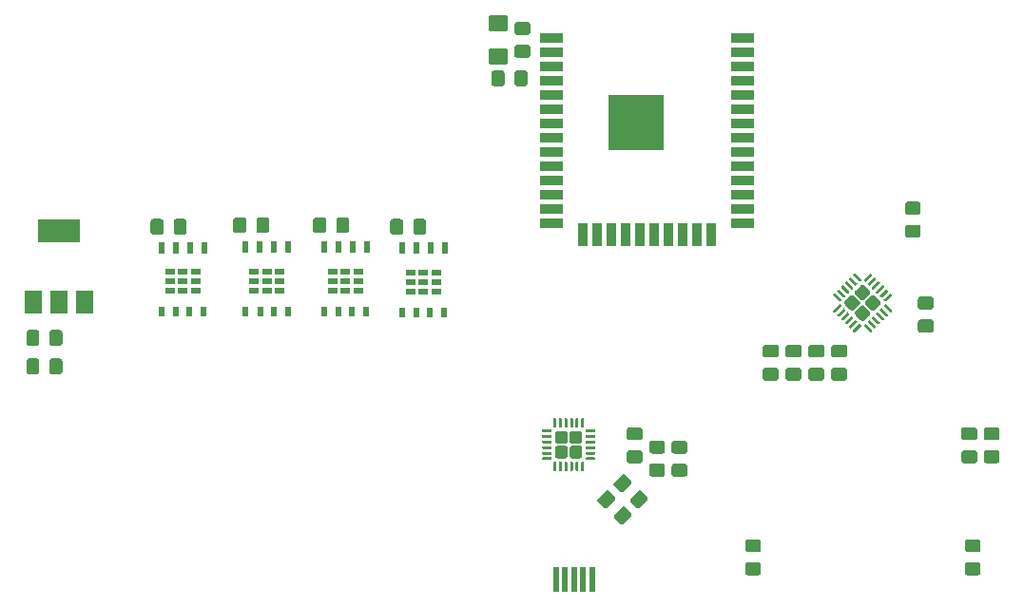
<source format=gbr>
G04 #@! TF.GenerationSoftware,KiCad,Pcbnew,(5.1.5)-3*
G04 #@! TF.CreationDate,2020-04-17T01:41:00-04:00*
G04 #@! TF.ProjectId,weir-controller,77656972-2d63-46f6-9e74-726f6c6c6572,rev?*
G04 #@! TF.SameCoordinates,Original*
G04 #@! TF.FileFunction,Paste,Top*
G04 #@! TF.FilePolarity,Positive*
%FSLAX46Y46*%
G04 Gerber Fmt 4.6, Leading zero omitted, Abs format (unit mm)*
G04 Created by KiCad (PCBNEW (5.1.5)-3) date 2020-04-17 01:41:00*
%MOMM*%
%LPD*%
G04 APERTURE LIST*
%ADD10C,0.100000*%
%ADD11R,0.500000X2.250000*%
%ADD12R,0.900000X0.600000*%
%ADD13R,0.600000X0.900000*%
%ADD14R,0.600000X1.050000*%
%ADD15R,5.000000X5.000000*%
%ADD16R,2.000000X0.900000*%
%ADD17R,0.900000X2.000000*%
%ADD18R,3.800000X2.000000*%
%ADD19R,1.500000X2.000000*%
G04 APERTURE END LIST*
D10*
G36*
X147731252Y-72342306D02*
G01*
X147737319Y-72343206D01*
X147743269Y-72344696D01*
X147749044Y-72346763D01*
X147754588Y-72349385D01*
X147759849Y-72352538D01*
X147764776Y-72356192D01*
X147769320Y-72360311D01*
X148299650Y-72890641D01*
X148303769Y-72895185D01*
X148307423Y-72900112D01*
X148310576Y-72905373D01*
X148313198Y-72910917D01*
X148315265Y-72916692D01*
X148316755Y-72922642D01*
X148317655Y-72928709D01*
X148317956Y-72934835D01*
X148317655Y-72940961D01*
X148316755Y-72947028D01*
X148315265Y-72952978D01*
X148313198Y-72958753D01*
X148310576Y-72964297D01*
X148307423Y-72969558D01*
X148303769Y-72974485D01*
X148299650Y-72979029D01*
X148211262Y-73067417D01*
X148206718Y-73071536D01*
X148201791Y-73075190D01*
X148196530Y-73078343D01*
X148190986Y-73080965D01*
X148185211Y-73083032D01*
X148179261Y-73084522D01*
X148173194Y-73085422D01*
X148167068Y-73085723D01*
X148160942Y-73085422D01*
X148154875Y-73084522D01*
X148148925Y-73083032D01*
X148143150Y-73080965D01*
X148137606Y-73078343D01*
X148132345Y-73075190D01*
X148127418Y-73071536D01*
X148122874Y-73067417D01*
X147592544Y-72537087D01*
X147588425Y-72532543D01*
X147584771Y-72527616D01*
X147581618Y-72522355D01*
X147578996Y-72516811D01*
X147576929Y-72511036D01*
X147575439Y-72505086D01*
X147574539Y-72499019D01*
X147574238Y-72492893D01*
X147574539Y-72486767D01*
X147575439Y-72480700D01*
X147576929Y-72474750D01*
X147578996Y-72468975D01*
X147581618Y-72463431D01*
X147584771Y-72458170D01*
X147588425Y-72453243D01*
X147592544Y-72448699D01*
X147680932Y-72360311D01*
X147685476Y-72356192D01*
X147690403Y-72352538D01*
X147695664Y-72349385D01*
X147701208Y-72346763D01*
X147706983Y-72344696D01*
X147712933Y-72343206D01*
X147719000Y-72342306D01*
X147725126Y-72342005D01*
X147731252Y-72342306D01*
G37*
G36*
X148084806Y-71988753D02*
G01*
X148090873Y-71989653D01*
X148096823Y-71991143D01*
X148102598Y-71993210D01*
X148108142Y-71995832D01*
X148113403Y-71998985D01*
X148118330Y-72002639D01*
X148122874Y-72006758D01*
X148653204Y-72537088D01*
X148657323Y-72541632D01*
X148660977Y-72546559D01*
X148664130Y-72551820D01*
X148666752Y-72557364D01*
X148668819Y-72563139D01*
X148670309Y-72569089D01*
X148671209Y-72575156D01*
X148671510Y-72581282D01*
X148671209Y-72587408D01*
X148670309Y-72593475D01*
X148668819Y-72599425D01*
X148666752Y-72605200D01*
X148664130Y-72610744D01*
X148660977Y-72616005D01*
X148657323Y-72620932D01*
X148653204Y-72625476D01*
X148564816Y-72713864D01*
X148560272Y-72717983D01*
X148555345Y-72721637D01*
X148550084Y-72724790D01*
X148544540Y-72727412D01*
X148538765Y-72729479D01*
X148532815Y-72730969D01*
X148526748Y-72731869D01*
X148520622Y-72732170D01*
X148514496Y-72731869D01*
X148508429Y-72730969D01*
X148502479Y-72729479D01*
X148496704Y-72727412D01*
X148491160Y-72724790D01*
X148485899Y-72721637D01*
X148480972Y-72717983D01*
X148476428Y-72713864D01*
X147946098Y-72183534D01*
X147941979Y-72178990D01*
X147938325Y-72174063D01*
X147935172Y-72168802D01*
X147932550Y-72163258D01*
X147930483Y-72157483D01*
X147928993Y-72151533D01*
X147928093Y-72145466D01*
X147927792Y-72139340D01*
X147928093Y-72133214D01*
X147928993Y-72127147D01*
X147930483Y-72121197D01*
X147932550Y-72115422D01*
X147935172Y-72109878D01*
X147938325Y-72104617D01*
X147941979Y-72099690D01*
X147946098Y-72095146D01*
X148034486Y-72006758D01*
X148039030Y-72002639D01*
X148043957Y-71998985D01*
X148049218Y-71995832D01*
X148054762Y-71993210D01*
X148060537Y-71991143D01*
X148066487Y-71989653D01*
X148072554Y-71988753D01*
X148078680Y-71988452D01*
X148084806Y-71988753D01*
G37*
G36*
X148438359Y-71635199D02*
G01*
X148444426Y-71636099D01*
X148450376Y-71637589D01*
X148456151Y-71639656D01*
X148461695Y-71642278D01*
X148466956Y-71645431D01*
X148471883Y-71649085D01*
X148476427Y-71653204D01*
X149006757Y-72183534D01*
X149010876Y-72188078D01*
X149014530Y-72193005D01*
X149017683Y-72198266D01*
X149020305Y-72203810D01*
X149022372Y-72209585D01*
X149023862Y-72215535D01*
X149024762Y-72221602D01*
X149025063Y-72227728D01*
X149024762Y-72233854D01*
X149023862Y-72239921D01*
X149022372Y-72245871D01*
X149020305Y-72251646D01*
X149017683Y-72257190D01*
X149014530Y-72262451D01*
X149010876Y-72267378D01*
X149006757Y-72271922D01*
X148918369Y-72360310D01*
X148913825Y-72364429D01*
X148908898Y-72368083D01*
X148903637Y-72371236D01*
X148898093Y-72373858D01*
X148892318Y-72375925D01*
X148886368Y-72377415D01*
X148880301Y-72378315D01*
X148874175Y-72378616D01*
X148868049Y-72378315D01*
X148861982Y-72377415D01*
X148856032Y-72375925D01*
X148850257Y-72373858D01*
X148844713Y-72371236D01*
X148839452Y-72368083D01*
X148834525Y-72364429D01*
X148829981Y-72360310D01*
X148299651Y-71829980D01*
X148295532Y-71825436D01*
X148291878Y-71820509D01*
X148288725Y-71815248D01*
X148286103Y-71809704D01*
X148284036Y-71803929D01*
X148282546Y-71797979D01*
X148281646Y-71791912D01*
X148281345Y-71785786D01*
X148281646Y-71779660D01*
X148282546Y-71773593D01*
X148284036Y-71767643D01*
X148286103Y-71761868D01*
X148288725Y-71756324D01*
X148291878Y-71751063D01*
X148295532Y-71746136D01*
X148299651Y-71741592D01*
X148388039Y-71653204D01*
X148392583Y-71649085D01*
X148397510Y-71645431D01*
X148402771Y-71642278D01*
X148408315Y-71639656D01*
X148414090Y-71637589D01*
X148420040Y-71636099D01*
X148426107Y-71635199D01*
X148432233Y-71634898D01*
X148438359Y-71635199D01*
G37*
G36*
X148791912Y-71281646D02*
G01*
X148797979Y-71282546D01*
X148803929Y-71284036D01*
X148809704Y-71286103D01*
X148815248Y-71288725D01*
X148820509Y-71291878D01*
X148825436Y-71295532D01*
X148829980Y-71299651D01*
X149360310Y-71829981D01*
X149364429Y-71834525D01*
X149368083Y-71839452D01*
X149371236Y-71844713D01*
X149373858Y-71850257D01*
X149375925Y-71856032D01*
X149377415Y-71861982D01*
X149378315Y-71868049D01*
X149378616Y-71874175D01*
X149378315Y-71880301D01*
X149377415Y-71886368D01*
X149375925Y-71892318D01*
X149373858Y-71898093D01*
X149371236Y-71903637D01*
X149368083Y-71908898D01*
X149364429Y-71913825D01*
X149360310Y-71918369D01*
X149271922Y-72006757D01*
X149267378Y-72010876D01*
X149262451Y-72014530D01*
X149257190Y-72017683D01*
X149251646Y-72020305D01*
X149245871Y-72022372D01*
X149239921Y-72023862D01*
X149233854Y-72024762D01*
X149227728Y-72025063D01*
X149221602Y-72024762D01*
X149215535Y-72023862D01*
X149209585Y-72022372D01*
X149203810Y-72020305D01*
X149198266Y-72017683D01*
X149193005Y-72014530D01*
X149188078Y-72010876D01*
X149183534Y-72006757D01*
X148653204Y-71476427D01*
X148649085Y-71471883D01*
X148645431Y-71466956D01*
X148642278Y-71461695D01*
X148639656Y-71456151D01*
X148637589Y-71450376D01*
X148636099Y-71444426D01*
X148635199Y-71438359D01*
X148634898Y-71432233D01*
X148635199Y-71426107D01*
X148636099Y-71420040D01*
X148637589Y-71414090D01*
X148639656Y-71408315D01*
X148642278Y-71402771D01*
X148645431Y-71397510D01*
X148649085Y-71392583D01*
X148653204Y-71388039D01*
X148741592Y-71299651D01*
X148746136Y-71295532D01*
X148751063Y-71291878D01*
X148756324Y-71288725D01*
X148761868Y-71286103D01*
X148767643Y-71284036D01*
X148773593Y-71282546D01*
X148779660Y-71281646D01*
X148785786Y-71281345D01*
X148791912Y-71281646D01*
G37*
G36*
X149145466Y-70928093D02*
G01*
X149151533Y-70928993D01*
X149157483Y-70930483D01*
X149163258Y-70932550D01*
X149168802Y-70935172D01*
X149174063Y-70938325D01*
X149178990Y-70941979D01*
X149183534Y-70946098D01*
X149713864Y-71476428D01*
X149717983Y-71480972D01*
X149721637Y-71485899D01*
X149724790Y-71491160D01*
X149727412Y-71496704D01*
X149729479Y-71502479D01*
X149730969Y-71508429D01*
X149731869Y-71514496D01*
X149732170Y-71520622D01*
X149731869Y-71526748D01*
X149730969Y-71532815D01*
X149729479Y-71538765D01*
X149727412Y-71544540D01*
X149724790Y-71550084D01*
X149721637Y-71555345D01*
X149717983Y-71560272D01*
X149713864Y-71564816D01*
X149625476Y-71653204D01*
X149620932Y-71657323D01*
X149616005Y-71660977D01*
X149610744Y-71664130D01*
X149605200Y-71666752D01*
X149599425Y-71668819D01*
X149593475Y-71670309D01*
X149587408Y-71671209D01*
X149581282Y-71671510D01*
X149575156Y-71671209D01*
X149569089Y-71670309D01*
X149563139Y-71668819D01*
X149557364Y-71666752D01*
X149551820Y-71664130D01*
X149546559Y-71660977D01*
X149541632Y-71657323D01*
X149537088Y-71653204D01*
X149006758Y-71122874D01*
X149002639Y-71118330D01*
X148998985Y-71113403D01*
X148995832Y-71108142D01*
X148993210Y-71102598D01*
X148991143Y-71096823D01*
X148989653Y-71090873D01*
X148988753Y-71084806D01*
X148988452Y-71078680D01*
X148988753Y-71072554D01*
X148989653Y-71066487D01*
X148991143Y-71060537D01*
X148993210Y-71054762D01*
X148995832Y-71049218D01*
X148998985Y-71043957D01*
X149002639Y-71039030D01*
X149006758Y-71034486D01*
X149095146Y-70946098D01*
X149099690Y-70941979D01*
X149104617Y-70938325D01*
X149109878Y-70935172D01*
X149115422Y-70932550D01*
X149121197Y-70930483D01*
X149127147Y-70928993D01*
X149133214Y-70928093D01*
X149139340Y-70927792D01*
X149145466Y-70928093D01*
G37*
G36*
X149499019Y-70574539D02*
G01*
X149505086Y-70575439D01*
X149511036Y-70576929D01*
X149516811Y-70578996D01*
X149522355Y-70581618D01*
X149527616Y-70584771D01*
X149532543Y-70588425D01*
X149537087Y-70592544D01*
X150067417Y-71122874D01*
X150071536Y-71127418D01*
X150075190Y-71132345D01*
X150078343Y-71137606D01*
X150080965Y-71143150D01*
X150083032Y-71148925D01*
X150084522Y-71154875D01*
X150085422Y-71160942D01*
X150085723Y-71167068D01*
X150085422Y-71173194D01*
X150084522Y-71179261D01*
X150083032Y-71185211D01*
X150080965Y-71190986D01*
X150078343Y-71196530D01*
X150075190Y-71201791D01*
X150071536Y-71206718D01*
X150067417Y-71211262D01*
X149979029Y-71299650D01*
X149974485Y-71303769D01*
X149969558Y-71307423D01*
X149964297Y-71310576D01*
X149958753Y-71313198D01*
X149952978Y-71315265D01*
X149947028Y-71316755D01*
X149940961Y-71317655D01*
X149934835Y-71317956D01*
X149928709Y-71317655D01*
X149922642Y-71316755D01*
X149916692Y-71315265D01*
X149910917Y-71313198D01*
X149905373Y-71310576D01*
X149900112Y-71307423D01*
X149895185Y-71303769D01*
X149890641Y-71299650D01*
X149360311Y-70769320D01*
X149356192Y-70764776D01*
X149352538Y-70759849D01*
X149349385Y-70754588D01*
X149346763Y-70749044D01*
X149344696Y-70743269D01*
X149343206Y-70737319D01*
X149342306Y-70731252D01*
X149342005Y-70725126D01*
X149342306Y-70719000D01*
X149343206Y-70712933D01*
X149344696Y-70706983D01*
X149346763Y-70701208D01*
X149349385Y-70695664D01*
X149352538Y-70690403D01*
X149356192Y-70685476D01*
X149360311Y-70680932D01*
X149448699Y-70592544D01*
X149453243Y-70588425D01*
X149458170Y-70584771D01*
X149463431Y-70581618D01*
X149468975Y-70578996D01*
X149474750Y-70576929D01*
X149480700Y-70575439D01*
X149486767Y-70574539D01*
X149492893Y-70574238D01*
X149499019Y-70574539D01*
G37*
G36*
X150913233Y-70574539D02*
G01*
X150919300Y-70575439D01*
X150925250Y-70576929D01*
X150931025Y-70578996D01*
X150936569Y-70581618D01*
X150941830Y-70584771D01*
X150946757Y-70588425D01*
X150951301Y-70592544D01*
X151039689Y-70680932D01*
X151043808Y-70685476D01*
X151047462Y-70690403D01*
X151050615Y-70695664D01*
X151053237Y-70701208D01*
X151055304Y-70706983D01*
X151056794Y-70712933D01*
X151057694Y-70719000D01*
X151057995Y-70725126D01*
X151057694Y-70731252D01*
X151056794Y-70737319D01*
X151055304Y-70743269D01*
X151053237Y-70749044D01*
X151050615Y-70754588D01*
X151047462Y-70759849D01*
X151043808Y-70764776D01*
X151039689Y-70769320D01*
X150509359Y-71299650D01*
X150504815Y-71303769D01*
X150499888Y-71307423D01*
X150494627Y-71310576D01*
X150489083Y-71313198D01*
X150483308Y-71315265D01*
X150477358Y-71316755D01*
X150471291Y-71317655D01*
X150465165Y-71317956D01*
X150459039Y-71317655D01*
X150452972Y-71316755D01*
X150447022Y-71315265D01*
X150441247Y-71313198D01*
X150435703Y-71310576D01*
X150430442Y-71307423D01*
X150425515Y-71303769D01*
X150420971Y-71299650D01*
X150332583Y-71211262D01*
X150328464Y-71206718D01*
X150324810Y-71201791D01*
X150321657Y-71196530D01*
X150319035Y-71190986D01*
X150316968Y-71185211D01*
X150315478Y-71179261D01*
X150314578Y-71173194D01*
X150314277Y-71167068D01*
X150314578Y-71160942D01*
X150315478Y-71154875D01*
X150316968Y-71148925D01*
X150319035Y-71143150D01*
X150321657Y-71137606D01*
X150324810Y-71132345D01*
X150328464Y-71127418D01*
X150332583Y-71122874D01*
X150862913Y-70592544D01*
X150867457Y-70588425D01*
X150872384Y-70584771D01*
X150877645Y-70581618D01*
X150883189Y-70578996D01*
X150888964Y-70576929D01*
X150894914Y-70575439D01*
X150900981Y-70574539D01*
X150907107Y-70574238D01*
X150913233Y-70574539D01*
G37*
G36*
X151266786Y-70928093D02*
G01*
X151272853Y-70928993D01*
X151278803Y-70930483D01*
X151284578Y-70932550D01*
X151290122Y-70935172D01*
X151295383Y-70938325D01*
X151300310Y-70941979D01*
X151304854Y-70946098D01*
X151393242Y-71034486D01*
X151397361Y-71039030D01*
X151401015Y-71043957D01*
X151404168Y-71049218D01*
X151406790Y-71054762D01*
X151408857Y-71060537D01*
X151410347Y-71066487D01*
X151411247Y-71072554D01*
X151411548Y-71078680D01*
X151411247Y-71084806D01*
X151410347Y-71090873D01*
X151408857Y-71096823D01*
X151406790Y-71102598D01*
X151404168Y-71108142D01*
X151401015Y-71113403D01*
X151397361Y-71118330D01*
X151393242Y-71122874D01*
X150862912Y-71653204D01*
X150858368Y-71657323D01*
X150853441Y-71660977D01*
X150848180Y-71664130D01*
X150842636Y-71666752D01*
X150836861Y-71668819D01*
X150830911Y-71670309D01*
X150824844Y-71671209D01*
X150818718Y-71671510D01*
X150812592Y-71671209D01*
X150806525Y-71670309D01*
X150800575Y-71668819D01*
X150794800Y-71666752D01*
X150789256Y-71664130D01*
X150783995Y-71660977D01*
X150779068Y-71657323D01*
X150774524Y-71653204D01*
X150686136Y-71564816D01*
X150682017Y-71560272D01*
X150678363Y-71555345D01*
X150675210Y-71550084D01*
X150672588Y-71544540D01*
X150670521Y-71538765D01*
X150669031Y-71532815D01*
X150668131Y-71526748D01*
X150667830Y-71520622D01*
X150668131Y-71514496D01*
X150669031Y-71508429D01*
X150670521Y-71502479D01*
X150672588Y-71496704D01*
X150675210Y-71491160D01*
X150678363Y-71485899D01*
X150682017Y-71480972D01*
X150686136Y-71476428D01*
X151216466Y-70946098D01*
X151221010Y-70941979D01*
X151225937Y-70938325D01*
X151231198Y-70935172D01*
X151236742Y-70932550D01*
X151242517Y-70930483D01*
X151248467Y-70928993D01*
X151254534Y-70928093D01*
X151260660Y-70927792D01*
X151266786Y-70928093D01*
G37*
G36*
X151620340Y-71281646D02*
G01*
X151626407Y-71282546D01*
X151632357Y-71284036D01*
X151638132Y-71286103D01*
X151643676Y-71288725D01*
X151648937Y-71291878D01*
X151653864Y-71295532D01*
X151658408Y-71299651D01*
X151746796Y-71388039D01*
X151750915Y-71392583D01*
X151754569Y-71397510D01*
X151757722Y-71402771D01*
X151760344Y-71408315D01*
X151762411Y-71414090D01*
X151763901Y-71420040D01*
X151764801Y-71426107D01*
X151765102Y-71432233D01*
X151764801Y-71438359D01*
X151763901Y-71444426D01*
X151762411Y-71450376D01*
X151760344Y-71456151D01*
X151757722Y-71461695D01*
X151754569Y-71466956D01*
X151750915Y-71471883D01*
X151746796Y-71476427D01*
X151216466Y-72006757D01*
X151211922Y-72010876D01*
X151206995Y-72014530D01*
X151201734Y-72017683D01*
X151196190Y-72020305D01*
X151190415Y-72022372D01*
X151184465Y-72023862D01*
X151178398Y-72024762D01*
X151172272Y-72025063D01*
X151166146Y-72024762D01*
X151160079Y-72023862D01*
X151154129Y-72022372D01*
X151148354Y-72020305D01*
X151142810Y-72017683D01*
X151137549Y-72014530D01*
X151132622Y-72010876D01*
X151128078Y-72006757D01*
X151039690Y-71918369D01*
X151035571Y-71913825D01*
X151031917Y-71908898D01*
X151028764Y-71903637D01*
X151026142Y-71898093D01*
X151024075Y-71892318D01*
X151022585Y-71886368D01*
X151021685Y-71880301D01*
X151021384Y-71874175D01*
X151021685Y-71868049D01*
X151022585Y-71861982D01*
X151024075Y-71856032D01*
X151026142Y-71850257D01*
X151028764Y-71844713D01*
X151031917Y-71839452D01*
X151035571Y-71834525D01*
X151039690Y-71829981D01*
X151570020Y-71299651D01*
X151574564Y-71295532D01*
X151579491Y-71291878D01*
X151584752Y-71288725D01*
X151590296Y-71286103D01*
X151596071Y-71284036D01*
X151602021Y-71282546D01*
X151608088Y-71281646D01*
X151614214Y-71281345D01*
X151620340Y-71281646D01*
G37*
G36*
X151973893Y-71635199D02*
G01*
X151979960Y-71636099D01*
X151985910Y-71637589D01*
X151991685Y-71639656D01*
X151997229Y-71642278D01*
X152002490Y-71645431D01*
X152007417Y-71649085D01*
X152011961Y-71653204D01*
X152100349Y-71741592D01*
X152104468Y-71746136D01*
X152108122Y-71751063D01*
X152111275Y-71756324D01*
X152113897Y-71761868D01*
X152115964Y-71767643D01*
X152117454Y-71773593D01*
X152118354Y-71779660D01*
X152118655Y-71785786D01*
X152118354Y-71791912D01*
X152117454Y-71797979D01*
X152115964Y-71803929D01*
X152113897Y-71809704D01*
X152111275Y-71815248D01*
X152108122Y-71820509D01*
X152104468Y-71825436D01*
X152100349Y-71829980D01*
X151570019Y-72360310D01*
X151565475Y-72364429D01*
X151560548Y-72368083D01*
X151555287Y-72371236D01*
X151549743Y-72373858D01*
X151543968Y-72375925D01*
X151538018Y-72377415D01*
X151531951Y-72378315D01*
X151525825Y-72378616D01*
X151519699Y-72378315D01*
X151513632Y-72377415D01*
X151507682Y-72375925D01*
X151501907Y-72373858D01*
X151496363Y-72371236D01*
X151491102Y-72368083D01*
X151486175Y-72364429D01*
X151481631Y-72360310D01*
X151393243Y-72271922D01*
X151389124Y-72267378D01*
X151385470Y-72262451D01*
X151382317Y-72257190D01*
X151379695Y-72251646D01*
X151377628Y-72245871D01*
X151376138Y-72239921D01*
X151375238Y-72233854D01*
X151374937Y-72227728D01*
X151375238Y-72221602D01*
X151376138Y-72215535D01*
X151377628Y-72209585D01*
X151379695Y-72203810D01*
X151382317Y-72198266D01*
X151385470Y-72193005D01*
X151389124Y-72188078D01*
X151393243Y-72183534D01*
X151923573Y-71653204D01*
X151928117Y-71649085D01*
X151933044Y-71645431D01*
X151938305Y-71642278D01*
X151943849Y-71639656D01*
X151949624Y-71637589D01*
X151955574Y-71636099D01*
X151961641Y-71635199D01*
X151967767Y-71634898D01*
X151973893Y-71635199D01*
G37*
G36*
X152327446Y-71988753D02*
G01*
X152333513Y-71989653D01*
X152339463Y-71991143D01*
X152345238Y-71993210D01*
X152350782Y-71995832D01*
X152356043Y-71998985D01*
X152360970Y-72002639D01*
X152365514Y-72006758D01*
X152453902Y-72095146D01*
X152458021Y-72099690D01*
X152461675Y-72104617D01*
X152464828Y-72109878D01*
X152467450Y-72115422D01*
X152469517Y-72121197D01*
X152471007Y-72127147D01*
X152471907Y-72133214D01*
X152472208Y-72139340D01*
X152471907Y-72145466D01*
X152471007Y-72151533D01*
X152469517Y-72157483D01*
X152467450Y-72163258D01*
X152464828Y-72168802D01*
X152461675Y-72174063D01*
X152458021Y-72178990D01*
X152453902Y-72183534D01*
X151923572Y-72713864D01*
X151919028Y-72717983D01*
X151914101Y-72721637D01*
X151908840Y-72724790D01*
X151903296Y-72727412D01*
X151897521Y-72729479D01*
X151891571Y-72730969D01*
X151885504Y-72731869D01*
X151879378Y-72732170D01*
X151873252Y-72731869D01*
X151867185Y-72730969D01*
X151861235Y-72729479D01*
X151855460Y-72727412D01*
X151849916Y-72724790D01*
X151844655Y-72721637D01*
X151839728Y-72717983D01*
X151835184Y-72713864D01*
X151746796Y-72625476D01*
X151742677Y-72620932D01*
X151739023Y-72616005D01*
X151735870Y-72610744D01*
X151733248Y-72605200D01*
X151731181Y-72599425D01*
X151729691Y-72593475D01*
X151728791Y-72587408D01*
X151728490Y-72581282D01*
X151728791Y-72575156D01*
X151729691Y-72569089D01*
X151731181Y-72563139D01*
X151733248Y-72557364D01*
X151735870Y-72551820D01*
X151739023Y-72546559D01*
X151742677Y-72541632D01*
X151746796Y-72537088D01*
X152277126Y-72006758D01*
X152281670Y-72002639D01*
X152286597Y-71998985D01*
X152291858Y-71995832D01*
X152297402Y-71993210D01*
X152303177Y-71991143D01*
X152309127Y-71989653D01*
X152315194Y-71988753D01*
X152321320Y-71988452D01*
X152327446Y-71988753D01*
G37*
G36*
X152681000Y-72342306D02*
G01*
X152687067Y-72343206D01*
X152693017Y-72344696D01*
X152698792Y-72346763D01*
X152704336Y-72349385D01*
X152709597Y-72352538D01*
X152714524Y-72356192D01*
X152719068Y-72360311D01*
X152807456Y-72448699D01*
X152811575Y-72453243D01*
X152815229Y-72458170D01*
X152818382Y-72463431D01*
X152821004Y-72468975D01*
X152823071Y-72474750D01*
X152824561Y-72480700D01*
X152825461Y-72486767D01*
X152825762Y-72492893D01*
X152825461Y-72499019D01*
X152824561Y-72505086D01*
X152823071Y-72511036D01*
X152821004Y-72516811D01*
X152818382Y-72522355D01*
X152815229Y-72527616D01*
X152811575Y-72532543D01*
X152807456Y-72537087D01*
X152277126Y-73067417D01*
X152272582Y-73071536D01*
X152267655Y-73075190D01*
X152262394Y-73078343D01*
X152256850Y-73080965D01*
X152251075Y-73083032D01*
X152245125Y-73084522D01*
X152239058Y-73085422D01*
X152232932Y-73085723D01*
X152226806Y-73085422D01*
X152220739Y-73084522D01*
X152214789Y-73083032D01*
X152209014Y-73080965D01*
X152203470Y-73078343D01*
X152198209Y-73075190D01*
X152193282Y-73071536D01*
X152188738Y-73067417D01*
X152100350Y-72979029D01*
X152096231Y-72974485D01*
X152092577Y-72969558D01*
X152089424Y-72964297D01*
X152086802Y-72958753D01*
X152084735Y-72952978D01*
X152083245Y-72947028D01*
X152082345Y-72940961D01*
X152082044Y-72934835D01*
X152082345Y-72928709D01*
X152083245Y-72922642D01*
X152084735Y-72916692D01*
X152086802Y-72910917D01*
X152089424Y-72905373D01*
X152092577Y-72900112D01*
X152096231Y-72895185D01*
X152100350Y-72890641D01*
X152630680Y-72360311D01*
X152635224Y-72356192D01*
X152640151Y-72352538D01*
X152645412Y-72349385D01*
X152650956Y-72346763D01*
X152656731Y-72344696D01*
X152662681Y-72343206D01*
X152668748Y-72342306D01*
X152674874Y-72342005D01*
X152681000Y-72342306D01*
G37*
G36*
X152239058Y-73314578D02*
G01*
X152245125Y-73315478D01*
X152251075Y-73316968D01*
X152256850Y-73319035D01*
X152262394Y-73321657D01*
X152267655Y-73324810D01*
X152272582Y-73328464D01*
X152277126Y-73332583D01*
X152807456Y-73862913D01*
X152811575Y-73867457D01*
X152815229Y-73872384D01*
X152818382Y-73877645D01*
X152821004Y-73883189D01*
X152823071Y-73888964D01*
X152824561Y-73894914D01*
X152825461Y-73900981D01*
X152825762Y-73907107D01*
X152825461Y-73913233D01*
X152824561Y-73919300D01*
X152823071Y-73925250D01*
X152821004Y-73931025D01*
X152818382Y-73936569D01*
X152815229Y-73941830D01*
X152811575Y-73946757D01*
X152807456Y-73951301D01*
X152719068Y-74039689D01*
X152714524Y-74043808D01*
X152709597Y-74047462D01*
X152704336Y-74050615D01*
X152698792Y-74053237D01*
X152693017Y-74055304D01*
X152687067Y-74056794D01*
X152681000Y-74057694D01*
X152674874Y-74057995D01*
X152668748Y-74057694D01*
X152662681Y-74056794D01*
X152656731Y-74055304D01*
X152650956Y-74053237D01*
X152645412Y-74050615D01*
X152640151Y-74047462D01*
X152635224Y-74043808D01*
X152630680Y-74039689D01*
X152100350Y-73509359D01*
X152096231Y-73504815D01*
X152092577Y-73499888D01*
X152089424Y-73494627D01*
X152086802Y-73489083D01*
X152084735Y-73483308D01*
X152083245Y-73477358D01*
X152082345Y-73471291D01*
X152082044Y-73465165D01*
X152082345Y-73459039D01*
X152083245Y-73452972D01*
X152084735Y-73447022D01*
X152086802Y-73441247D01*
X152089424Y-73435703D01*
X152092577Y-73430442D01*
X152096231Y-73425515D01*
X152100350Y-73420971D01*
X152188738Y-73332583D01*
X152193282Y-73328464D01*
X152198209Y-73324810D01*
X152203470Y-73321657D01*
X152209014Y-73319035D01*
X152214789Y-73316968D01*
X152220739Y-73315478D01*
X152226806Y-73314578D01*
X152232932Y-73314277D01*
X152239058Y-73314578D01*
G37*
G36*
X151885504Y-73668131D02*
G01*
X151891571Y-73669031D01*
X151897521Y-73670521D01*
X151903296Y-73672588D01*
X151908840Y-73675210D01*
X151914101Y-73678363D01*
X151919028Y-73682017D01*
X151923572Y-73686136D01*
X152453902Y-74216466D01*
X152458021Y-74221010D01*
X152461675Y-74225937D01*
X152464828Y-74231198D01*
X152467450Y-74236742D01*
X152469517Y-74242517D01*
X152471007Y-74248467D01*
X152471907Y-74254534D01*
X152472208Y-74260660D01*
X152471907Y-74266786D01*
X152471007Y-74272853D01*
X152469517Y-74278803D01*
X152467450Y-74284578D01*
X152464828Y-74290122D01*
X152461675Y-74295383D01*
X152458021Y-74300310D01*
X152453902Y-74304854D01*
X152365514Y-74393242D01*
X152360970Y-74397361D01*
X152356043Y-74401015D01*
X152350782Y-74404168D01*
X152345238Y-74406790D01*
X152339463Y-74408857D01*
X152333513Y-74410347D01*
X152327446Y-74411247D01*
X152321320Y-74411548D01*
X152315194Y-74411247D01*
X152309127Y-74410347D01*
X152303177Y-74408857D01*
X152297402Y-74406790D01*
X152291858Y-74404168D01*
X152286597Y-74401015D01*
X152281670Y-74397361D01*
X152277126Y-74393242D01*
X151746796Y-73862912D01*
X151742677Y-73858368D01*
X151739023Y-73853441D01*
X151735870Y-73848180D01*
X151733248Y-73842636D01*
X151731181Y-73836861D01*
X151729691Y-73830911D01*
X151728791Y-73824844D01*
X151728490Y-73818718D01*
X151728791Y-73812592D01*
X151729691Y-73806525D01*
X151731181Y-73800575D01*
X151733248Y-73794800D01*
X151735870Y-73789256D01*
X151739023Y-73783995D01*
X151742677Y-73779068D01*
X151746796Y-73774524D01*
X151835184Y-73686136D01*
X151839728Y-73682017D01*
X151844655Y-73678363D01*
X151849916Y-73675210D01*
X151855460Y-73672588D01*
X151861235Y-73670521D01*
X151867185Y-73669031D01*
X151873252Y-73668131D01*
X151879378Y-73667830D01*
X151885504Y-73668131D01*
G37*
G36*
X151531951Y-74021685D02*
G01*
X151538018Y-74022585D01*
X151543968Y-74024075D01*
X151549743Y-74026142D01*
X151555287Y-74028764D01*
X151560548Y-74031917D01*
X151565475Y-74035571D01*
X151570019Y-74039690D01*
X152100349Y-74570020D01*
X152104468Y-74574564D01*
X152108122Y-74579491D01*
X152111275Y-74584752D01*
X152113897Y-74590296D01*
X152115964Y-74596071D01*
X152117454Y-74602021D01*
X152118354Y-74608088D01*
X152118655Y-74614214D01*
X152118354Y-74620340D01*
X152117454Y-74626407D01*
X152115964Y-74632357D01*
X152113897Y-74638132D01*
X152111275Y-74643676D01*
X152108122Y-74648937D01*
X152104468Y-74653864D01*
X152100349Y-74658408D01*
X152011961Y-74746796D01*
X152007417Y-74750915D01*
X152002490Y-74754569D01*
X151997229Y-74757722D01*
X151991685Y-74760344D01*
X151985910Y-74762411D01*
X151979960Y-74763901D01*
X151973893Y-74764801D01*
X151967767Y-74765102D01*
X151961641Y-74764801D01*
X151955574Y-74763901D01*
X151949624Y-74762411D01*
X151943849Y-74760344D01*
X151938305Y-74757722D01*
X151933044Y-74754569D01*
X151928117Y-74750915D01*
X151923573Y-74746796D01*
X151393243Y-74216466D01*
X151389124Y-74211922D01*
X151385470Y-74206995D01*
X151382317Y-74201734D01*
X151379695Y-74196190D01*
X151377628Y-74190415D01*
X151376138Y-74184465D01*
X151375238Y-74178398D01*
X151374937Y-74172272D01*
X151375238Y-74166146D01*
X151376138Y-74160079D01*
X151377628Y-74154129D01*
X151379695Y-74148354D01*
X151382317Y-74142810D01*
X151385470Y-74137549D01*
X151389124Y-74132622D01*
X151393243Y-74128078D01*
X151481631Y-74039690D01*
X151486175Y-74035571D01*
X151491102Y-74031917D01*
X151496363Y-74028764D01*
X151501907Y-74026142D01*
X151507682Y-74024075D01*
X151513632Y-74022585D01*
X151519699Y-74021685D01*
X151525825Y-74021384D01*
X151531951Y-74021685D01*
G37*
G36*
X151178398Y-74375238D02*
G01*
X151184465Y-74376138D01*
X151190415Y-74377628D01*
X151196190Y-74379695D01*
X151201734Y-74382317D01*
X151206995Y-74385470D01*
X151211922Y-74389124D01*
X151216466Y-74393243D01*
X151746796Y-74923573D01*
X151750915Y-74928117D01*
X151754569Y-74933044D01*
X151757722Y-74938305D01*
X151760344Y-74943849D01*
X151762411Y-74949624D01*
X151763901Y-74955574D01*
X151764801Y-74961641D01*
X151765102Y-74967767D01*
X151764801Y-74973893D01*
X151763901Y-74979960D01*
X151762411Y-74985910D01*
X151760344Y-74991685D01*
X151757722Y-74997229D01*
X151754569Y-75002490D01*
X151750915Y-75007417D01*
X151746796Y-75011961D01*
X151658408Y-75100349D01*
X151653864Y-75104468D01*
X151648937Y-75108122D01*
X151643676Y-75111275D01*
X151638132Y-75113897D01*
X151632357Y-75115964D01*
X151626407Y-75117454D01*
X151620340Y-75118354D01*
X151614214Y-75118655D01*
X151608088Y-75118354D01*
X151602021Y-75117454D01*
X151596071Y-75115964D01*
X151590296Y-75113897D01*
X151584752Y-75111275D01*
X151579491Y-75108122D01*
X151574564Y-75104468D01*
X151570020Y-75100349D01*
X151039690Y-74570019D01*
X151035571Y-74565475D01*
X151031917Y-74560548D01*
X151028764Y-74555287D01*
X151026142Y-74549743D01*
X151024075Y-74543968D01*
X151022585Y-74538018D01*
X151021685Y-74531951D01*
X151021384Y-74525825D01*
X151021685Y-74519699D01*
X151022585Y-74513632D01*
X151024075Y-74507682D01*
X151026142Y-74501907D01*
X151028764Y-74496363D01*
X151031917Y-74491102D01*
X151035571Y-74486175D01*
X151039690Y-74481631D01*
X151128078Y-74393243D01*
X151132622Y-74389124D01*
X151137549Y-74385470D01*
X151142810Y-74382317D01*
X151148354Y-74379695D01*
X151154129Y-74377628D01*
X151160079Y-74376138D01*
X151166146Y-74375238D01*
X151172272Y-74374937D01*
X151178398Y-74375238D01*
G37*
G36*
X150824844Y-74728791D02*
G01*
X150830911Y-74729691D01*
X150836861Y-74731181D01*
X150842636Y-74733248D01*
X150848180Y-74735870D01*
X150853441Y-74739023D01*
X150858368Y-74742677D01*
X150862912Y-74746796D01*
X151393242Y-75277126D01*
X151397361Y-75281670D01*
X151401015Y-75286597D01*
X151404168Y-75291858D01*
X151406790Y-75297402D01*
X151408857Y-75303177D01*
X151410347Y-75309127D01*
X151411247Y-75315194D01*
X151411548Y-75321320D01*
X151411247Y-75327446D01*
X151410347Y-75333513D01*
X151408857Y-75339463D01*
X151406790Y-75345238D01*
X151404168Y-75350782D01*
X151401015Y-75356043D01*
X151397361Y-75360970D01*
X151393242Y-75365514D01*
X151304854Y-75453902D01*
X151300310Y-75458021D01*
X151295383Y-75461675D01*
X151290122Y-75464828D01*
X151284578Y-75467450D01*
X151278803Y-75469517D01*
X151272853Y-75471007D01*
X151266786Y-75471907D01*
X151260660Y-75472208D01*
X151254534Y-75471907D01*
X151248467Y-75471007D01*
X151242517Y-75469517D01*
X151236742Y-75467450D01*
X151231198Y-75464828D01*
X151225937Y-75461675D01*
X151221010Y-75458021D01*
X151216466Y-75453902D01*
X150686136Y-74923572D01*
X150682017Y-74919028D01*
X150678363Y-74914101D01*
X150675210Y-74908840D01*
X150672588Y-74903296D01*
X150670521Y-74897521D01*
X150669031Y-74891571D01*
X150668131Y-74885504D01*
X150667830Y-74879378D01*
X150668131Y-74873252D01*
X150669031Y-74867185D01*
X150670521Y-74861235D01*
X150672588Y-74855460D01*
X150675210Y-74849916D01*
X150678363Y-74844655D01*
X150682017Y-74839728D01*
X150686136Y-74835184D01*
X150774524Y-74746796D01*
X150779068Y-74742677D01*
X150783995Y-74739023D01*
X150789256Y-74735870D01*
X150794800Y-74733248D01*
X150800575Y-74731181D01*
X150806525Y-74729691D01*
X150812592Y-74728791D01*
X150818718Y-74728490D01*
X150824844Y-74728791D01*
G37*
G36*
X150471291Y-75082345D02*
G01*
X150477358Y-75083245D01*
X150483308Y-75084735D01*
X150489083Y-75086802D01*
X150494627Y-75089424D01*
X150499888Y-75092577D01*
X150504815Y-75096231D01*
X150509359Y-75100350D01*
X151039689Y-75630680D01*
X151043808Y-75635224D01*
X151047462Y-75640151D01*
X151050615Y-75645412D01*
X151053237Y-75650956D01*
X151055304Y-75656731D01*
X151056794Y-75662681D01*
X151057694Y-75668748D01*
X151057995Y-75674874D01*
X151057694Y-75681000D01*
X151056794Y-75687067D01*
X151055304Y-75693017D01*
X151053237Y-75698792D01*
X151050615Y-75704336D01*
X151047462Y-75709597D01*
X151043808Y-75714524D01*
X151039689Y-75719068D01*
X150951301Y-75807456D01*
X150946757Y-75811575D01*
X150941830Y-75815229D01*
X150936569Y-75818382D01*
X150931025Y-75821004D01*
X150925250Y-75823071D01*
X150919300Y-75824561D01*
X150913233Y-75825461D01*
X150907107Y-75825762D01*
X150900981Y-75825461D01*
X150894914Y-75824561D01*
X150888964Y-75823071D01*
X150883189Y-75821004D01*
X150877645Y-75818382D01*
X150872384Y-75815229D01*
X150867457Y-75811575D01*
X150862913Y-75807456D01*
X150332583Y-75277126D01*
X150328464Y-75272582D01*
X150324810Y-75267655D01*
X150321657Y-75262394D01*
X150319035Y-75256850D01*
X150316968Y-75251075D01*
X150315478Y-75245125D01*
X150314578Y-75239058D01*
X150314277Y-75232932D01*
X150314578Y-75226806D01*
X150315478Y-75220739D01*
X150316968Y-75214789D01*
X150319035Y-75209014D01*
X150321657Y-75203470D01*
X150324810Y-75198209D01*
X150328464Y-75193282D01*
X150332583Y-75188738D01*
X150420971Y-75100350D01*
X150425515Y-75096231D01*
X150430442Y-75092577D01*
X150435703Y-75089424D01*
X150441247Y-75086802D01*
X150447022Y-75084735D01*
X150452972Y-75083245D01*
X150459039Y-75082345D01*
X150465165Y-75082044D01*
X150471291Y-75082345D01*
G37*
G36*
X149940961Y-75082345D02*
G01*
X149947028Y-75083245D01*
X149952978Y-75084735D01*
X149958753Y-75086802D01*
X149964297Y-75089424D01*
X149969558Y-75092577D01*
X149974485Y-75096231D01*
X149979029Y-75100350D01*
X150067417Y-75188738D01*
X150071536Y-75193282D01*
X150075190Y-75198209D01*
X150078343Y-75203470D01*
X150080965Y-75209014D01*
X150083032Y-75214789D01*
X150084522Y-75220739D01*
X150085422Y-75226806D01*
X150085723Y-75232932D01*
X150085422Y-75239058D01*
X150084522Y-75245125D01*
X150083032Y-75251075D01*
X150080965Y-75256850D01*
X150078343Y-75262394D01*
X150075190Y-75267655D01*
X150071536Y-75272582D01*
X150067417Y-75277126D01*
X149537087Y-75807456D01*
X149532543Y-75811575D01*
X149527616Y-75815229D01*
X149522355Y-75818382D01*
X149516811Y-75821004D01*
X149511036Y-75823071D01*
X149505086Y-75824561D01*
X149499019Y-75825461D01*
X149492893Y-75825762D01*
X149486767Y-75825461D01*
X149480700Y-75824561D01*
X149474750Y-75823071D01*
X149468975Y-75821004D01*
X149463431Y-75818382D01*
X149458170Y-75815229D01*
X149453243Y-75811575D01*
X149448699Y-75807456D01*
X149360311Y-75719068D01*
X149356192Y-75714524D01*
X149352538Y-75709597D01*
X149349385Y-75704336D01*
X149346763Y-75698792D01*
X149344696Y-75693017D01*
X149343206Y-75687067D01*
X149342306Y-75681000D01*
X149342005Y-75674874D01*
X149342306Y-75668748D01*
X149343206Y-75662681D01*
X149344696Y-75656731D01*
X149346763Y-75650956D01*
X149349385Y-75645412D01*
X149352538Y-75640151D01*
X149356192Y-75635224D01*
X149360311Y-75630680D01*
X149890641Y-75100350D01*
X149895185Y-75096231D01*
X149900112Y-75092577D01*
X149905373Y-75089424D01*
X149910917Y-75086802D01*
X149916692Y-75084735D01*
X149922642Y-75083245D01*
X149928709Y-75082345D01*
X149934835Y-75082044D01*
X149940961Y-75082345D01*
G37*
G36*
X149587408Y-74728791D02*
G01*
X149593475Y-74729691D01*
X149599425Y-74731181D01*
X149605200Y-74733248D01*
X149610744Y-74735870D01*
X149616005Y-74739023D01*
X149620932Y-74742677D01*
X149625476Y-74746796D01*
X149713864Y-74835184D01*
X149717983Y-74839728D01*
X149721637Y-74844655D01*
X149724790Y-74849916D01*
X149727412Y-74855460D01*
X149729479Y-74861235D01*
X149730969Y-74867185D01*
X149731869Y-74873252D01*
X149732170Y-74879378D01*
X149731869Y-74885504D01*
X149730969Y-74891571D01*
X149729479Y-74897521D01*
X149727412Y-74903296D01*
X149724790Y-74908840D01*
X149721637Y-74914101D01*
X149717983Y-74919028D01*
X149713864Y-74923572D01*
X149183534Y-75453902D01*
X149178990Y-75458021D01*
X149174063Y-75461675D01*
X149168802Y-75464828D01*
X149163258Y-75467450D01*
X149157483Y-75469517D01*
X149151533Y-75471007D01*
X149145466Y-75471907D01*
X149139340Y-75472208D01*
X149133214Y-75471907D01*
X149127147Y-75471007D01*
X149121197Y-75469517D01*
X149115422Y-75467450D01*
X149109878Y-75464828D01*
X149104617Y-75461675D01*
X149099690Y-75458021D01*
X149095146Y-75453902D01*
X149006758Y-75365514D01*
X149002639Y-75360970D01*
X148998985Y-75356043D01*
X148995832Y-75350782D01*
X148993210Y-75345238D01*
X148991143Y-75339463D01*
X148989653Y-75333513D01*
X148988753Y-75327446D01*
X148988452Y-75321320D01*
X148988753Y-75315194D01*
X148989653Y-75309127D01*
X148991143Y-75303177D01*
X148993210Y-75297402D01*
X148995832Y-75291858D01*
X148998985Y-75286597D01*
X149002639Y-75281670D01*
X149006758Y-75277126D01*
X149537088Y-74746796D01*
X149541632Y-74742677D01*
X149546559Y-74739023D01*
X149551820Y-74735870D01*
X149557364Y-74733248D01*
X149563139Y-74731181D01*
X149569089Y-74729691D01*
X149575156Y-74728791D01*
X149581282Y-74728490D01*
X149587408Y-74728791D01*
G37*
G36*
X149233854Y-74375238D02*
G01*
X149239921Y-74376138D01*
X149245871Y-74377628D01*
X149251646Y-74379695D01*
X149257190Y-74382317D01*
X149262451Y-74385470D01*
X149267378Y-74389124D01*
X149271922Y-74393243D01*
X149360310Y-74481631D01*
X149364429Y-74486175D01*
X149368083Y-74491102D01*
X149371236Y-74496363D01*
X149373858Y-74501907D01*
X149375925Y-74507682D01*
X149377415Y-74513632D01*
X149378315Y-74519699D01*
X149378616Y-74525825D01*
X149378315Y-74531951D01*
X149377415Y-74538018D01*
X149375925Y-74543968D01*
X149373858Y-74549743D01*
X149371236Y-74555287D01*
X149368083Y-74560548D01*
X149364429Y-74565475D01*
X149360310Y-74570019D01*
X148829980Y-75100349D01*
X148825436Y-75104468D01*
X148820509Y-75108122D01*
X148815248Y-75111275D01*
X148809704Y-75113897D01*
X148803929Y-75115964D01*
X148797979Y-75117454D01*
X148791912Y-75118354D01*
X148785786Y-75118655D01*
X148779660Y-75118354D01*
X148773593Y-75117454D01*
X148767643Y-75115964D01*
X148761868Y-75113897D01*
X148756324Y-75111275D01*
X148751063Y-75108122D01*
X148746136Y-75104468D01*
X148741592Y-75100349D01*
X148653204Y-75011961D01*
X148649085Y-75007417D01*
X148645431Y-75002490D01*
X148642278Y-74997229D01*
X148639656Y-74991685D01*
X148637589Y-74985910D01*
X148636099Y-74979960D01*
X148635199Y-74973893D01*
X148634898Y-74967767D01*
X148635199Y-74961641D01*
X148636099Y-74955574D01*
X148637589Y-74949624D01*
X148639656Y-74943849D01*
X148642278Y-74938305D01*
X148645431Y-74933044D01*
X148649085Y-74928117D01*
X148653204Y-74923573D01*
X149183534Y-74393243D01*
X149188078Y-74389124D01*
X149193005Y-74385470D01*
X149198266Y-74382317D01*
X149203810Y-74379695D01*
X149209585Y-74377628D01*
X149215535Y-74376138D01*
X149221602Y-74375238D01*
X149227728Y-74374937D01*
X149233854Y-74375238D01*
G37*
G36*
X148880301Y-74021685D02*
G01*
X148886368Y-74022585D01*
X148892318Y-74024075D01*
X148898093Y-74026142D01*
X148903637Y-74028764D01*
X148908898Y-74031917D01*
X148913825Y-74035571D01*
X148918369Y-74039690D01*
X149006757Y-74128078D01*
X149010876Y-74132622D01*
X149014530Y-74137549D01*
X149017683Y-74142810D01*
X149020305Y-74148354D01*
X149022372Y-74154129D01*
X149023862Y-74160079D01*
X149024762Y-74166146D01*
X149025063Y-74172272D01*
X149024762Y-74178398D01*
X149023862Y-74184465D01*
X149022372Y-74190415D01*
X149020305Y-74196190D01*
X149017683Y-74201734D01*
X149014530Y-74206995D01*
X149010876Y-74211922D01*
X149006757Y-74216466D01*
X148476427Y-74746796D01*
X148471883Y-74750915D01*
X148466956Y-74754569D01*
X148461695Y-74757722D01*
X148456151Y-74760344D01*
X148450376Y-74762411D01*
X148444426Y-74763901D01*
X148438359Y-74764801D01*
X148432233Y-74765102D01*
X148426107Y-74764801D01*
X148420040Y-74763901D01*
X148414090Y-74762411D01*
X148408315Y-74760344D01*
X148402771Y-74757722D01*
X148397510Y-74754569D01*
X148392583Y-74750915D01*
X148388039Y-74746796D01*
X148299651Y-74658408D01*
X148295532Y-74653864D01*
X148291878Y-74648937D01*
X148288725Y-74643676D01*
X148286103Y-74638132D01*
X148284036Y-74632357D01*
X148282546Y-74626407D01*
X148281646Y-74620340D01*
X148281345Y-74614214D01*
X148281646Y-74608088D01*
X148282546Y-74602021D01*
X148284036Y-74596071D01*
X148286103Y-74590296D01*
X148288725Y-74584752D01*
X148291878Y-74579491D01*
X148295532Y-74574564D01*
X148299651Y-74570020D01*
X148829981Y-74039690D01*
X148834525Y-74035571D01*
X148839452Y-74031917D01*
X148844713Y-74028764D01*
X148850257Y-74026142D01*
X148856032Y-74024075D01*
X148861982Y-74022585D01*
X148868049Y-74021685D01*
X148874175Y-74021384D01*
X148880301Y-74021685D01*
G37*
G36*
X148526748Y-73668131D02*
G01*
X148532815Y-73669031D01*
X148538765Y-73670521D01*
X148544540Y-73672588D01*
X148550084Y-73675210D01*
X148555345Y-73678363D01*
X148560272Y-73682017D01*
X148564816Y-73686136D01*
X148653204Y-73774524D01*
X148657323Y-73779068D01*
X148660977Y-73783995D01*
X148664130Y-73789256D01*
X148666752Y-73794800D01*
X148668819Y-73800575D01*
X148670309Y-73806525D01*
X148671209Y-73812592D01*
X148671510Y-73818718D01*
X148671209Y-73824844D01*
X148670309Y-73830911D01*
X148668819Y-73836861D01*
X148666752Y-73842636D01*
X148664130Y-73848180D01*
X148660977Y-73853441D01*
X148657323Y-73858368D01*
X148653204Y-73862912D01*
X148122874Y-74393242D01*
X148118330Y-74397361D01*
X148113403Y-74401015D01*
X148108142Y-74404168D01*
X148102598Y-74406790D01*
X148096823Y-74408857D01*
X148090873Y-74410347D01*
X148084806Y-74411247D01*
X148078680Y-74411548D01*
X148072554Y-74411247D01*
X148066487Y-74410347D01*
X148060537Y-74408857D01*
X148054762Y-74406790D01*
X148049218Y-74404168D01*
X148043957Y-74401015D01*
X148039030Y-74397361D01*
X148034486Y-74393242D01*
X147946098Y-74304854D01*
X147941979Y-74300310D01*
X147938325Y-74295383D01*
X147935172Y-74290122D01*
X147932550Y-74284578D01*
X147930483Y-74278803D01*
X147928993Y-74272853D01*
X147928093Y-74266786D01*
X147927792Y-74260660D01*
X147928093Y-74254534D01*
X147928993Y-74248467D01*
X147930483Y-74242517D01*
X147932550Y-74236742D01*
X147935172Y-74231198D01*
X147938325Y-74225937D01*
X147941979Y-74221010D01*
X147946098Y-74216466D01*
X148476428Y-73686136D01*
X148480972Y-73682017D01*
X148485899Y-73678363D01*
X148491160Y-73675210D01*
X148496704Y-73672588D01*
X148502479Y-73670521D01*
X148508429Y-73669031D01*
X148514496Y-73668131D01*
X148520622Y-73667830D01*
X148526748Y-73668131D01*
G37*
G36*
X148173194Y-73314578D02*
G01*
X148179261Y-73315478D01*
X148185211Y-73316968D01*
X148190986Y-73319035D01*
X148196530Y-73321657D01*
X148201791Y-73324810D01*
X148206718Y-73328464D01*
X148211262Y-73332583D01*
X148299650Y-73420971D01*
X148303769Y-73425515D01*
X148307423Y-73430442D01*
X148310576Y-73435703D01*
X148313198Y-73441247D01*
X148315265Y-73447022D01*
X148316755Y-73452972D01*
X148317655Y-73459039D01*
X148317956Y-73465165D01*
X148317655Y-73471291D01*
X148316755Y-73477358D01*
X148315265Y-73483308D01*
X148313198Y-73489083D01*
X148310576Y-73494627D01*
X148307423Y-73499888D01*
X148303769Y-73504815D01*
X148299650Y-73509359D01*
X147769320Y-74039689D01*
X147764776Y-74043808D01*
X147759849Y-74047462D01*
X147754588Y-74050615D01*
X147749044Y-74053237D01*
X147743269Y-74055304D01*
X147737319Y-74056794D01*
X147731252Y-74057694D01*
X147725126Y-74057995D01*
X147719000Y-74057694D01*
X147712933Y-74056794D01*
X147706983Y-74055304D01*
X147701208Y-74053237D01*
X147695664Y-74050615D01*
X147690403Y-74047462D01*
X147685476Y-74043808D01*
X147680932Y-74039689D01*
X147592544Y-73951301D01*
X147588425Y-73946757D01*
X147584771Y-73941830D01*
X147581618Y-73936569D01*
X147578996Y-73931025D01*
X147576929Y-73925250D01*
X147575439Y-73919300D01*
X147574539Y-73913233D01*
X147574238Y-73907107D01*
X147574539Y-73900981D01*
X147575439Y-73894914D01*
X147576929Y-73888964D01*
X147578996Y-73883189D01*
X147581618Y-73877645D01*
X147584771Y-73872384D01*
X147588425Y-73867457D01*
X147592544Y-73862913D01*
X148122874Y-73332583D01*
X148127418Y-73328464D01*
X148132345Y-73324810D01*
X148137606Y-73321657D01*
X148143150Y-73319035D01*
X148148925Y-73316968D01*
X148154875Y-73315478D01*
X148160942Y-73314578D01*
X148167068Y-73314277D01*
X148173194Y-73314578D01*
G37*
G36*
X151143743Y-72505727D02*
G01*
X151168012Y-72509327D01*
X151191810Y-72515288D01*
X151214910Y-72523553D01*
X151237088Y-72534043D01*
X151258132Y-72546656D01*
X151277837Y-72561270D01*
X151296016Y-72577746D01*
X151741493Y-73023223D01*
X151757969Y-73041402D01*
X151772583Y-73061107D01*
X151785196Y-73082151D01*
X151795686Y-73104329D01*
X151803951Y-73127429D01*
X151809912Y-73151227D01*
X151813512Y-73175496D01*
X151814716Y-73200000D01*
X151813512Y-73224504D01*
X151809912Y-73248773D01*
X151803951Y-73272571D01*
X151795686Y-73295671D01*
X151785196Y-73317849D01*
X151772583Y-73338893D01*
X151757969Y-73358598D01*
X151741493Y-73376777D01*
X151296016Y-73822254D01*
X151277837Y-73838730D01*
X151258132Y-73853344D01*
X151237088Y-73865957D01*
X151214910Y-73876447D01*
X151191810Y-73884712D01*
X151168012Y-73890673D01*
X151143743Y-73894273D01*
X151119239Y-73895477D01*
X151094735Y-73894273D01*
X151070466Y-73890673D01*
X151046668Y-73884712D01*
X151023568Y-73876447D01*
X151001390Y-73865957D01*
X150980346Y-73853344D01*
X150960641Y-73838730D01*
X150942462Y-73822254D01*
X150496985Y-73376777D01*
X150480509Y-73358598D01*
X150465895Y-73338893D01*
X150453282Y-73317849D01*
X150442792Y-73295671D01*
X150434527Y-73272571D01*
X150428566Y-73248773D01*
X150424966Y-73224504D01*
X150423762Y-73200000D01*
X150424966Y-73175496D01*
X150428566Y-73151227D01*
X150434527Y-73127429D01*
X150442792Y-73104329D01*
X150453282Y-73082151D01*
X150465895Y-73061107D01*
X150480509Y-73041402D01*
X150496985Y-73023223D01*
X150942462Y-72577746D01*
X150960641Y-72561270D01*
X150980346Y-72546656D01*
X151001390Y-72534043D01*
X151023568Y-72523553D01*
X151046668Y-72515288D01*
X151070466Y-72509327D01*
X151094735Y-72505727D01*
X151119239Y-72504523D01*
X151143743Y-72505727D01*
G37*
G36*
X150224504Y-71586488D02*
G01*
X150248773Y-71590088D01*
X150272571Y-71596049D01*
X150295671Y-71604314D01*
X150317849Y-71614804D01*
X150338893Y-71627417D01*
X150358598Y-71642031D01*
X150376777Y-71658507D01*
X150822254Y-72103984D01*
X150838730Y-72122163D01*
X150853344Y-72141868D01*
X150865957Y-72162912D01*
X150876447Y-72185090D01*
X150884712Y-72208190D01*
X150890673Y-72231988D01*
X150894273Y-72256257D01*
X150895477Y-72280761D01*
X150894273Y-72305265D01*
X150890673Y-72329534D01*
X150884712Y-72353332D01*
X150876447Y-72376432D01*
X150865957Y-72398610D01*
X150853344Y-72419654D01*
X150838730Y-72439359D01*
X150822254Y-72457538D01*
X150376777Y-72903015D01*
X150358598Y-72919491D01*
X150338893Y-72934105D01*
X150317849Y-72946718D01*
X150295671Y-72957208D01*
X150272571Y-72965473D01*
X150248773Y-72971434D01*
X150224504Y-72975034D01*
X150200000Y-72976238D01*
X150175496Y-72975034D01*
X150151227Y-72971434D01*
X150127429Y-72965473D01*
X150104329Y-72957208D01*
X150082151Y-72946718D01*
X150061107Y-72934105D01*
X150041402Y-72919491D01*
X150023223Y-72903015D01*
X149577746Y-72457538D01*
X149561270Y-72439359D01*
X149546656Y-72419654D01*
X149534043Y-72398610D01*
X149523553Y-72376432D01*
X149515288Y-72353332D01*
X149509327Y-72329534D01*
X149505727Y-72305265D01*
X149504523Y-72280761D01*
X149505727Y-72256257D01*
X149509327Y-72231988D01*
X149515288Y-72208190D01*
X149523553Y-72185090D01*
X149534043Y-72162912D01*
X149546656Y-72141868D01*
X149561270Y-72122163D01*
X149577746Y-72103984D01*
X150023223Y-71658507D01*
X150041402Y-71642031D01*
X150061107Y-71627417D01*
X150082151Y-71614804D01*
X150104329Y-71604314D01*
X150127429Y-71596049D01*
X150151227Y-71590088D01*
X150175496Y-71586488D01*
X150200000Y-71585284D01*
X150224504Y-71586488D01*
G37*
G36*
X150224504Y-73424966D02*
G01*
X150248773Y-73428566D01*
X150272571Y-73434527D01*
X150295671Y-73442792D01*
X150317849Y-73453282D01*
X150338893Y-73465895D01*
X150358598Y-73480509D01*
X150376777Y-73496985D01*
X150822254Y-73942462D01*
X150838730Y-73960641D01*
X150853344Y-73980346D01*
X150865957Y-74001390D01*
X150876447Y-74023568D01*
X150884712Y-74046668D01*
X150890673Y-74070466D01*
X150894273Y-74094735D01*
X150895477Y-74119239D01*
X150894273Y-74143743D01*
X150890673Y-74168012D01*
X150884712Y-74191810D01*
X150876447Y-74214910D01*
X150865957Y-74237088D01*
X150853344Y-74258132D01*
X150838730Y-74277837D01*
X150822254Y-74296016D01*
X150376777Y-74741493D01*
X150358598Y-74757969D01*
X150338893Y-74772583D01*
X150317849Y-74785196D01*
X150295671Y-74795686D01*
X150272571Y-74803951D01*
X150248773Y-74809912D01*
X150224504Y-74813512D01*
X150200000Y-74814716D01*
X150175496Y-74813512D01*
X150151227Y-74809912D01*
X150127429Y-74803951D01*
X150104329Y-74795686D01*
X150082151Y-74785196D01*
X150061107Y-74772583D01*
X150041402Y-74757969D01*
X150023223Y-74741493D01*
X149577746Y-74296016D01*
X149561270Y-74277837D01*
X149546656Y-74258132D01*
X149534043Y-74237088D01*
X149523553Y-74214910D01*
X149515288Y-74191810D01*
X149509327Y-74168012D01*
X149505727Y-74143743D01*
X149504523Y-74119239D01*
X149505727Y-74094735D01*
X149509327Y-74070466D01*
X149515288Y-74046668D01*
X149523553Y-74023568D01*
X149534043Y-74001390D01*
X149546656Y-73980346D01*
X149561270Y-73960641D01*
X149577746Y-73942462D01*
X150023223Y-73496985D01*
X150041402Y-73480509D01*
X150061107Y-73465895D01*
X150082151Y-73453282D01*
X150104329Y-73442792D01*
X150127429Y-73434527D01*
X150151227Y-73428566D01*
X150175496Y-73424966D01*
X150200000Y-73423762D01*
X150224504Y-73424966D01*
G37*
G36*
X149305265Y-72505727D02*
G01*
X149329534Y-72509327D01*
X149353332Y-72515288D01*
X149376432Y-72523553D01*
X149398610Y-72534043D01*
X149419654Y-72546656D01*
X149439359Y-72561270D01*
X149457538Y-72577746D01*
X149903015Y-73023223D01*
X149919491Y-73041402D01*
X149934105Y-73061107D01*
X149946718Y-73082151D01*
X149957208Y-73104329D01*
X149965473Y-73127429D01*
X149971434Y-73151227D01*
X149975034Y-73175496D01*
X149976238Y-73200000D01*
X149975034Y-73224504D01*
X149971434Y-73248773D01*
X149965473Y-73272571D01*
X149957208Y-73295671D01*
X149946718Y-73317849D01*
X149934105Y-73338893D01*
X149919491Y-73358598D01*
X149903015Y-73376777D01*
X149457538Y-73822254D01*
X149439359Y-73838730D01*
X149419654Y-73853344D01*
X149398610Y-73865957D01*
X149376432Y-73876447D01*
X149353332Y-73884712D01*
X149329534Y-73890673D01*
X149305265Y-73894273D01*
X149280761Y-73895477D01*
X149256257Y-73894273D01*
X149231988Y-73890673D01*
X149208190Y-73884712D01*
X149185090Y-73876447D01*
X149162912Y-73865957D01*
X149141868Y-73853344D01*
X149122163Y-73838730D01*
X149103984Y-73822254D01*
X148658507Y-73376777D01*
X148642031Y-73358598D01*
X148627417Y-73338893D01*
X148614804Y-73317849D01*
X148604314Y-73295671D01*
X148596049Y-73272571D01*
X148590088Y-73248773D01*
X148586488Y-73224504D01*
X148585284Y-73200000D01*
X148586488Y-73175496D01*
X148590088Y-73151227D01*
X148596049Y-73127429D01*
X148604314Y-73104329D01*
X148614804Y-73082151D01*
X148627417Y-73061107D01*
X148642031Y-73041402D01*
X148658507Y-73023223D01*
X149103984Y-72577746D01*
X149122163Y-72561270D01*
X149141868Y-72546656D01*
X149162912Y-72534043D01*
X149185090Y-72523553D01*
X149208190Y-72515288D01*
X149231988Y-72509327D01*
X149256257Y-72505727D01*
X149280761Y-72504523D01*
X149305265Y-72505727D01*
G37*
G36*
X118396504Y-50537204D02*
G01*
X118420773Y-50540804D01*
X118444571Y-50546765D01*
X118467671Y-50555030D01*
X118489849Y-50565520D01*
X118510893Y-50578133D01*
X118530598Y-50592747D01*
X118548777Y-50609223D01*
X118565253Y-50627402D01*
X118579867Y-50647107D01*
X118592480Y-50668151D01*
X118602970Y-50690329D01*
X118611235Y-50713429D01*
X118617196Y-50737227D01*
X118620796Y-50761496D01*
X118622000Y-50786000D01*
X118622000Y-51711000D01*
X118620796Y-51735504D01*
X118617196Y-51759773D01*
X118611235Y-51783571D01*
X118602970Y-51806671D01*
X118592480Y-51828849D01*
X118579867Y-51849893D01*
X118565253Y-51869598D01*
X118548777Y-51887777D01*
X118530598Y-51904253D01*
X118510893Y-51918867D01*
X118489849Y-51931480D01*
X118467671Y-51941970D01*
X118444571Y-51950235D01*
X118420773Y-51956196D01*
X118396504Y-51959796D01*
X118372000Y-51961000D01*
X117122000Y-51961000D01*
X117097496Y-51959796D01*
X117073227Y-51956196D01*
X117049429Y-51950235D01*
X117026329Y-51941970D01*
X117004151Y-51931480D01*
X116983107Y-51918867D01*
X116963402Y-51904253D01*
X116945223Y-51887777D01*
X116928747Y-51869598D01*
X116914133Y-51849893D01*
X116901520Y-51828849D01*
X116891030Y-51806671D01*
X116882765Y-51783571D01*
X116876804Y-51759773D01*
X116873204Y-51735504D01*
X116872000Y-51711000D01*
X116872000Y-50786000D01*
X116873204Y-50761496D01*
X116876804Y-50737227D01*
X116882765Y-50713429D01*
X116891030Y-50690329D01*
X116901520Y-50668151D01*
X116914133Y-50647107D01*
X116928747Y-50627402D01*
X116945223Y-50609223D01*
X116963402Y-50592747D01*
X116983107Y-50578133D01*
X117004151Y-50565520D01*
X117026329Y-50555030D01*
X117049429Y-50546765D01*
X117073227Y-50540804D01*
X117097496Y-50537204D01*
X117122000Y-50536000D01*
X118372000Y-50536000D01*
X118396504Y-50537204D01*
G37*
G36*
X118396504Y-47562204D02*
G01*
X118420773Y-47565804D01*
X118444571Y-47571765D01*
X118467671Y-47580030D01*
X118489849Y-47590520D01*
X118510893Y-47603133D01*
X118530598Y-47617747D01*
X118548777Y-47634223D01*
X118565253Y-47652402D01*
X118579867Y-47672107D01*
X118592480Y-47693151D01*
X118602970Y-47715329D01*
X118611235Y-47738429D01*
X118617196Y-47762227D01*
X118620796Y-47786496D01*
X118622000Y-47811000D01*
X118622000Y-48736000D01*
X118620796Y-48760504D01*
X118617196Y-48784773D01*
X118611235Y-48808571D01*
X118602970Y-48831671D01*
X118592480Y-48853849D01*
X118579867Y-48874893D01*
X118565253Y-48894598D01*
X118548777Y-48912777D01*
X118530598Y-48929253D01*
X118510893Y-48943867D01*
X118489849Y-48956480D01*
X118467671Y-48966970D01*
X118444571Y-48975235D01*
X118420773Y-48981196D01*
X118396504Y-48984796D01*
X118372000Y-48986000D01*
X117122000Y-48986000D01*
X117097496Y-48984796D01*
X117073227Y-48981196D01*
X117049429Y-48975235D01*
X117026329Y-48966970D01*
X117004151Y-48956480D01*
X116983107Y-48943867D01*
X116963402Y-48929253D01*
X116945223Y-48912777D01*
X116928747Y-48894598D01*
X116914133Y-48874893D01*
X116901520Y-48853849D01*
X116891030Y-48831671D01*
X116882765Y-48808571D01*
X116876804Y-48784773D01*
X116873204Y-48760504D01*
X116872000Y-48736000D01*
X116872000Y-47811000D01*
X116873204Y-47786496D01*
X116876804Y-47762227D01*
X116882765Y-47738429D01*
X116891030Y-47715329D01*
X116901520Y-47693151D01*
X116914133Y-47672107D01*
X116928747Y-47652402D01*
X116945223Y-47634223D01*
X116963402Y-47617747D01*
X116983107Y-47603133D01*
X117004151Y-47590520D01*
X117026329Y-47580030D01*
X117049429Y-47571765D01*
X117073227Y-47565804D01*
X117097496Y-47562204D01*
X117122000Y-47561000D01*
X118372000Y-47561000D01*
X118396504Y-47562204D01*
G37*
G36*
X120380505Y-48162204D02*
G01*
X120404773Y-48165804D01*
X120428572Y-48171765D01*
X120451671Y-48180030D01*
X120473850Y-48190520D01*
X120494893Y-48203132D01*
X120514599Y-48217747D01*
X120532777Y-48234223D01*
X120549253Y-48252401D01*
X120563868Y-48272107D01*
X120576480Y-48293150D01*
X120586970Y-48315329D01*
X120595235Y-48338428D01*
X120601196Y-48362227D01*
X120604796Y-48386495D01*
X120606000Y-48410999D01*
X120606000Y-49061001D01*
X120604796Y-49085505D01*
X120601196Y-49109773D01*
X120595235Y-49133572D01*
X120586970Y-49156671D01*
X120576480Y-49178850D01*
X120563868Y-49199893D01*
X120549253Y-49219599D01*
X120532777Y-49237777D01*
X120514599Y-49254253D01*
X120494893Y-49268868D01*
X120473850Y-49281480D01*
X120451671Y-49291970D01*
X120428572Y-49300235D01*
X120404773Y-49306196D01*
X120380505Y-49309796D01*
X120356001Y-49311000D01*
X119455999Y-49311000D01*
X119431495Y-49309796D01*
X119407227Y-49306196D01*
X119383428Y-49300235D01*
X119360329Y-49291970D01*
X119338150Y-49281480D01*
X119317107Y-49268868D01*
X119297401Y-49254253D01*
X119279223Y-49237777D01*
X119262747Y-49219599D01*
X119248132Y-49199893D01*
X119235520Y-49178850D01*
X119225030Y-49156671D01*
X119216765Y-49133572D01*
X119210804Y-49109773D01*
X119207204Y-49085505D01*
X119206000Y-49061001D01*
X119206000Y-48410999D01*
X119207204Y-48386495D01*
X119210804Y-48362227D01*
X119216765Y-48338428D01*
X119225030Y-48315329D01*
X119235520Y-48293150D01*
X119248132Y-48272107D01*
X119262747Y-48252401D01*
X119279223Y-48234223D01*
X119297401Y-48217747D01*
X119317107Y-48203132D01*
X119338150Y-48190520D01*
X119360329Y-48180030D01*
X119383428Y-48171765D01*
X119407227Y-48165804D01*
X119431495Y-48162204D01*
X119455999Y-48161000D01*
X120356001Y-48161000D01*
X120380505Y-48162204D01*
G37*
G36*
X120380505Y-50212204D02*
G01*
X120404773Y-50215804D01*
X120428572Y-50221765D01*
X120451671Y-50230030D01*
X120473850Y-50240520D01*
X120494893Y-50253132D01*
X120514599Y-50267747D01*
X120532777Y-50284223D01*
X120549253Y-50302401D01*
X120563868Y-50322107D01*
X120576480Y-50343150D01*
X120586970Y-50365329D01*
X120595235Y-50388428D01*
X120601196Y-50412227D01*
X120604796Y-50436495D01*
X120606000Y-50460999D01*
X120606000Y-51111001D01*
X120604796Y-51135505D01*
X120601196Y-51159773D01*
X120595235Y-51183572D01*
X120586970Y-51206671D01*
X120576480Y-51228850D01*
X120563868Y-51249893D01*
X120549253Y-51269599D01*
X120532777Y-51287777D01*
X120514599Y-51304253D01*
X120494893Y-51318868D01*
X120473850Y-51331480D01*
X120451671Y-51341970D01*
X120428572Y-51350235D01*
X120404773Y-51356196D01*
X120380505Y-51359796D01*
X120356001Y-51361000D01*
X119455999Y-51361000D01*
X119431495Y-51359796D01*
X119407227Y-51356196D01*
X119383428Y-51350235D01*
X119360329Y-51341970D01*
X119338150Y-51331480D01*
X119317107Y-51318868D01*
X119297401Y-51304253D01*
X119279223Y-51287777D01*
X119262747Y-51269599D01*
X119248132Y-51249893D01*
X119235520Y-51228850D01*
X119225030Y-51206671D01*
X119216765Y-51183572D01*
X119210804Y-51159773D01*
X119207204Y-51135505D01*
X119206000Y-51111001D01*
X119206000Y-50460999D01*
X119207204Y-50436495D01*
X119210804Y-50412227D01*
X119216765Y-50388428D01*
X119225030Y-50365329D01*
X119235520Y-50343150D01*
X119248132Y-50322107D01*
X119262747Y-50302401D01*
X119279223Y-50284223D01*
X119297401Y-50267747D01*
X119317107Y-50253132D01*
X119338150Y-50240520D01*
X119360329Y-50230030D01*
X119383428Y-50221765D01*
X119407227Y-50215804D01*
X119431495Y-50212204D01*
X119455999Y-50211000D01*
X120356001Y-50211000D01*
X120380505Y-50212204D01*
G37*
G36*
X148592505Y-76936204D02*
G01*
X148616773Y-76939804D01*
X148640572Y-76945765D01*
X148663671Y-76954030D01*
X148685850Y-76964520D01*
X148706893Y-76977132D01*
X148726599Y-76991747D01*
X148744777Y-77008223D01*
X148761253Y-77026401D01*
X148775868Y-77046107D01*
X148788480Y-77067150D01*
X148798970Y-77089329D01*
X148807235Y-77112428D01*
X148813196Y-77136227D01*
X148816796Y-77160495D01*
X148818000Y-77184999D01*
X148818000Y-77835001D01*
X148816796Y-77859505D01*
X148813196Y-77883773D01*
X148807235Y-77907572D01*
X148798970Y-77930671D01*
X148788480Y-77952850D01*
X148775868Y-77973893D01*
X148761253Y-77993599D01*
X148744777Y-78011777D01*
X148726599Y-78028253D01*
X148706893Y-78042868D01*
X148685850Y-78055480D01*
X148663671Y-78065970D01*
X148640572Y-78074235D01*
X148616773Y-78080196D01*
X148592505Y-78083796D01*
X148568001Y-78085000D01*
X147667999Y-78085000D01*
X147643495Y-78083796D01*
X147619227Y-78080196D01*
X147595428Y-78074235D01*
X147572329Y-78065970D01*
X147550150Y-78055480D01*
X147529107Y-78042868D01*
X147509401Y-78028253D01*
X147491223Y-78011777D01*
X147474747Y-77993599D01*
X147460132Y-77973893D01*
X147447520Y-77952850D01*
X147437030Y-77930671D01*
X147428765Y-77907572D01*
X147422804Y-77883773D01*
X147419204Y-77859505D01*
X147418000Y-77835001D01*
X147418000Y-77184999D01*
X147419204Y-77160495D01*
X147422804Y-77136227D01*
X147428765Y-77112428D01*
X147437030Y-77089329D01*
X147447520Y-77067150D01*
X147460132Y-77046107D01*
X147474747Y-77026401D01*
X147491223Y-77008223D01*
X147509401Y-76991747D01*
X147529107Y-76977132D01*
X147550150Y-76964520D01*
X147572329Y-76954030D01*
X147595428Y-76945765D01*
X147619227Y-76939804D01*
X147643495Y-76936204D01*
X147667999Y-76935000D01*
X148568001Y-76935000D01*
X148592505Y-76936204D01*
G37*
G36*
X148592505Y-78986204D02*
G01*
X148616773Y-78989804D01*
X148640572Y-78995765D01*
X148663671Y-79004030D01*
X148685850Y-79014520D01*
X148706893Y-79027132D01*
X148726599Y-79041747D01*
X148744777Y-79058223D01*
X148761253Y-79076401D01*
X148775868Y-79096107D01*
X148788480Y-79117150D01*
X148798970Y-79139329D01*
X148807235Y-79162428D01*
X148813196Y-79186227D01*
X148816796Y-79210495D01*
X148818000Y-79234999D01*
X148818000Y-79885001D01*
X148816796Y-79909505D01*
X148813196Y-79933773D01*
X148807235Y-79957572D01*
X148798970Y-79980671D01*
X148788480Y-80002850D01*
X148775868Y-80023893D01*
X148761253Y-80043599D01*
X148744777Y-80061777D01*
X148726599Y-80078253D01*
X148706893Y-80092868D01*
X148685850Y-80105480D01*
X148663671Y-80115970D01*
X148640572Y-80124235D01*
X148616773Y-80130196D01*
X148592505Y-80133796D01*
X148568001Y-80135000D01*
X147667999Y-80135000D01*
X147643495Y-80133796D01*
X147619227Y-80130196D01*
X147595428Y-80124235D01*
X147572329Y-80115970D01*
X147550150Y-80105480D01*
X147529107Y-80092868D01*
X147509401Y-80078253D01*
X147491223Y-80061777D01*
X147474747Y-80043599D01*
X147460132Y-80023893D01*
X147447520Y-80002850D01*
X147437030Y-79980671D01*
X147428765Y-79957572D01*
X147422804Y-79933773D01*
X147419204Y-79909505D01*
X147418000Y-79885001D01*
X147418000Y-79234999D01*
X147419204Y-79210495D01*
X147422804Y-79186227D01*
X147428765Y-79162428D01*
X147437030Y-79139329D01*
X147447520Y-79117150D01*
X147460132Y-79096107D01*
X147474747Y-79076401D01*
X147491223Y-79058223D01*
X147509401Y-79041747D01*
X147529107Y-79027132D01*
X147550150Y-79014520D01*
X147572329Y-79004030D01*
X147595428Y-78995765D01*
X147619227Y-78989804D01*
X147643495Y-78986204D01*
X147667999Y-78985000D01*
X148568001Y-78985000D01*
X148592505Y-78986204D01*
G37*
G36*
X146560505Y-76936204D02*
G01*
X146584773Y-76939804D01*
X146608572Y-76945765D01*
X146631671Y-76954030D01*
X146653850Y-76964520D01*
X146674893Y-76977132D01*
X146694599Y-76991747D01*
X146712777Y-77008223D01*
X146729253Y-77026401D01*
X146743868Y-77046107D01*
X146756480Y-77067150D01*
X146766970Y-77089329D01*
X146775235Y-77112428D01*
X146781196Y-77136227D01*
X146784796Y-77160495D01*
X146786000Y-77184999D01*
X146786000Y-77835001D01*
X146784796Y-77859505D01*
X146781196Y-77883773D01*
X146775235Y-77907572D01*
X146766970Y-77930671D01*
X146756480Y-77952850D01*
X146743868Y-77973893D01*
X146729253Y-77993599D01*
X146712777Y-78011777D01*
X146694599Y-78028253D01*
X146674893Y-78042868D01*
X146653850Y-78055480D01*
X146631671Y-78065970D01*
X146608572Y-78074235D01*
X146584773Y-78080196D01*
X146560505Y-78083796D01*
X146536001Y-78085000D01*
X145635999Y-78085000D01*
X145611495Y-78083796D01*
X145587227Y-78080196D01*
X145563428Y-78074235D01*
X145540329Y-78065970D01*
X145518150Y-78055480D01*
X145497107Y-78042868D01*
X145477401Y-78028253D01*
X145459223Y-78011777D01*
X145442747Y-77993599D01*
X145428132Y-77973893D01*
X145415520Y-77952850D01*
X145405030Y-77930671D01*
X145396765Y-77907572D01*
X145390804Y-77883773D01*
X145387204Y-77859505D01*
X145386000Y-77835001D01*
X145386000Y-77184999D01*
X145387204Y-77160495D01*
X145390804Y-77136227D01*
X145396765Y-77112428D01*
X145405030Y-77089329D01*
X145415520Y-77067150D01*
X145428132Y-77046107D01*
X145442747Y-77026401D01*
X145459223Y-77008223D01*
X145477401Y-76991747D01*
X145497107Y-76977132D01*
X145518150Y-76964520D01*
X145540329Y-76954030D01*
X145563428Y-76945765D01*
X145587227Y-76939804D01*
X145611495Y-76936204D01*
X145635999Y-76935000D01*
X146536001Y-76935000D01*
X146560505Y-76936204D01*
G37*
G36*
X146560505Y-78986204D02*
G01*
X146584773Y-78989804D01*
X146608572Y-78995765D01*
X146631671Y-79004030D01*
X146653850Y-79014520D01*
X146674893Y-79027132D01*
X146694599Y-79041747D01*
X146712777Y-79058223D01*
X146729253Y-79076401D01*
X146743868Y-79096107D01*
X146756480Y-79117150D01*
X146766970Y-79139329D01*
X146775235Y-79162428D01*
X146781196Y-79186227D01*
X146784796Y-79210495D01*
X146786000Y-79234999D01*
X146786000Y-79885001D01*
X146784796Y-79909505D01*
X146781196Y-79933773D01*
X146775235Y-79957572D01*
X146766970Y-79980671D01*
X146756480Y-80002850D01*
X146743868Y-80023893D01*
X146729253Y-80043599D01*
X146712777Y-80061777D01*
X146694599Y-80078253D01*
X146674893Y-80092868D01*
X146653850Y-80105480D01*
X146631671Y-80115970D01*
X146608572Y-80124235D01*
X146584773Y-80130196D01*
X146560505Y-80133796D01*
X146536001Y-80135000D01*
X145635999Y-80135000D01*
X145611495Y-80133796D01*
X145587227Y-80130196D01*
X145563428Y-80124235D01*
X145540329Y-80115970D01*
X145518150Y-80105480D01*
X145497107Y-80092868D01*
X145477401Y-80078253D01*
X145459223Y-80061777D01*
X145442747Y-80043599D01*
X145428132Y-80023893D01*
X145415520Y-80002850D01*
X145405030Y-79980671D01*
X145396765Y-79957572D01*
X145390804Y-79933773D01*
X145387204Y-79909505D01*
X145386000Y-79885001D01*
X145386000Y-79234999D01*
X145387204Y-79210495D01*
X145390804Y-79186227D01*
X145396765Y-79162428D01*
X145405030Y-79139329D01*
X145415520Y-79117150D01*
X145428132Y-79096107D01*
X145442747Y-79076401D01*
X145459223Y-79058223D01*
X145477401Y-79041747D01*
X145497107Y-79027132D01*
X145518150Y-79014520D01*
X145540329Y-79004030D01*
X145563428Y-78995765D01*
X145587227Y-78989804D01*
X145611495Y-78986204D01*
X145635999Y-78985000D01*
X146536001Y-78985000D01*
X146560505Y-78986204D01*
G37*
G36*
X144528505Y-78986204D02*
G01*
X144552773Y-78989804D01*
X144576572Y-78995765D01*
X144599671Y-79004030D01*
X144621850Y-79014520D01*
X144642893Y-79027132D01*
X144662599Y-79041747D01*
X144680777Y-79058223D01*
X144697253Y-79076401D01*
X144711868Y-79096107D01*
X144724480Y-79117150D01*
X144734970Y-79139329D01*
X144743235Y-79162428D01*
X144749196Y-79186227D01*
X144752796Y-79210495D01*
X144754000Y-79234999D01*
X144754000Y-79885001D01*
X144752796Y-79909505D01*
X144749196Y-79933773D01*
X144743235Y-79957572D01*
X144734970Y-79980671D01*
X144724480Y-80002850D01*
X144711868Y-80023893D01*
X144697253Y-80043599D01*
X144680777Y-80061777D01*
X144662599Y-80078253D01*
X144642893Y-80092868D01*
X144621850Y-80105480D01*
X144599671Y-80115970D01*
X144576572Y-80124235D01*
X144552773Y-80130196D01*
X144528505Y-80133796D01*
X144504001Y-80135000D01*
X143603999Y-80135000D01*
X143579495Y-80133796D01*
X143555227Y-80130196D01*
X143531428Y-80124235D01*
X143508329Y-80115970D01*
X143486150Y-80105480D01*
X143465107Y-80092868D01*
X143445401Y-80078253D01*
X143427223Y-80061777D01*
X143410747Y-80043599D01*
X143396132Y-80023893D01*
X143383520Y-80002850D01*
X143373030Y-79980671D01*
X143364765Y-79957572D01*
X143358804Y-79933773D01*
X143355204Y-79909505D01*
X143354000Y-79885001D01*
X143354000Y-79234999D01*
X143355204Y-79210495D01*
X143358804Y-79186227D01*
X143364765Y-79162428D01*
X143373030Y-79139329D01*
X143383520Y-79117150D01*
X143396132Y-79096107D01*
X143410747Y-79076401D01*
X143427223Y-79058223D01*
X143445401Y-79041747D01*
X143465107Y-79027132D01*
X143486150Y-79014520D01*
X143508329Y-79004030D01*
X143531428Y-78995765D01*
X143555227Y-78989804D01*
X143579495Y-78986204D01*
X143603999Y-78985000D01*
X144504001Y-78985000D01*
X144528505Y-78986204D01*
G37*
G36*
X144528505Y-76936204D02*
G01*
X144552773Y-76939804D01*
X144576572Y-76945765D01*
X144599671Y-76954030D01*
X144621850Y-76964520D01*
X144642893Y-76977132D01*
X144662599Y-76991747D01*
X144680777Y-77008223D01*
X144697253Y-77026401D01*
X144711868Y-77046107D01*
X144724480Y-77067150D01*
X144734970Y-77089329D01*
X144743235Y-77112428D01*
X144749196Y-77136227D01*
X144752796Y-77160495D01*
X144754000Y-77184999D01*
X144754000Y-77835001D01*
X144752796Y-77859505D01*
X144749196Y-77883773D01*
X144743235Y-77907572D01*
X144734970Y-77930671D01*
X144724480Y-77952850D01*
X144711868Y-77973893D01*
X144697253Y-77993599D01*
X144680777Y-78011777D01*
X144662599Y-78028253D01*
X144642893Y-78042868D01*
X144621850Y-78055480D01*
X144599671Y-78065970D01*
X144576572Y-78074235D01*
X144552773Y-78080196D01*
X144528505Y-78083796D01*
X144504001Y-78085000D01*
X143603999Y-78085000D01*
X143579495Y-78083796D01*
X143555227Y-78080196D01*
X143531428Y-78074235D01*
X143508329Y-78065970D01*
X143486150Y-78055480D01*
X143465107Y-78042868D01*
X143445401Y-78028253D01*
X143427223Y-78011777D01*
X143410747Y-77993599D01*
X143396132Y-77973893D01*
X143383520Y-77952850D01*
X143373030Y-77930671D01*
X143364765Y-77907572D01*
X143358804Y-77883773D01*
X143355204Y-77859505D01*
X143354000Y-77835001D01*
X143354000Y-77184999D01*
X143355204Y-77160495D01*
X143358804Y-77136227D01*
X143364765Y-77112428D01*
X143373030Y-77089329D01*
X143383520Y-77067150D01*
X143396132Y-77046107D01*
X143410747Y-77026401D01*
X143427223Y-77008223D01*
X143445401Y-76991747D01*
X143465107Y-76977132D01*
X143486150Y-76964520D01*
X143508329Y-76954030D01*
X143531428Y-76945765D01*
X143555227Y-76939804D01*
X143579495Y-76936204D01*
X143603999Y-76935000D01*
X144504001Y-76935000D01*
X144528505Y-76936204D01*
G37*
G36*
X142496505Y-76936204D02*
G01*
X142520773Y-76939804D01*
X142544572Y-76945765D01*
X142567671Y-76954030D01*
X142589850Y-76964520D01*
X142610893Y-76977132D01*
X142630599Y-76991747D01*
X142648777Y-77008223D01*
X142665253Y-77026401D01*
X142679868Y-77046107D01*
X142692480Y-77067150D01*
X142702970Y-77089329D01*
X142711235Y-77112428D01*
X142717196Y-77136227D01*
X142720796Y-77160495D01*
X142722000Y-77184999D01*
X142722000Y-77835001D01*
X142720796Y-77859505D01*
X142717196Y-77883773D01*
X142711235Y-77907572D01*
X142702970Y-77930671D01*
X142692480Y-77952850D01*
X142679868Y-77973893D01*
X142665253Y-77993599D01*
X142648777Y-78011777D01*
X142630599Y-78028253D01*
X142610893Y-78042868D01*
X142589850Y-78055480D01*
X142567671Y-78065970D01*
X142544572Y-78074235D01*
X142520773Y-78080196D01*
X142496505Y-78083796D01*
X142472001Y-78085000D01*
X141571999Y-78085000D01*
X141547495Y-78083796D01*
X141523227Y-78080196D01*
X141499428Y-78074235D01*
X141476329Y-78065970D01*
X141454150Y-78055480D01*
X141433107Y-78042868D01*
X141413401Y-78028253D01*
X141395223Y-78011777D01*
X141378747Y-77993599D01*
X141364132Y-77973893D01*
X141351520Y-77952850D01*
X141341030Y-77930671D01*
X141332765Y-77907572D01*
X141326804Y-77883773D01*
X141323204Y-77859505D01*
X141322000Y-77835001D01*
X141322000Y-77184999D01*
X141323204Y-77160495D01*
X141326804Y-77136227D01*
X141332765Y-77112428D01*
X141341030Y-77089329D01*
X141351520Y-77067150D01*
X141364132Y-77046107D01*
X141378747Y-77026401D01*
X141395223Y-77008223D01*
X141413401Y-76991747D01*
X141433107Y-76977132D01*
X141454150Y-76964520D01*
X141476329Y-76954030D01*
X141499428Y-76945765D01*
X141523227Y-76939804D01*
X141547495Y-76936204D01*
X141571999Y-76935000D01*
X142472001Y-76935000D01*
X142496505Y-76936204D01*
G37*
G36*
X142496505Y-78986204D02*
G01*
X142520773Y-78989804D01*
X142544572Y-78995765D01*
X142567671Y-79004030D01*
X142589850Y-79014520D01*
X142610893Y-79027132D01*
X142630599Y-79041747D01*
X142648777Y-79058223D01*
X142665253Y-79076401D01*
X142679868Y-79096107D01*
X142692480Y-79117150D01*
X142702970Y-79139329D01*
X142711235Y-79162428D01*
X142717196Y-79186227D01*
X142720796Y-79210495D01*
X142722000Y-79234999D01*
X142722000Y-79885001D01*
X142720796Y-79909505D01*
X142717196Y-79933773D01*
X142711235Y-79957572D01*
X142702970Y-79980671D01*
X142692480Y-80002850D01*
X142679868Y-80023893D01*
X142665253Y-80043599D01*
X142648777Y-80061777D01*
X142630599Y-80078253D01*
X142610893Y-80092868D01*
X142589850Y-80105480D01*
X142567671Y-80115970D01*
X142544572Y-80124235D01*
X142520773Y-80130196D01*
X142496505Y-80133796D01*
X142472001Y-80135000D01*
X141571999Y-80135000D01*
X141547495Y-80133796D01*
X141523227Y-80130196D01*
X141499428Y-80124235D01*
X141476329Y-80115970D01*
X141454150Y-80105480D01*
X141433107Y-80092868D01*
X141413401Y-80078253D01*
X141395223Y-80061777D01*
X141378747Y-80043599D01*
X141364132Y-80023893D01*
X141351520Y-80002850D01*
X141341030Y-79980671D01*
X141332765Y-79957572D01*
X141326804Y-79933773D01*
X141323204Y-79909505D01*
X141322000Y-79885001D01*
X141322000Y-79234999D01*
X141323204Y-79210495D01*
X141326804Y-79186227D01*
X141332765Y-79162428D01*
X141341030Y-79139329D01*
X141351520Y-79117150D01*
X141364132Y-79096107D01*
X141378747Y-79076401D01*
X141395223Y-79058223D01*
X141413401Y-79041747D01*
X141433107Y-79027132D01*
X141454150Y-79014520D01*
X141476329Y-79004030D01*
X141499428Y-78995765D01*
X141523227Y-78989804D01*
X141547495Y-78986204D01*
X141571999Y-78985000D01*
X142472001Y-78985000D01*
X142496505Y-78986204D01*
G37*
G36*
X162174505Y-86351204D02*
G01*
X162198773Y-86354804D01*
X162222572Y-86360765D01*
X162245671Y-86369030D01*
X162267850Y-86379520D01*
X162288893Y-86392132D01*
X162308599Y-86406747D01*
X162326777Y-86423223D01*
X162343253Y-86441401D01*
X162357868Y-86461107D01*
X162370480Y-86482150D01*
X162380970Y-86504329D01*
X162389235Y-86527428D01*
X162395196Y-86551227D01*
X162398796Y-86575495D01*
X162400000Y-86599999D01*
X162400000Y-87250001D01*
X162398796Y-87274505D01*
X162395196Y-87298773D01*
X162389235Y-87322572D01*
X162380970Y-87345671D01*
X162370480Y-87367850D01*
X162357868Y-87388893D01*
X162343253Y-87408599D01*
X162326777Y-87426777D01*
X162308599Y-87443253D01*
X162288893Y-87457868D01*
X162267850Y-87470480D01*
X162245671Y-87480970D01*
X162222572Y-87489235D01*
X162198773Y-87495196D01*
X162174505Y-87498796D01*
X162150001Y-87500000D01*
X161249999Y-87500000D01*
X161225495Y-87498796D01*
X161201227Y-87495196D01*
X161177428Y-87489235D01*
X161154329Y-87480970D01*
X161132150Y-87470480D01*
X161111107Y-87457868D01*
X161091401Y-87443253D01*
X161073223Y-87426777D01*
X161056747Y-87408599D01*
X161042132Y-87388893D01*
X161029520Y-87367850D01*
X161019030Y-87345671D01*
X161010765Y-87322572D01*
X161004804Y-87298773D01*
X161001204Y-87274505D01*
X161000000Y-87250001D01*
X161000000Y-86599999D01*
X161001204Y-86575495D01*
X161004804Y-86551227D01*
X161010765Y-86527428D01*
X161019030Y-86504329D01*
X161029520Y-86482150D01*
X161042132Y-86461107D01*
X161056747Y-86441401D01*
X161073223Y-86423223D01*
X161091401Y-86406747D01*
X161111107Y-86392132D01*
X161132150Y-86379520D01*
X161154329Y-86369030D01*
X161177428Y-86360765D01*
X161201227Y-86354804D01*
X161225495Y-86351204D01*
X161249999Y-86350000D01*
X162150001Y-86350000D01*
X162174505Y-86351204D01*
G37*
G36*
X162174505Y-84301204D02*
G01*
X162198773Y-84304804D01*
X162222572Y-84310765D01*
X162245671Y-84319030D01*
X162267850Y-84329520D01*
X162288893Y-84342132D01*
X162308599Y-84356747D01*
X162326777Y-84373223D01*
X162343253Y-84391401D01*
X162357868Y-84411107D01*
X162370480Y-84432150D01*
X162380970Y-84454329D01*
X162389235Y-84477428D01*
X162395196Y-84501227D01*
X162398796Y-84525495D01*
X162400000Y-84549999D01*
X162400000Y-85200001D01*
X162398796Y-85224505D01*
X162395196Y-85248773D01*
X162389235Y-85272572D01*
X162380970Y-85295671D01*
X162370480Y-85317850D01*
X162357868Y-85338893D01*
X162343253Y-85358599D01*
X162326777Y-85376777D01*
X162308599Y-85393253D01*
X162288893Y-85407868D01*
X162267850Y-85420480D01*
X162245671Y-85430970D01*
X162222572Y-85439235D01*
X162198773Y-85445196D01*
X162174505Y-85448796D01*
X162150001Y-85450000D01*
X161249999Y-85450000D01*
X161225495Y-85448796D01*
X161201227Y-85445196D01*
X161177428Y-85439235D01*
X161154329Y-85430970D01*
X161132150Y-85420480D01*
X161111107Y-85407868D01*
X161091401Y-85393253D01*
X161073223Y-85376777D01*
X161056747Y-85358599D01*
X161042132Y-85338893D01*
X161029520Y-85317850D01*
X161019030Y-85295671D01*
X161010765Y-85272572D01*
X161004804Y-85248773D01*
X161001204Y-85224505D01*
X161000000Y-85200001D01*
X161000000Y-84549999D01*
X161001204Y-84525495D01*
X161004804Y-84501227D01*
X161010765Y-84477428D01*
X161019030Y-84454329D01*
X161029520Y-84432150D01*
X161042132Y-84411107D01*
X161056747Y-84391401D01*
X161073223Y-84373223D01*
X161091401Y-84356747D01*
X161111107Y-84342132D01*
X161132150Y-84329520D01*
X161154329Y-84319030D01*
X161177428Y-84310765D01*
X161201227Y-84304804D01*
X161225495Y-84301204D01*
X161249999Y-84300000D01*
X162150001Y-84300000D01*
X162174505Y-84301204D01*
G37*
G36*
X127507791Y-89920820D02*
G01*
X127532059Y-89924420D01*
X127555858Y-89930381D01*
X127578957Y-89938646D01*
X127601136Y-89949136D01*
X127622179Y-89961748D01*
X127641885Y-89976363D01*
X127660063Y-89992839D01*
X128119684Y-90452460D01*
X128136160Y-90470638D01*
X128150775Y-90490344D01*
X128163387Y-90511387D01*
X128173877Y-90533566D01*
X128182142Y-90556665D01*
X128188103Y-90580464D01*
X128191703Y-90604732D01*
X128192907Y-90629236D01*
X128191703Y-90653740D01*
X128188103Y-90678008D01*
X128182142Y-90701807D01*
X128173877Y-90724906D01*
X128163387Y-90747085D01*
X128150775Y-90768128D01*
X128136160Y-90787834D01*
X128119684Y-90806012D01*
X127483287Y-91442409D01*
X127465109Y-91458885D01*
X127445403Y-91473500D01*
X127424360Y-91486112D01*
X127402181Y-91496602D01*
X127379082Y-91504867D01*
X127355283Y-91510828D01*
X127331015Y-91514428D01*
X127306511Y-91515632D01*
X127282007Y-91514428D01*
X127257739Y-91510828D01*
X127233940Y-91504867D01*
X127210841Y-91496602D01*
X127188662Y-91486112D01*
X127167619Y-91473500D01*
X127147913Y-91458885D01*
X127129735Y-91442409D01*
X126670114Y-90982788D01*
X126653638Y-90964610D01*
X126639023Y-90944904D01*
X126626411Y-90923861D01*
X126615921Y-90901682D01*
X126607656Y-90878583D01*
X126601695Y-90854784D01*
X126598095Y-90830516D01*
X126596891Y-90806012D01*
X126598095Y-90781508D01*
X126601695Y-90757240D01*
X126607656Y-90733441D01*
X126615921Y-90710342D01*
X126626411Y-90688163D01*
X126639023Y-90667120D01*
X126653638Y-90647414D01*
X126670114Y-90629236D01*
X127306511Y-89992839D01*
X127324689Y-89976363D01*
X127344395Y-89961748D01*
X127365438Y-89949136D01*
X127387617Y-89938646D01*
X127410716Y-89930381D01*
X127434515Y-89924420D01*
X127458783Y-89920820D01*
X127483287Y-89919616D01*
X127507791Y-89920820D01*
G37*
G36*
X128957359Y-91370388D02*
G01*
X128981627Y-91373988D01*
X129005426Y-91379949D01*
X129028525Y-91388214D01*
X129050704Y-91398704D01*
X129071747Y-91411316D01*
X129091453Y-91425931D01*
X129109631Y-91442407D01*
X129569252Y-91902028D01*
X129585728Y-91920206D01*
X129600343Y-91939912D01*
X129612955Y-91960955D01*
X129623445Y-91983134D01*
X129631710Y-92006233D01*
X129637671Y-92030032D01*
X129641271Y-92054300D01*
X129642475Y-92078804D01*
X129641271Y-92103308D01*
X129637671Y-92127576D01*
X129631710Y-92151375D01*
X129623445Y-92174474D01*
X129612955Y-92196653D01*
X129600343Y-92217696D01*
X129585728Y-92237402D01*
X129569252Y-92255580D01*
X128932855Y-92891977D01*
X128914677Y-92908453D01*
X128894971Y-92923068D01*
X128873928Y-92935680D01*
X128851749Y-92946170D01*
X128828650Y-92954435D01*
X128804851Y-92960396D01*
X128780583Y-92963996D01*
X128756079Y-92965200D01*
X128731575Y-92963996D01*
X128707307Y-92960396D01*
X128683508Y-92954435D01*
X128660409Y-92946170D01*
X128638230Y-92935680D01*
X128617187Y-92923068D01*
X128597481Y-92908453D01*
X128579303Y-92891977D01*
X128119682Y-92432356D01*
X128103206Y-92414178D01*
X128088591Y-92394472D01*
X128075979Y-92373429D01*
X128065489Y-92351250D01*
X128057224Y-92328151D01*
X128051263Y-92304352D01*
X128047663Y-92280084D01*
X128046459Y-92255580D01*
X128047663Y-92231076D01*
X128051263Y-92206808D01*
X128057224Y-92183009D01*
X128065489Y-92159910D01*
X128075979Y-92137731D01*
X128088591Y-92116688D01*
X128103206Y-92096982D01*
X128119682Y-92078804D01*
X128756079Y-91442407D01*
X128774257Y-91425931D01*
X128793963Y-91411316D01*
X128815006Y-91398704D01*
X128837185Y-91388214D01*
X128860284Y-91379949D01*
X128884083Y-91373988D01*
X128908351Y-91370388D01*
X128932855Y-91369184D01*
X128957359Y-91370388D01*
G37*
G36*
X160174505Y-86351204D02*
G01*
X160198773Y-86354804D01*
X160222572Y-86360765D01*
X160245671Y-86369030D01*
X160267850Y-86379520D01*
X160288893Y-86392132D01*
X160308599Y-86406747D01*
X160326777Y-86423223D01*
X160343253Y-86441401D01*
X160357868Y-86461107D01*
X160370480Y-86482150D01*
X160380970Y-86504329D01*
X160389235Y-86527428D01*
X160395196Y-86551227D01*
X160398796Y-86575495D01*
X160400000Y-86599999D01*
X160400000Y-87250001D01*
X160398796Y-87274505D01*
X160395196Y-87298773D01*
X160389235Y-87322572D01*
X160380970Y-87345671D01*
X160370480Y-87367850D01*
X160357868Y-87388893D01*
X160343253Y-87408599D01*
X160326777Y-87426777D01*
X160308599Y-87443253D01*
X160288893Y-87457868D01*
X160267850Y-87470480D01*
X160245671Y-87480970D01*
X160222572Y-87489235D01*
X160198773Y-87495196D01*
X160174505Y-87498796D01*
X160150001Y-87500000D01*
X159249999Y-87500000D01*
X159225495Y-87498796D01*
X159201227Y-87495196D01*
X159177428Y-87489235D01*
X159154329Y-87480970D01*
X159132150Y-87470480D01*
X159111107Y-87457868D01*
X159091401Y-87443253D01*
X159073223Y-87426777D01*
X159056747Y-87408599D01*
X159042132Y-87388893D01*
X159029520Y-87367850D01*
X159019030Y-87345671D01*
X159010765Y-87322572D01*
X159004804Y-87298773D01*
X159001204Y-87274505D01*
X159000000Y-87250001D01*
X159000000Y-86599999D01*
X159001204Y-86575495D01*
X159004804Y-86551227D01*
X159010765Y-86527428D01*
X159019030Y-86504329D01*
X159029520Y-86482150D01*
X159042132Y-86461107D01*
X159056747Y-86441401D01*
X159073223Y-86423223D01*
X159091401Y-86406747D01*
X159111107Y-86392132D01*
X159132150Y-86379520D01*
X159154329Y-86369030D01*
X159177428Y-86360765D01*
X159201227Y-86354804D01*
X159225495Y-86351204D01*
X159249999Y-86350000D01*
X160150001Y-86350000D01*
X160174505Y-86351204D01*
G37*
G36*
X160174505Y-84301204D02*
G01*
X160198773Y-84304804D01*
X160222572Y-84310765D01*
X160245671Y-84319030D01*
X160267850Y-84329520D01*
X160288893Y-84342132D01*
X160308599Y-84356747D01*
X160326777Y-84373223D01*
X160343253Y-84391401D01*
X160357868Y-84411107D01*
X160370480Y-84432150D01*
X160380970Y-84454329D01*
X160389235Y-84477428D01*
X160395196Y-84501227D01*
X160398796Y-84525495D01*
X160400000Y-84549999D01*
X160400000Y-85200001D01*
X160398796Y-85224505D01*
X160395196Y-85248773D01*
X160389235Y-85272572D01*
X160380970Y-85295671D01*
X160370480Y-85317850D01*
X160357868Y-85338893D01*
X160343253Y-85358599D01*
X160326777Y-85376777D01*
X160308599Y-85393253D01*
X160288893Y-85407868D01*
X160267850Y-85420480D01*
X160245671Y-85430970D01*
X160222572Y-85439235D01*
X160198773Y-85445196D01*
X160174505Y-85448796D01*
X160150001Y-85450000D01*
X159249999Y-85450000D01*
X159225495Y-85448796D01*
X159201227Y-85445196D01*
X159177428Y-85439235D01*
X159154329Y-85430970D01*
X159132150Y-85420480D01*
X159111107Y-85407868D01*
X159091401Y-85393253D01*
X159073223Y-85376777D01*
X159056747Y-85358599D01*
X159042132Y-85338893D01*
X159029520Y-85317850D01*
X159019030Y-85295671D01*
X159010765Y-85272572D01*
X159004804Y-85248773D01*
X159001204Y-85224505D01*
X159000000Y-85200001D01*
X159000000Y-84549999D01*
X159001204Y-84525495D01*
X159004804Y-84501227D01*
X159010765Y-84477428D01*
X159019030Y-84454329D01*
X159029520Y-84432150D01*
X159042132Y-84411107D01*
X159056747Y-84391401D01*
X159073223Y-84373223D01*
X159091401Y-84356747D01*
X159111107Y-84342132D01*
X159132150Y-84329520D01*
X159154329Y-84319030D01*
X159177428Y-84310765D01*
X159201227Y-84304804D01*
X159225495Y-84301204D01*
X159249999Y-84300000D01*
X160150001Y-84300000D01*
X160174505Y-84301204D01*
G37*
G36*
X130394200Y-89933548D02*
G01*
X130418468Y-89937148D01*
X130442267Y-89943109D01*
X130465366Y-89951374D01*
X130487545Y-89961864D01*
X130508588Y-89974476D01*
X130528294Y-89989091D01*
X130546472Y-90005567D01*
X131006093Y-90465188D01*
X131022569Y-90483366D01*
X131037184Y-90503072D01*
X131049796Y-90524115D01*
X131060286Y-90546294D01*
X131068551Y-90569393D01*
X131074512Y-90593192D01*
X131078112Y-90617460D01*
X131079316Y-90641964D01*
X131078112Y-90666468D01*
X131074512Y-90690736D01*
X131068551Y-90714535D01*
X131060286Y-90737634D01*
X131049796Y-90759813D01*
X131037184Y-90780856D01*
X131022569Y-90800562D01*
X131006093Y-90818740D01*
X130369696Y-91455137D01*
X130351518Y-91471613D01*
X130331812Y-91486228D01*
X130310769Y-91498840D01*
X130288590Y-91509330D01*
X130265491Y-91517595D01*
X130241692Y-91523556D01*
X130217424Y-91527156D01*
X130192920Y-91528360D01*
X130168416Y-91527156D01*
X130144148Y-91523556D01*
X130120349Y-91517595D01*
X130097250Y-91509330D01*
X130075071Y-91498840D01*
X130054028Y-91486228D01*
X130034322Y-91471613D01*
X130016144Y-91455137D01*
X129556523Y-90995516D01*
X129540047Y-90977338D01*
X129525432Y-90957632D01*
X129512820Y-90936589D01*
X129502330Y-90914410D01*
X129494065Y-90891311D01*
X129488104Y-90867512D01*
X129484504Y-90843244D01*
X129483300Y-90818740D01*
X129484504Y-90794236D01*
X129488104Y-90769968D01*
X129494065Y-90746169D01*
X129502330Y-90723070D01*
X129512820Y-90700891D01*
X129525432Y-90679848D01*
X129540047Y-90660142D01*
X129556523Y-90641964D01*
X130192920Y-90005567D01*
X130211098Y-89989091D01*
X130230804Y-89974476D01*
X130251847Y-89961864D01*
X130274026Y-89951374D01*
X130297125Y-89943109D01*
X130320924Y-89937148D01*
X130345192Y-89933548D01*
X130369696Y-89932344D01*
X130394200Y-89933548D01*
G37*
G36*
X128944632Y-88483980D02*
G01*
X128968900Y-88487580D01*
X128992699Y-88493541D01*
X129015798Y-88501806D01*
X129037977Y-88512296D01*
X129059020Y-88524908D01*
X129078726Y-88539523D01*
X129096904Y-88555999D01*
X129556525Y-89015620D01*
X129573001Y-89033798D01*
X129587616Y-89053504D01*
X129600228Y-89074547D01*
X129610718Y-89096726D01*
X129618983Y-89119825D01*
X129624944Y-89143624D01*
X129628544Y-89167892D01*
X129629748Y-89192396D01*
X129628544Y-89216900D01*
X129624944Y-89241168D01*
X129618983Y-89264967D01*
X129610718Y-89288066D01*
X129600228Y-89310245D01*
X129587616Y-89331288D01*
X129573001Y-89350994D01*
X129556525Y-89369172D01*
X128920128Y-90005569D01*
X128901950Y-90022045D01*
X128882244Y-90036660D01*
X128861201Y-90049272D01*
X128839022Y-90059762D01*
X128815923Y-90068027D01*
X128792124Y-90073988D01*
X128767856Y-90077588D01*
X128743352Y-90078792D01*
X128718848Y-90077588D01*
X128694580Y-90073988D01*
X128670781Y-90068027D01*
X128647682Y-90059762D01*
X128625503Y-90049272D01*
X128604460Y-90036660D01*
X128584754Y-90022045D01*
X128566576Y-90005569D01*
X128106955Y-89545948D01*
X128090479Y-89527770D01*
X128075864Y-89508064D01*
X128063252Y-89487021D01*
X128052762Y-89464842D01*
X128044497Y-89441743D01*
X128038536Y-89417944D01*
X128034936Y-89393676D01*
X128033732Y-89369172D01*
X128034936Y-89344668D01*
X128038536Y-89320400D01*
X128044497Y-89296601D01*
X128052762Y-89273502D01*
X128063252Y-89251323D01*
X128075864Y-89230280D01*
X128090479Y-89210574D01*
X128106955Y-89192396D01*
X128743352Y-88555999D01*
X128761530Y-88539523D01*
X128781236Y-88524908D01*
X128802279Y-88512296D01*
X128824458Y-88501806D01*
X128847557Y-88493541D01*
X128871356Y-88487580D01*
X128895624Y-88483980D01*
X128920128Y-88482776D01*
X128944632Y-88483980D01*
G37*
G36*
X78717505Y-78168204D02*
G01*
X78741773Y-78171804D01*
X78765572Y-78177765D01*
X78788671Y-78186030D01*
X78810850Y-78196520D01*
X78831893Y-78209132D01*
X78851599Y-78223747D01*
X78869777Y-78240223D01*
X78886253Y-78258401D01*
X78900868Y-78278107D01*
X78913480Y-78299150D01*
X78923970Y-78321329D01*
X78932235Y-78344428D01*
X78938196Y-78368227D01*
X78941796Y-78392495D01*
X78943000Y-78416999D01*
X78943000Y-79317001D01*
X78941796Y-79341505D01*
X78938196Y-79365773D01*
X78932235Y-79389572D01*
X78923970Y-79412671D01*
X78913480Y-79434850D01*
X78900868Y-79455893D01*
X78886253Y-79475599D01*
X78869777Y-79493777D01*
X78851599Y-79510253D01*
X78831893Y-79524868D01*
X78810850Y-79537480D01*
X78788671Y-79547970D01*
X78765572Y-79556235D01*
X78741773Y-79562196D01*
X78717505Y-79565796D01*
X78693001Y-79567000D01*
X78042999Y-79567000D01*
X78018495Y-79565796D01*
X77994227Y-79562196D01*
X77970428Y-79556235D01*
X77947329Y-79547970D01*
X77925150Y-79537480D01*
X77904107Y-79524868D01*
X77884401Y-79510253D01*
X77866223Y-79493777D01*
X77849747Y-79475599D01*
X77835132Y-79455893D01*
X77822520Y-79434850D01*
X77812030Y-79412671D01*
X77803765Y-79389572D01*
X77797804Y-79365773D01*
X77794204Y-79341505D01*
X77793000Y-79317001D01*
X77793000Y-78416999D01*
X77794204Y-78392495D01*
X77797804Y-78368227D01*
X77803765Y-78344428D01*
X77812030Y-78321329D01*
X77822520Y-78299150D01*
X77835132Y-78278107D01*
X77849747Y-78258401D01*
X77866223Y-78240223D01*
X77884401Y-78223747D01*
X77904107Y-78209132D01*
X77925150Y-78196520D01*
X77947329Y-78186030D01*
X77970428Y-78177765D01*
X77994227Y-78171804D01*
X78018495Y-78168204D01*
X78042999Y-78167000D01*
X78693001Y-78167000D01*
X78717505Y-78168204D01*
G37*
G36*
X76667505Y-78168204D02*
G01*
X76691773Y-78171804D01*
X76715572Y-78177765D01*
X76738671Y-78186030D01*
X76760850Y-78196520D01*
X76781893Y-78209132D01*
X76801599Y-78223747D01*
X76819777Y-78240223D01*
X76836253Y-78258401D01*
X76850868Y-78278107D01*
X76863480Y-78299150D01*
X76873970Y-78321329D01*
X76882235Y-78344428D01*
X76888196Y-78368227D01*
X76891796Y-78392495D01*
X76893000Y-78416999D01*
X76893000Y-79317001D01*
X76891796Y-79341505D01*
X76888196Y-79365773D01*
X76882235Y-79389572D01*
X76873970Y-79412671D01*
X76863480Y-79434850D01*
X76850868Y-79455893D01*
X76836253Y-79475599D01*
X76819777Y-79493777D01*
X76801599Y-79510253D01*
X76781893Y-79524868D01*
X76760850Y-79537480D01*
X76738671Y-79547970D01*
X76715572Y-79556235D01*
X76691773Y-79562196D01*
X76667505Y-79565796D01*
X76643001Y-79567000D01*
X75992999Y-79567000D01*
X75968495Y-79565796D01*
X75944227Y-79562196D01*
X75920428Y-79556235D01*
X75897329Y-79547970D01*
X75875150Y-79537480D01*
X75854107Y-79524868D01*
X75834401Y-79510253D01*
X75816223Y-79493777D01*
X75799747Y-79475599D01*
X75785132Y-79455893D01*
X75772520Y-79434850D01*
X75762030Y-79412671D01*
X75753765Y-79389572D01*
X75747804Y-79365773D01*
X75744204Y-79341505D01*
X75743000Y-79317001D01*
X75743000Y-78416999D01*
X75744204Y-78392495D01*
X75747804Y-78368227D01*
X75753765Y-78344428D01*
X75762030Y-78321329D01*
X75772520Y-78299150D01*
X75785132Y-78278107D01*
X75799747Y-78258401D01*
X75816223Y-78240223D01*
X75834401Y-78223747D01*
X75854107Y-78209132D01*
X75875150Y-78196520D01*
X75897329Y-78186030D01*
X75920428Y-78177765D01*
X75944227Y-78171804D01*
X75968495Y-78168204D01*
X75992999Y-78167000D01*
X76643001Y-78167000D01*
X76667505Y-78168204D01*
G37*
G36*
X78717505Y-75628204D02*
G01*
X78741773Y-75631804D01*
X78765572Y-75637765D01*
X78788671Y-75646030D01*
X78810850Y-75656520D01*
X78831893Y-75669132D01*
X78851599Y-75683747D01*
X78869777Y-75700223D01*
X78886253Y-75718401D01*
X78900868Y-75738107D01*
X78913480Y-75759150D01*
X78923970Y-75781329D01*
X78932235Y-75804428D01*
X78938196Y-75828227D01*
X78941796Y-75852495D01*
X78943000Y-75876999D01*
X78943000Y-76777001D01*
X78941796Y-76801505D01*
X78938196Y-76825773D01*
X78932235Y-76849572D01*
X78923970Y-76872671D01*
X78913480Y-76894850D01*
X78900868Y-76915893D01*
X78886253Y-76935599D01*
X78869777Y-76953777D01*
X78851599Y-76970253D01*
X78831893Y-76984868D01*
X78810850Y-76997480D01*
X78788671Y-77007970D01*
X78765572Y-77016235D01*
X78741773Y-77022196D01*
X78717505Y-77025796D01*
X78693001Y-77027000D01*
X78042999Y-77027000D01*
X78018495Y-77025796D01*
X77994227Y-77022196D01*
X77970428Y-77016235D01*
X77947329Y-77007970D01*
X77925150Y-76997480D01*
X77904107Y-76984868D01*
X77884401Y-76970253D01*
X77866223Y-76953777D01*
X77849747Y-76935599D01*
X77835132Y-76915893D01*
X77822520Y-76894850D01*
X77812030Y-76872671D01*
X77803765Y-76849572D01*
X77797804Y-76825773D01*
X77794204Y-76801505D01*
X77793000Y-76777001D01*
X77793000Y-75876999D01*
X77794204Y-75852495D01*
X77797804Y-75828227D01*
X77803765Y-75804428D01*
X77812030Y-75781329D01*
X77822520Y-75759150D01*
X77835132Y-75738107D01*
X77849747Y-75718401D01*
X77866223Y-75700223D01*
X77884401Y-75683747D01*
X77904107Y-75669132D01*
X77925150Y-75656520D01*
X77947329Y-75646030D01*
X77970428Y-75637765D01*
X77994227Y-75631804D01*
X78018495Y-75628204D01*
X78042999Y-75627000D01*
X78693001Y-75627000D01*
X78717505Y-75628204D01*
G37*
G36*
X76667505Y-75628204D02*
G01*
X76691773Y-75631804D01*
X76715572Y-75637765D01*
X76738671Y-75646030D01*
X76760850Y-75656520D01*
X76781893Y-75669132D01*
X76801599Y-75683747D01*
X76819777Y-75700223D01*
X76836253Y-75718401D01*
X76850868Y-75738107D01*
X76863480Y-75759150D01*
X76873970Y-75781329D01*
X76882235Y-75804428D01*
X76888196Y-75828227D01*
X76891796Y-75852495D01*
X76893000Y-75876999D01*
X76893000Y-76777001D01*
X76891796Y-76801505D01*
X76888196Y-76825773D01*
X76882235Y-76849572D01*
X76873970Y-76872671D01*
X76863480Y-76894850D01*
X76850868Y-76915893D01*
X76836253Y-76935599D01*
X76819777Y-76953777D01*
X76801599Y-76970253D01*
X76781893Y-76984868D01*
X76760850Y-76997480D01*
X76738671Y-77007970D01*
X76715572Y-77016235D01*
X76691773Y-77022196D01*
X76667505Y-77025796D01*
X76643001Y-77027000D01*
X75992999Y-77027000D01*
X75968495Y-77025796D01*
X75944227Y-77022196D01*
X75920428Y-77016235D01*
X75897329Y-77007970D01*
X75875150Y-76997480D01*
X75854107Y-76984868D01*
X75834401Y-76970253D01*
X75816223Y-76953777D01*
X75799747Y-76935599D01*
X75785132Y-76915893D01*
X75772520Y-76894850D01*
X75762030Y-76872671D01*
X75753765Y-76849572D01*
X75747804Y-76825773D01*
X75744204Y-76801505D01*
X75743000Y-76777001D01*
X75743000Y-75876999D01*
X75744204Y-75852495D01*
X75747804Y-75828227D01*
X75753765Y-75804428D01*
X75762030Y-75781329D01*
X75772520Y-75759150D01*
X75785132Y-75738107D01*
X75799747Y-75718401D01*
X75816223Y-75700223D01*
X75834401Y-75683747D01*
X75854107Y-75669132D01*
X75875150Y-75656520D01*
X75897329Y-75646030D01*
X75920428Y-75637765D01*
X75944227Y-75631804D01*
X75968495Y-75628204D01*
X75992999Y-75627000D01*
X76643001Y-75627000D01*
X76667505Y-75628204D01*
G37*
D11*
X122900000Y-97900000D03*
X123700000Y-97900000D03*
X124500000Y-97900000D03*
X125300000Y-97900000D03*
X126100000Y-97900000D03*
D12*
X98305000Y-71251000D03*
X98305000Y-70401000D03*
X98305000Y-72101000D03*
X96005000Y-71251000D03*
X96005000Y-70401000D03*
X96005000Y-72101000D03*
X97155000Y-72101000D03*
X97155000Y-70401000D03*
D13*
X99035000Y-73951000D03*
X95275000Y-73951000D03*
X97755000Y-73951000D03*
D14*
X97795000Y-68231000D03*
X99065000Y-68231000D03*
X96515000Y-68231000D03*
X95245000Y-68231000D03*
D13*
X96555000Y-73951000D03*
D12*
X97155000Y-71251000D03*
X89662000Y-71305000D03*
D13*
X89062000Y-74005000D03*
D14*
X87752000Y-68285000D03*
X89022000Y-68285000D03*
X91572000Y-68285000D03*
X90302000Y-68285000D03*
D13*
X90262000Y-74005000D03*
X87782000Y-74005000D03*
X91542000Y-74005000D03*
D12*
X89662000Y-70455000D03*
X89662000Y-72155000D03*
X88512000Y-72155000D03*
X88512000Y-70455000D03*
X88512000Y-71305000D03*
X90812000Y-72155000D03*
X90812000Y-70455000D03*
X90812000Y-71305000D03*
X104140000Y-71251000D03*
D13*
X103540000Y-73951000D03*
D14*
X102230000Y-68231000D03*
X103500000Y-68231000D03*
X106050000Y-68231000D03*
X104780000Y-68231000D03*
D13*
X104740000Y-73951000D03*
X102260000Y-73951000D03*
X106020000Y-73951000D03*
D12*
X104140000Y-70401000D03*
X104140000Y-72101000D03*
X102990000Y-72101000D03*
X102990000Y-70401000D03*
X102990000Y-71251000D03*
X105290000Y-72101000D03*
X105290000Y-70401000D03*
X105290000Y-71251000D03*
X112240000Y-71341000D03*
X112240000Y-70491000D03*
X112240000Y-72191000D03*
X109940000Y-71341000D03*
X109940000Y-70491000D03*
X109940000Y-72191000D03*
X111090000Y-72191000D03*
X111090000Y-70491000D03*
D13*
X112970000Y-74041000D03*
X109210000Y-74041000D03*
X111690000Y-74041000D03*
D14*
X111730000Y-68321000D03*
X113000000Y-68321000D03*
X110450000Y-68321000D03*
X109180000Y-68321000D03*
D13*
X110490000Y-74041000D03*
D12*
X111090000Y-71341000D03*
D10*
G36*
X120137505Y-52491204D02*
G01*
X120161773Y-52494804D01*
X120185572Y-52500765D01*
X120208671Y-52509030D01*
X120230850Y-52519520D01*
X120251893Y-52532132D01*
X120271599Y-52546747D01*
X120289777Y-52563223D01*
X120306253Y-52581401D01*
X120320868Y-52601107D01*
X120333480Y-52622150D01*
X120343970Y-52644329D01*
X120352235Y-52667428D01*
X120358196Y-52691227D01*
X120361796Y-52715495D01*
X120363000Y-52739999D01*
X120363000Y-53640001D01*
X120361796Y-53664505D01*
X120358196Y-53688773D01*
X120352235Y-53712572D01*
X120343970Y-53735671D01*
X120333480Y-53757850D01*
X120320868Y-53778893D01*
X120306253Y-53798599D01*
X120289777Y-53816777D01*
X120271599Y-53833253D01*
X120251893Y-53847868D01*
X120230850Y-53860480D01*
X120208671Y-53870970D01*
X120185572Y-53879235D01*
X120161773Y-53885196D01*
X120137505Y-53888796D01*
X120113001Y-53890000D01*
X119462999Y-53890000D01*
X119438495Y-53888796D01*
X119414227Y-53885196D01*
X119390428Y-53879235D01*
X119367329Y-53870970D01*
X119345150Y-53860480D01*
X119324107Y-53847868D01*
X119304401Y-53833253D01*
X119286223Y-53816777D01*
X119269747Y-53798599D01*
X119255132Y-53778893D01*
X119242520Y-53757850D01*
X119232030Y-53735671D01*
X119223765Y-53712572D01*
X119217804Y-53688773D01*
X119214204Y-53664505D01*
X119213000Y-53640001D01*
X119213000Y-52739999D01*
X119214204Y-52715495D01*
X119217804Y-52691227D01*
X119223765Y-52667428D01*
X119232030Y-52644329D01*
X119242520Y-52622150D01*
X119255132Y-52601107D01*
X119269747Y-52581401D01*
X119286223Y-52563223D01*
X119304401Y-52546747D01*
X119324107Y-52532132D01*
X119345150Y-52519520D01*
X119367329Y-52509030D01*
X119390428Y-52500765D01*
X119414227Y-52494804D01*
X119438495Y-52491204D01*
X119462999Y-52490000D01*
X120113001Y-52490000D01*
X120137505Y-52491204D01*
G37*
G36*
X118087505Y-52491204D02*
G01*
X118111773Y-52494804D01*
X118135572Y-52500765D01*
X118158671Y-52509030D01*
X118180850Y-52519520D01*
X118201893Y-52532132D01*
X118221599Y-52546747D01*
X118239777Y-52563223D01*
X118256253Y-52581401D01*
X118270868Y-52601107D01*
X118283480Y-52622150D01*
X118293970Y-52644329D01*
X118302235Y-52667428D01*
X118308196Y-52691227D01*
X118311796Y-52715495D01*
X118313000Y-52739999D01*
X118313000Y-53640001D01*
X118311796Y-53664505D01*
X118308196Y-53688773D01*
X118302235Y-53712572D01*
X118293970Y-53735671D01*
X118283480Y-53757850D01*
X118270868Y-53778893D01*
X118256253Y-53798599D01*
X118239777Y-53816777D01*
X118221599Y-53833253D01*
X118201893Y-53847868D01*
X118180850Y-53860480D01*
X118158671Y-53870970D01*
X118135572Y-53879235D01*
X118111773Y-53885196D01*
X118087505Y-53888796D01*
X118063001Y-53890000D01*
X117412999Y-53890000D01*
X117388495Y-53888796D01*
X117364227Y-53885196D01*
X117340428Y-53879235D01*
X117317329Y-53870970D01*
X117295150Y-53860480D01*
X117274107Y-53847868D01*
X117254401Y-53833253D01*
X117236223Y-53816777D01*
X117219747Y-53798599D01*
X117205132Y-53778893D01*
X117192520Y-53757850D01*
X117182030Y-53735671D01*
X117173765Y-53712572D01*
X117167804Y-53688773D01*
X117164204Y-53664505D01*
X117163000Y-53640001D01*
X117163000Y-52739999D01*
X117164204Y-52715495D01*
X117167804Y-52691227D01*
X117173765Y-52667428D01*
X117182030Y-52644329D01*
X117192520Y-52622150D01*
X117205132Y-52601107D01*
X117219747Y-52581401D01*
X117236223Y-52563223D01*
X117254401Y-52546747D01*
X117274107Y-52532132D01*
X117295150Y-52519520D01*
X117317329Y-52509030D01*
X117340428Y-52500765D01*
X117364227Y-52494804D01*
X117388495Y-52491204D01*
X117412999Y-52490000D01*
X118063001Y-52490000D01*
X118087505Y-52491204D01*
G37*
G36*
X95082505Y-65595204D02*
G01*
X95106773Y-65598804D01*
X95130572Y-65604765D01*
X95153671Y-65613030D01*
X95175850Y-65623520D01*
X95196893Y-65636132D01*
X95216599Y-65650747D01*
X95234777Y-65667223D01*
X95251253Y-65685401D01*
X95265868Y-65705107D01*
X95278480Y-65726150D01*
X95288970Y-65748329D01*
X95297235Y-65771428D01*
X95303196Y-65795227D01*
X95306796Y-65819495D01*
X95308000Y-65843999D01*
X95308000Y-66744001D01*
X95306796Y-66768505D01*
X95303196Y-66792773D01*
X95297235Y-66816572D01*
X95288970Y-66839671D01*
X95278480Y-66861850D01*
X95265868Y-66882893D01*
X95251253Y-66902599D01*
X95234777Y-66920777D01*
X95216599Y-66937253D01*
X95196893Y-66951868D01*
X95175850Y-66964480D01*
X95153671Y-66974970D01*
X95130572Y-66983235D01*
X95106773Y-66989196D01*
X95082505Y-66992796D01*
X95058001Y-66994000D01*
X94407999Y-66994000D01*
X94383495Y-66992796D01*
X94359227Y-66989196D01*
X94335428Y-66983235D01*
X94312329Y-66974970D01*
X94290150Y-66964480D01*
X94269107Y-66951868D01*
X94249401Y-66937253D01*
X94231223Y-66920777D01*
X94214747Y-66902599D01*
X94200132Y-66882893D01*
X94187520Y-66861850D01*
X94177030Y-66839671D01*
X94168765Y-66816572D01*
X94162804Y-66792773D01*
X94159204Y-66768505D01*
X94158000Y-66744001D01*
X94158000Y-65843999D01*
X94159204Y-65819495D01*
X94162804Y-65795227D01*
X94168765Y-65771428D01*
X94177030Y-65748329D01*
X94187520Y-65726150D01*
X94200132Y-65705107D01*
X94214747Y-65685401D01*
X94231223Y-65667223D01*
X94249401Y-65650747D01*
X94269107Y-65636132D01*
X94290150Y-65623520D01*
X94312329Y-65613030D01*
X94335428Y-65604765D01*
X94359227Y-65598804D01*
X94383495Y-65595204D01*
X94407999Y-65594000D01*
X95058001Y-65594000D01*
X95082505Y-65595204D01*
G37*
G36*
X97132505Y-65595204D02*
G01*
X97156773Y-65598804D01*
X97180572Y-65604765D01*
X97203671Y-65613030D01*
X97225850Y-65623520D01*
X97246893Y-65636132D01*
X97266599Y-65650747D01*
X97284777Y-65667223D01*
X97301253Y-65685401D01*
X97315868Y-65705107D01*
X97328480Y-65726150D01*
X97338970Y-65748329D01*
X97347235Y-65771428D01*
X97353196Y-65795227D01*
X97356796Y-65819495D01*
X97358000Y-65843999D01*
X97358000Y-66744001D01*
X97356796Y-66768505D01*
X97353196Y-66792773D01*
X97347235Y-66816572D01*
X97338970Y-66839671D01*
X97328480Y-66861850D01*
X97315868Y-66882893D01*
X97301253Y-66902599D01*
X97284777Y-66920777D01*
X97266599Y-66937253D01*
X97246893Y-66951868D01*
X97225850Y-66964480D01*
X97203671Y-66974970D01*
X97180572Y-66983235D01*
X97156773Y-66989196D01*
X97132505Y-66992796D01*
X97108001Y-66994000D01*
X96457999Y-66994000D01*
X96433495Y-66992796D01*
X96409227Y-66989196D01*
X96385428Y-66983235D01*
X96362329Y-66974970D01*
X96340150Y-66964480D01*
X96319107Y-66951868D01*
X96299401Y-66937253D01*
X96281223Y-66920777D01*
X96264747Y-66902599D01*
X96250132Y-66882893D01*
X96237520Y-66861850D01*
X96227030Y-66839671D01*
X96218765Y-66816572D01*
X96212804Y-66792773D01*
X96209204Y-66768505D01*
X96208000Y-66744001D01*
X96208000Y-65843999D01*
X96209204Y-65819495D01*
X96212804Y-65795227D01*
X96218765Y-65771428D01*
X96227030Y-65748329D01*
X96237520Y-65726150D01*
X96250132Y-65705107D01*
X96264747Y-65685401D01*
X96281223Y-65667223D01*
X96299401Y-65650747D01*
X96319107Y-65636132D01*
X96340150Y-65623520D01*
X96362329Y-65613030D01*
X96385428Y-65604765D01*
X96409227Y-65598804D01*
X96433495Y-65595204D01*
X96457999Y-65594000D01*
X97108001Y-65594000D01*
X97132505Y-65595204D01*
G37*
G36*
X102194505Y-65595204D02*
G01*
X102218773Y-65598804D01*
X102242572Y-65604765D01*
X102265671Y-65613030D01*
X102287850Y-65623520D01*
X102308893Y-65636132D01*
X102328599Y-65650747D01*
X102346777Y-65667223D01*
X102363253Y-65685401D01*
X102377868Y-65705107D01*
X102390480Y-65726150D01*
X102400970Y-65748329D01*
X102409235Y-65771428D01*
X102415196Y-65795227D01*
X102418796Y-65819495D01*
X102420000Y-65843999D01*
X102420000Y-66744001D01*
X102418796Y-66768505D01*
X102415196Y-66792773D01*
X102409235Y-66816572D01*
X102400970Y-66839671D01*
X102390480Y-66861850D01*
X102377868Y-66882893D01*
X102363253Y-66902599D01*
X102346777Y-66920777D01*
X102328599Y-66937253D01*
X102308893Y-66951868D01*
X102287850Y-66964480D01*
X102265671Y-66974970D01*
X102242572Y-66983235D01*
X102218773Y-66989196D01*
X102194505Y-66992796D01*
X102170001Y-66994000D01*
X101519999Y-66994000D01*
X101495495Y-66992796D01*
X101471227Y-66989196D01*
X101447428Y-66983235D01*
X101424329Y-66974970D01*
X101402150Y-66964480D01*
X101381107Y-66951868D01*
X101361401Y-66937253D01*
X101343223Y-66920777D01*
X101326747Y-66902599D01*
X101312132Y-66882893D01*
X101299520Y-66861850D01*
X101289030Y-66839671D01*
X101280765Y-66816572D01*
X101274804Y-66792773D01*
X101271204Y-66768505D01*
X101270000Y-66744001D01*
X101270000Y-65843999D01*
X101271204Y-65819495D01*
X101274804Y-65795227D01*
X101280765Y-65771428D01*
X101289030Y-65748329D01*
X101299520Y-65726150D01*
X101312132Y-65705107D01*
X101326747Y-65685401D01*
X101343223Y-65667223D01*
X101361401Y-65650747D01*
X101381107Y-65636132D01*
X101402150Y-65623520D01*
X101424329Y-65613030D01*
X101447428Y-65604765D01*
X101471227Y-65598804D01*
X101495495Y-65595204D01*
X101519999Y-65594000D01*
X102170001Y-65594000D01*
X102194505Y-65595204D01*
G37*
G36*
X104244505Y-65595204D02*
G01*
X104268773Y-65598804D01*
X104292572Y-65604765D01*
X104315671Y-65613030D01*
X104337850Y-65623520D01*
X104358893Y-65636132D01*
X104378599Y-65650747D01*
X104396777Y-65667223D01*
X104413253Y-65685401D01*
X104427868Y-65705107D01*
X104440480Y-65726150D01*
X104450970Y-65748329D01*
X104459235Y-65771428D01*
X104465196Y-65795227D01*
X104468796Y-65819495D01*
X104470000Y-65843999D01*
X104470000Y-66744001D01*
X104468796Y-66768505D01*
X104465196Y-66792773D01*
X104459235Y-66816572D01*
X104450970Y-66839671D01*
X104440480Y-66861850D01*
X104427868Y-66882893D01*
X104413253Y-66902599D01*
X104396777Y-66920777D01*
X104378599Y-66937253D01*
X104358893Y-66951868D01*
X104337850Y-66964480D01*
X104315671Y-66974970D01*
X104292572Y-66983235D01*
X104268773Y-66989196D01*
X104244505Y-66992796D01*
X104220001Y-66994000D01*
X103569999Y-66994000D01*
X103545495Y-66992796D01*
X103521227Y-66989196D01*
X103497428Y-66983235D01*
X103474329Y-66974970D01*
X103452150Y-66964480D01*
X103431107Y-66951868D01*
X103411401Y-66937253D01*
X103393223Y-66920777D01*
X103376747Y-66902599D01*
X103362132Y-66882893D01*
X103349520Y-66861850D01*
X103339030Y-66839671D01*
X103330765Y-66816572D01*
X103324804Y-66792773D01*
X103321204Y-66768505D01*
X103320000Y-66744001D01*
X103320000Y-65843999D01*
X103321204Y-65819495D01*
X103324804Y-65795227D01*
X103330765Y-65771428D01*
X103339030Y-65748329D01*
X103349520Y-65726150D01*
X103362132Y-65705107D01*
X103376747Y-65685401D01*
X103393223Y-65667223D01*
X103411401Y-65650747D01*
X103431107Y-65636132D01*
X103452150Y-65623520D01*
X103474329Y-65613030D01*
X103497428Y-65604765D01*
X103521227Y-65598804D01*
X103545495Y-65595204D01*
X103569999Y-65594000D01*
X104220001Y-65594000D01*
X104244505Y-65595204D01*
G37*
G36*
X109052505Y-65722204D02*
G01*
X109076773Y-65725804D01*
X109100572Y-65731765D01*
X109123671Y-65740030D01*
X109145850Y-65750520D01*
X109166893Y-65763132D01*
X109186599Y-65777747D01*
X109204777Y-65794223D01*
X109221253Y-65812401D01*
X109235868Y-65832107D01*
X109248480Y-65853150D01*
X109258970Y-65875329D01*
X109267235Y-65898428D01*
X109273196Y-65922227D01*
X109276796Y-65946495D01*
X109278000Y-65970999D01*
X109278000Y-66871001D01*
X109276796Y-66895505D01*
X109273196Y-66919773D01*
X109267235Y-66943572D01*
X109258970Y-66966671D01*
X109248480Y-66988850D01*
X109235868Y-67009893D01*
X109221253Y-67029599D01*
X109204777Y-67047777D01*
X109186599Y-67064253D01*
X109166893Y-67078868D01*
X109145850Y-67091480D01*
X109123671Y-67101970D01*
X109100572Y-67110235D01*
X109076773Y-67116196D01*
X109052505Y-67119796D01*
X109028001Y-67121000D01*
X108377999Y-67121000D01*
X108353495Y-67119796D01*
X108329227Y-67116196D01*
X108305428Y-67110235D01*
X108282329Y-67101970D01*
X108260150Y-67091480D01*
X108239107Y-67078868D01*
X108219401Y-67064253D01*
X108201223Y-67047777D01*
X108184747Y-67029599D01*
X108170132Y-67009893D01*
X108157520Y-66988850D01*
X108147030Y-66966671D01*
X108138765Y-66943572D01*
X108132804Y-66919773D01*
X108129204Y-66895505D01*
X108128000Y-66871001D01*
X108128000Y-65970999D01*
X108129204Y-65946495D01*
X108132804Y-65922227D01*
X108138765Y-65898428D01*
X108147030Y-65875329D01*
X108157520Y-65853150D01*
X108170132Y-65832107D01*
X108184747Y-65812401D01*
X108201223Y-65794223D01*
X108219401Y-65777747D01*
X108239107Y-65763132D01*
X108260150Y-65750520D01*
X108282329Y-65740030D01*
X108305428Y-65731765D01*
X108329227Y-65725804D01*
X108353495Y-65722204D01*
X108377999Y-65721000D01*
X109028001Y-65721000D01*
X109052505Y-65722204D01*
G37*
G36*
X111102505Y-65722204D02*
G01*
X111126773Y-65725804D01*
X111150572Y-65731765D01*
X111173671Y-65740030D01*
X111195850Y-65750520D01*
X111216893Y-65763132D01*
X111236599Y-65777747D01*
X111254777Y-65794223D01*
X111271253Y-65812401D01*
X111285868Y-65832107D01*
X111298480Y-65853150D01*
X111308970Y-65875329D01*
X111317235Y-65898428D01*
X111323196Y-65922227D01*
X111326796Y-65946495D01*
X111328000Y-65970999D01*
X111328000Y-66871001D01*
X111326796Y-66895505D01*
X111323196Y-66919773D01*
X111317235Y-66943572D01*
X111308970Y-66966671D01*
X111298480Y-66988850D01*
X111285868Y-67009893D01*
X111271253Y-67029599D01*
X111254777Y-67047777D01*
X111236599Y-67064253D01*
X111216893Y-67078868D01*
X111195850Y-67091480D01*
X111173671Y-67101970D01*
X111150572Y-67110235D01*
X111126773Y-67116196D01*
X111102505Y-67119796D01*
X111078001Y-67121000D01*
X110427999Y-67121000D01*
X110403495Y-67119796D01*
X110379227Y-67116196D01*
X110355428Y-67110235D01*
X110332329Y-67101970D01*
X110310150Y-67091480D01*
X110289107Y-67078868D01*
X110269401Y-67064253D01*
X110251223Y-67047777D01*
X110234747Y-67029599D01*
X110220132Y-67009893D01*
X110207520Y-66988850D01*
X110197030Y-66966671D01*
X110188765Y-66943572D01*
X110182804Y-66919773D01*
X110179204Y-66895505D01*
X110178000Y-66871001D01*
X110178000Y-65970999D01*
X110179204Y-65946495D01*
X110182804Y-65922227D01*
X110188765Y-65898428D01*
X110197030Y-65875329D01*
X110207520Y-65853150D01*
X110220132Y-65832107D01*
X110234747Y-65812401D01*
X110251223Y-65794223D01*
X110269401Y-65777747D01*
X110289107Y-65763132D01*
X110310150Y-65750520D01*
X110332329Y-65740030D01*
X110355428Y-65731765D01*
X110379227Y-65725804D01*
X110403495Y-65722204D01*
X110427999Y-65721000D01*
X111078001Y-65721000D01*
X111102505Y-65722204D01*
G37*
G36*
X156302505Y-72647204D02*
G01*
X156326773Y-72650804D01*
X156350572Y-72656765D01*
X156373671Y-72665030D01*
X156395850Y-72675520D01*
X156416893Y-72688132D01*
X156436599Y-72702747D01*
X156454777Y-72719223D01*
X156471253Y-72737401D01*
X156485868Y-72757107D01*
X156498480Y-72778150D01*
X156508970Y-72800329D01*
X156517235Y-72823428D01*
X156523196Y-72847227D01*
X156526796Y-72871495D01*
X156528000Y-72895999D01*
X156528000Y-73546001D01*
X156526796Y-73570505D01*
X156523196Y-73594773D01*
X156517235Y-73618572D01*
X156508970Y-73641671D01*
X156498480Y-73663850D01*
X156485868Y-73684893D01*
X156471253Y-73704599D01*
X156454777Y-73722777D01*
X156436599Y-73739253D01*
X156416893Y-73753868D01*
X156395850Y-73766480D01*
X156373671Y-73776970D01*
X156350572Y-73785235D01*
X156326773Y-73791196D01*
X156302505Y-73794796D01*
X156278001Y-73796000D01*
X155377999Y-73796000D01*
X155353495Y-73794796D01*
X155329227Y-73791196D01*
X155305428Y-73785235D01*
X155282329Y-73776970D01*
X155260150Y-73766480D01*
X155239107Y-73753868D01*
X155219401Y-73739253D01*
X155201223Y-73722777D01*
X155184747Y-73704599D01*
X155170132Y-73684893D01*
X155157520Y-73663850D01*
X155147030Y-73641671D01*
X155138765Y-73618572D01*
X155132804Y-73594773D01*
X155129204Y-73570505D01*
X155128000Y-73546001D01*
X155128000Y-72895999D01*
X155129204Y-72871495D01*
X155132804Y-72847227D01*
X155138765Y-72823428D01*
X155147030Y-72800329D01*
X155157520Y-72778150D01*
X155170132Y-72757107D01*
X155184747Y-72737401D01*
X155201223Y-72719223D01*
X155219401Y-72702747D01*
X155239107Y-72688132D01*
X155260150Y-72675520D01*
X155282329Y-72665030D01*
X155305428Y-72656765D01*
X155329227Y-72650804D01*
X155353495Y-72647204D01*
X155377999Y-72646000D01*
X156278001Y-72646000D01*
X156302505Y-72647204D01*
G37*
G36*
X156302505Y-74697204D02*
G01*
X156326773Y-74700804D01*
X156350572Y-74706765D01*
X156373671Y-74715030D01*
X156395850Y-74725520D01*
X156416893Y-74738132D01*
X156436599Y-74752747D01*
X156454777Y-74769223D01*
X156471253Y-74787401D01*
X156485868Y-74807107D01*
X156498480Y-74828150D01*
X156508970Y-74850329D01*
X156517235Y-74873428D01*
X156523196Y-74897227D01*
X156526796Y-74921495D01*
X156528000Y-74945999D01*
X156528000Y-75596001D01*
X156526796Y-75620505D01*
X156523196Y-75644773D01*
X156517235Y-75668572D01*
X156508970Y-75691671D01*
X156498480Y-75713850D01*
X156485868Y-75734893D01*
X156471253Y-75754599D01*
X156454777Y-75772777D01*
X156436599Y-75789253D01*
X156416893Y-75803868D01*
X156395850Y-75816480D01*
X156373671Y-75826970D01*
X156350572Y-75835235D01*
X156326773Y-75841196D01*
X156302505Y-75844796D01*
X156278001Y-75846000D01*
X155377999Y-75846000D01*
X155353495Y-75844796D01*
X155329227Y-75841196D01*
X155305428Y-75835235D01*
X155282329Y-75826970D01*
X155260150Y-75816480D01*
X155239107Y-75803868D01*
X155219401Y-75789253D01*
X155201223Y-75772777D01*
X155184747Y-75754599D01*
X155170132Y-75734893D01*
X155157520Y-75713850D01*
X155147030Y-75691671D01*
X155138765Y-75668572D01*
X155132804Y-75644773D01*
X155129204Y-75620505D01*
X155128000Y-75596001D01*
X155128000Y-74945999D01*
X155129204Y-74921495D01*
X155132804Y-74897227D01*
X155138765Y-74873428D01*
X155147030Y-74850329D01*
X155157520Y-74828150D01*
X155170132Y-74807107D01*
X155184747Y-74787401D01*
X155201223Y-74769223D01*
X155219401Y-74752747D01*
X155239107Y-74738132D01*
X155260150Y-74725520D01*
X155282329Y-74715030D01*
X155305428Y-74706765D01*
X155329227Y-74700804D01*
X155353495Y-74697204D01*
X155377999Y-74696000D01*
X156278001Y-74696000D01*
X156302505Y-74697204D01*
G37*
G36*
X155160505Y-64187204D02*
G01*
X155184773Y-64190804D01*
X155208572Y-64196765D01*
X155231671Y-64205030D01*
X155253850Y-64215520D01*
X155274893Y-64228132D01*
X155294599Y-64242747D01*
X155312777Y-64259223D01*
X155329253Y-64277401D01*
X155343868Y-64297107D01*
X155356480Y-64318150D01*
X155366970Y-64340329D01*
X155375235Y-64363428D01*
X155381196Y-64387227D01*
X155384796Y-64411495D01*
X155386000Y-64435999D01*
X155386000Y-65086001D01*
X155384796Y-65110505D01*
X155381196Y-65134773D01*
X155375235Y-65158572D01*
X155366970Y-65181671D01*
X155356480Y-65203850D01*
X155343868Y-65224893D01*
X155329253Y-65244599D01*
X155312777Y-65262777D01*
X155294599Y-65279253D01*
X155274893Y-65293868D01*
X155253850Y-65306480D01*
X155231671Y-65316970D01*
X155208572Y-65325235D01*
X155184773Y-65331196D01*
X155160505Y-65334796D01*
X155136001Y-65336000D01*
X154235999Y-65336000D01*
X154211495Y-65334796D01*
X154187227Y-65331196D01*
X154163428Y-65325235D01*
X154140329Y-65316970D01*
X154118150Y-65306480D01*
X154097107Y-65293868D01*
X154077401Y-65279253D01*
X154059223Y-65262777D01*
X154042747Y-65244599D01*
X154028132Y-65224893D01*
X154015520Y-65203850D01*
X154005030Y-65181671D01*
X153996765Y-65158572D01*
X153990804Y-65134773D01*
X153987204Y-65110505D01*
X153986000Y-65086001D01*
X153986000Y-64435999D01*
X153987204Y-64411495D01*
X153990804Y-64387227D01*
X153996765Y-64363428D01*
X154005030Y-64340329D01*
X154015520Y-64318150D01*
X154028132Y-64297107D01*
X154042747Y-64277401D01*
X154059223Y-64259223D01*
X154077401Y-64242747D01*
X154097107Y-64228132D01*
X154118150Y-64215520D01*
X154140329Y-64205030D01*
X154163428Y-64196765D01*
X154187227Y-64190804D01*
X154211495Y-64187204D01*
X154235999Y-64186000D01*
X155136001Y-64186000D01*
X155160505Y-64187204D01*
G37*
G36*
X155160505Y-66237204D02*
G01*
X155184773Y-66240804D01*
X155208572Y-66246765D01*
X155231671Y-66255030D01*
X155253850Y-66265520D01*
X155274893Y-66278132D01*
X155294599Y-66292747D01*
X155312777Y-66309223D01*
X155329253Y-66327401D01*
X155343868Y-66347107D01*
X155356480Y-66368150D01*
X155366970Y-66390329D01*
X155375235Y-66413428D01*
X155381196Y-66437227D01*
X155384796Y-66461495D01*
X155386000Y-66485999D01*
X155386000Y-67136001D01*
X155384796Y-67160505D01*
X155381196Y-67184773D01*
X155375235Y-67208572D01*
X155366970Y-67231671D01*
X155356480Y-67253850D01*
X155343868Y-67274893D01*
X155329253Y-67294599D01*
X155312777Y-67312777D01*
X155294599Y-67329253D01*
X155274893Y-67343868D01*
X155253850Y-67356480D01*
X155231671Y-67366970D01*
X155208572Y-67375235D01*
X155184773Y-67381196D01*
X155160505Y-67384796D01*
X155136001Y-67386000D01*
X154235999Y-67386000D01*
X154211495Y-67384796D01*
X154187227Y-67381196D01*
X154163428Y-67375235D01*
X154140329Y-67366970D01*
X154118150Y-67356480D01*
X154097107Y-67343868D01*
X154077401Y-67329253D01*
X154059223Y-67312777D01*
X154042747Y-67294599D01*
X154028132Y-67274893D01*
X154015520Y-67253850D01*
X154005030Y-67231671D01*
X153996765Y-67208572D01*
X153990804Y-67184773D01*
X153987204Y-67160505D01*
X153986000Y-67136001D01*
X153986000Y-66485999D01*
X153987204Y-66461495D01*
X153990804Y-66437227D01*
X153996765Y-66413428D01*
X154005030Y-66390329D01*
X154015520Y-66368150D01*
X154028132Y-66347107D01*
X154042747Y-66327401D01*
X154059223Y-66309223D01*
X154077401Y-66292747D01*
X154097107Y-66278132D01*
X154118150Y-66265520D01*
X154140329Y-66255030D01*
X154163428Y-66246765D01*
X154187227Y-66240804D01*
X154211495Y-66237204D01*
X154235999Y-66236000D01*
X155136001Y-66236000D01*
X155160505Y-66237204D01*
G37*
G36*
X160494505Y-96336204D02*
G01*
X160518773Y-96339804D01*
X160542572Y-96345765D01*
X160565671Y-96354030D01*
X160587850Y-96364520D01*
X160608893Y-96377132D01*
X160628599Y-96391747D01*
X160646777Y-96408223D01*
X160663253Y-96426401D01*
X160677868Y-96446107D01*
X160690480Y-96467150D01*
X160700970Y-96489329D01*
X160709235Y-96512428D01*
X160715196Y-96536227D01*
X160718796Y-96560495D01*
X160720000Y-96584999D01*
X160720000Y-97235001D01*
X160718796Y-97259505D01*
X160715196Y-97283773D01*
X160709235Y-97307572D01*
X160700970Y-97330671D01*
X160690480Y-97352850D01*
X160677868Y-97373893D01*
X160663253Y-97393599D01*
X160646777Y-97411777D01*
X160628599Y-97428253D01*
X160608893Y-97442868D01*
X160587850Y-97455480D01*
X160565671Y-97465970D01*
X160542572Y-97474235D01*
X160518773Y-97480196D01*
X160494505Y-97483796D01*
X160470001Y-97485000D01*
X159569999Y-97485000D01*
X159545495Y-97483796D01*
X159521227Y-97480196D01*
X159497428Y-97474235D01*
X159474329Y-97465970D01*
X159452150Y-97455480D01*
X159431107Y-97442868D01*
X159411401Y-97428253D01*
X159393223Y-97411777D01*
X159376747Y-97393599D01*
X159362132Y-97373893D01*
X159349520Y-97352850D01*
X159339030Y-97330671D01*
X159330765Y-97307572D01*
X159324804Y-97283773D01*
X159321204Y-97259505D01*
X159320000Y-97235001D01*
X159320000Y-96584999D01*
X159321204Y-96560495D01*
X159324804Y-96536227D01*
X159330765Y-96512428D01*
X159339030Y-96489329D01*
X159349520Y-96467150D01*
X159362132Y-96446107D01*
X159376747Y-96426401D01*
X159393223Y-96408223D01*
X159411401Y-96391747D01*
X159431107Y-96377132D01*
X159452150Y-96364520D01*
X159474329Y-96354030D01*
X159497428Y-96345765D01*
X159521227Y-96339804D01*
X159545495Y-96336204D01*
X159569999Y-96335000D01*
X160470001Y-96335000D01*
X160494505Y-96336204D01*
G37*
G36*
X160494505Y-94286204D02*
G01*
X160518773Y-94289804D01*
X160542572Y-94295765D01*
X160565671Y-94304030D01*
X160587850Y-94314520D01*
X160608893Y-94327132D01*
X160628599Y-94341747D01*
X160646777Y-94358223D01*
X160663253Y-94376401D01*
X160677868Y-94396107D01*
X160690480Y-94417150D01*
X160700970Y-94439329D01*
X160709235Y-94462428D01*
X160715196Y-94486227D01*
X160718796Y-94510495D01*
X160720000Y-94534999D01*
X160720000Y-95185001D01*
X160718796Y-95209505D01*
X160715196Y-95233773D01*
X160709235Y-95257572D01*
X160700970Y-95280671D01*
X160690480Y-95302850D01*
X160677868Y-95323893D01*
X160663253Y-95343599D01*
X160646777Y-95361777D01*
X160628599Y-95378253D01*
X160608893Y-95392868D01*
X160587850Y-95405480D01*
X160565671Y-95415970D01*
X160542572Y-95424235D01*
X160518773Y-95430196D01*
X160494505Y-95433796D01*
X160470001Y-95435000D01*
X159569999Y-95435000D01*
X159545495Y-95433796D01*
X159521227Y-95430196D01*
X159497428Y-95424235D01*
X159474329Y-95415970D01*
X159452150Y-95405480D01*
X159431107Y-95392868D01*
X159411401Y-95378253D01*
X159393223Y-95361777D01*
X159376747Y-95343599D01*
X159362132Y-95323893D01*
X159349520Y-95302850D01*
X159339030Y-95280671D01*
X159330765Y-95257572D01*
X159324804Y-95233773D01*
X159321204Y-95209505D01*
X159320000Y-95185001D01*
X159320000Y-94534999D01*
X159321204Y-94510495D01*
X159324804Y-94486227D01*
X159330765Y-94462428D01*
X159339030Y-94439329D01*
X159349520Y-94417150D01*
X159362132Y-94396107D01*
X159376747Y-94376401D01*
X159393223Y-94358223D01*
X159411401Y-94341747D01*
X159431107Y-94327132D01*
X159452150Y-94314520D01*
X159474329Y-94304030D01*
X159497428Y-94295765D01*
X159521227Y-94289804D01*
X159545495Y-94286204D01*
X159569999Y-94285000D01*
X160470001Y-94285000D01*
X160494505Y-94286204D01*
G37*
G36*
X140936505Y-96336204D02*
G01*
X140960773Y-96339804D01*
X140984572Y-96345765D01*
X141007671Y-96354030D01*
X141029850Y-96364520D01*
X141050893Y-96377132D01*
X141070599Y-96391747D01*
X141088777Y-96408223D01*
X141105253Y-96426401D01*
X141119868Y-96446107D01*
X141132480Y-96467150D01*
X141142970Y-96489329D01*
X141151235Y-96512428D01*
X141157196Y-96536227D01*
X141160796Y-96560495D01*
X141162000Y-96584999D01*
X141162000Y-97235001D01*
X141160796Y-97259505D01*
X141157196Y-97283773D01*
X141151235Y-97307572D01*
X141142970Y-97330671D01*
X141132480Y-97352850D01*
X141119868Y-97373893D01*
X141105253Y-97393599D01*
X141088777Y-97411777D01*
X141070599Y-97428253D01*
X141050893Y-97442868D01*
X141029850Y-97455480D01*
X141007671Y-97465970D01*
X140984572Y-97474235D01*
X140960773Y-97480196D01*
X140936505Y-97483796D01*
X140912001Y-97485000D01*
X140011999Y-97485000D01*
X139987495Y-97483796D01*
X139963227Y-97480196D01*
X139939428Y-97474235D01*
X139916329Y-97465970D01*
X139894150Y-97455480D01*
X139873107Y-97442868D01*
X139853401Y-97428253D01*
X139835223Y-97411777D01*
X139818747Y-97393599D01*
X139804132Y-97373893D01*
X139791520Y-97352850D01*
X139781030Y-97330671D01*
X139772765Y-97307572D01*
X139766804Y-97283773D01*
X139763204Y-97259505D01*
X139762000Y-97235001D01*
X139762000Y-96584999D01*
X139763204Y-96560495D01*
X139766804Y-96536227D01*
X139772765Y-96512428D01*
X139781030Y-96489329D01*
X139791520Y-96467150D01*
X139804132Y-96446107D01*
X139818747Y-96426401D01*
X139835223Y-96408223D01*
X139853401Y-96391747D01*
X139873107Y-96377132D01*
X139894150Y-96364520D01*
X139916329Y-96354030D01*
X139939428Y-96345765D01*
X139963227Y-96339804D01*
X139987495Y-96336204D01*
X140011999Y-96335000D01*
X140912001Y-96335000D01*
X140936505Y-96336204D01*
G37*
G36*
X140936505Y-94286204D02*
G01*
X140960773Y-94289804D01*
X140984572Y-94295765D01*
X141007671Y-94304030D01*
X141029850Y-94314520D01*
X141050893Y-94327132D01*
X141070599Y-94341747D01*
X141088777Y-94358223D01*
X141105253Y-94376401D01*
X141119868Y-94396107D01*
X141132480Y-94417150D01*
X141142970Y-94439329D01*
X141151235Y-94462428D01*
X141157196Y-94486227D01*
X141160796Y-94510495D01*
X141162000Y-94534999D01*
X141162000Y-95185001D01*
X141160796Y-95209505D01*
X141157196Y-95233773D01*
X141151235Y-95257572D01*
X141142970Y-95280671D01*
X141132480Y-95302850D01*
X141119868Y-95323893D01*
X141105253Y-95343599D01*
X141088777Y-95361777D01*
X141070599Y-95378253D01*
X141050893Y-95392868D01*
X141029850Y-95405480D01*
X141007671Y-95415970D01*
X140984572Y-95424235D01*
X140960773Y-95430196D01*
X140936505Y-95433796D01*
X140912001Y-95435000D01*
X140011999Y-95435000D01*
X139987495Y-95433796D01*
X139963227Y-95430196D01*
X139939428Y-95424235D01*
X139916329Y-95415970D01*
X139894150Y-95405480D01*
X139873107Y-95392868D01*
X139853401Y-95378253D01*
X139835223Y-95361777D01*
X139818747Y-95343599D01*
X139804132Y-95323893D01*
X139791520Y-95302850D01*
X139781030Y-95280671D01*
X139772765Y-95257572D01*
X139766804Y-95233773D01*
X139763204Y-95209505D01*
X139762000Y-95185001D01*
X139762000Y-94534999D01*
X139763204Y-94510495D01*
X139766804Y-94486227D01*
X139772765Y-94462428D01*
X139781030Y-94439329D01*
X139791520Y-94417150D01*
X139804132Y-94396107D01*
X139818747Y-94376401D01*
X139835223Y-94358223D01*
X139853401Y-94341747D01*
X139873107Y-94327132D01*
X139894150Y-94314520D01*
X139916329Y-94304030D01*
X139939428Y-94295765D01*
X139963227Y-94289804D01*
X139987495Y-94286204D01*
X140011999Y-94285000D01*
X140912001Y-94285000D01*
X140936505Y-94286204D01*
G37*
G36*
X132381505Y-85491204D02*
G01*
X132405773Y-85494804D01*
X132429572Y-85500765D01*
X132452671Y-85509030D01*
X132474850Y-85519520D01*
X132495893Y-85532132D01*
X132515599Y-85546747D01*
X132533777Y-85563223D01*
X132550253Y-85581401D01*
X132564868Y-85601107D01*
X132577480Y-85622150D01*
X132587970Y-85644329D01*
X132596235Y-85667428D01*
X132602196Y-85691227D01*
X132605796Y-85715495D01*
X132607000Y-85739999D01*
X132607000Y-86390001D01*
X132605796Y-86414505D01*
X132602196Y-86438773D01*
X132596235Y-86462572D01*
X132587970Y-86485671D01*
X132577480Y-86507850D01*
X132564868Y-86528893D01*
X132550253Y-86548599D01*
X132533777Y-86566777D01*
X132515599Y-86583253D01*
X132495893Y-86597868D01*
X132474850Y-86610480D01*
X132452671Y-86620970D01*
X132429572Y-86629235D01*
X132405773Y-86635196D01*
X132381505Y-86638796D01*
X132357001Y-86640000D01*
X131456999Y-86640000D01*
X131432495Y-86638796D01*
X131408227Y-86635196D01*
X131384428Y-86629235D01*
X131361329Y-86620970D01*
X131339150Y-86610480D01*
X131318107Y-86597868D01*
X131298401Y-86583253D01*
X131280223Y-86566777D01*
X131263747Y-86548599D01*
X131249132Y-86528893D01*
X131236520Y-86507850D01*
X131226030Y-86485671D01*
X131217765Y-86462572D01*
X131211804Y-86438773D01*
X131208204Y-86414505D01*
X131207000Y-86390001D01*
X131207000Y-85739999D01*
X131208204Y-85715495D01*
X131211804Y-85691227D01*
X131217765Y-85667428D01*
X131226030Y-85644329D01*
X131236520Y-85622150D01*
X131249132Y-85601107D01*
X131263747Y-85581401D01*
X131280223Y-85563223D01*
X131298401Y-85546747D01*
X131318107Y-85532132D01*
X131339150Y-85519520D01*
X131361329Y-85509030D01*
X131384428Y-85500765D01*
X131408227Y-85494804D01*
X131432495Y-85491204D01*
X131456999Y-85490000D01*
X132357001Y-85490000D01*
X132381505Y-85491204D01*
G37*
G36*
X132381505Y-87541204D02*
G01*
X132405773Y-87544804D01*
X132429572Y-87550765D01*
X132452671Y-87559030D01*
X132474850Y-87569520D01*
X132495893Y-87582132D01*
X132515599Y-87596747D01*
X132533777Y-87613223D01*
X132550253Y-87631401D01*
X132564868Y-87651107D01*
X132577480Y-87672150D01*
X132587970Y-87694329D01*
X132596235Y-87717428D01*
X132602196Y-87741227D01*
X132605796Y-87765495D01*
X132607000Y-87789999D01*
X132607000Y-88440001D01*
X132605796Y-88464505D01*
X132602196Y-88488773D01*
X132596235Y-88512572D01*
X132587970Y-88535671D01*
X132577480Y-88557850D01*
X132564868Y-88578893D01*
X132550253Y-88598599D01*
X132533777Y-88616777D01*
X132515599Y-88633253D01*
X132495893Y-88647868D01*
X132474850Y-88660480D01*
X132452671Y-88670970D01*
X132429572Y-88679235D01*
X132405773Y-88685196D01*
X132381505Y-88688796D01*
X132357001Y-88690000D01*
X131456999Y-88690000D01*
X131432495Y-88688796D01*
X131408227Y-88685196D01*
X131384428Y-88679235D01*
X131361329Y-88670970D01*
X131339150Y-88660480D01*
X131318107Y-88647868D01*
X131298401Y-88633253D01*
X131280223Y-88616777D01*
X131263747Y-88598599D01*
X131249132Y-88578893D01*
X131236520Y-88557850D01*
X131226030Y-88535671D01*
X131217765Y-88512572D01*
X131211804Y-88488773D01*
X131208204Y-88464505D01*
X131207000Y-88440001D01*
X131207000Y-87789999D01*
X131208204Y-87765495D01*
X131211804Y-87741227D01*
X131217765Y-87717428D01*
X131226030Y-87694329D01*
X131236520Y-87672150D01*
X131249132Y-87651107D01*
X131263747Y-87631401D01*
X131280223Y-87613223D01*
X131298401Y-87596747D01*
X131318107Y-87582132D01*
X131339150Y-87569520D01*
X131361329Y-87559030D01*
X131384428Y-87550765D01*
X131408227Y-87544804D01*
X131432495Y-87541204D01*
X131456999Y-87540000D01*
X132357001Y-87540000D01*
X132381505Y-87541204D01*
G37*
G36*
X134374505Y-85501204D02*
G01*
X134398773Y-85504804D01*
X134422572Y-85510765D01*
X134445671Y-85519030D01*
X134467850Y-85529520D01*
X134488893Y-85542132D01*
X134508599Y-85556747D01*
X134526777Y-85573223D01*
X134543253Y-85591401D01*
X134557868Y-85611107D01*
X134570480Y-85632150D01*
X134580970Y-85654329D01*
X134589235Y-85677428D01*
X134595196Y-85701227D01*
X134598796Y-85725495D01*
X134600000Y-85749999D01*
X134600000Y-86400001D01*
X134598796Y-86424505D01*
X134595196Y-86448773D01*
X134589235Y-86472572D01*
X134580970Y-86495671D01*
X134570480Y-86517850D01*
X134557868Y-86538893D01*
X134543253Y-86558599D01*
X134526777Y-86576777D01*
X134508599Y-86593253D01*
X134488893Y-86607868D01*
X134467850Y-86620480D01*
X134445671Y-86630970D01*
X134422572Y-86639235D01*
X134398773Y-86645196D01*
X134374505Y-86648796D01*
X134350001Y-86650000D01*
X133449999Y-86650000D01*
X133425495Y-86648796D01*
X133401227Y-86645196D01*
X133377428Y-86639235D01*
X133354329Y-86630970D01*
X133332150Y-86620480D01*
X133311107Y-86607868D01*
X133291401Y-86593253D01*
X133273223Y-86576777D01*
X133256747Y-86558599D01*
X133242132Y-86538893D01*
X133229520Y-86517850D01*
X133219030Y-86495671D01*
X133210765Y-86472572D01*
X133204804Y-86448773D01*
X133201204Y-86424505D01*
X133200000Y-86400001D01*
X133200000Y-85749999D01*
X133201204Y-85725495D01*
X133204804Y-85701227D01*
X133210765Y-85677428D01*
X133219030Y-85654329D01*
X133229520Y-85632150D01*
X133242132Y-85611107D01*
X133256747Y-85591401D01*
X133273223Y-85573223D01*
X133291401Y-85556747D01*
X133311107Y-85542132D01*
X133332150Y-85529520D01*
X133354329Y-85519030D01*
X133377428Y-85510765D01*
X133401227Y-85504804D01*
X133425495Y-85501204D01*
X133449999Y-85500000D01*
X134350001Y-85500000D01*
X134374505Y-85501204D01*
G37*
G36*
X134374505Y-87551204D02*
G01*
X134398773Y-87554804D01*
X134422572Y-87560765D01*
X134445671Y-87569030D01*
X134467850Y-87579520D01*
X134488893Y-87592132D01*
X134508599Y-87606747D01*
X134526777Y-87623223D01*
X134543253Y-87641401D01*
X134557868Y-87661107D01*
X134570480Y-87682150D01*
X134580970Y-87704329D01*
X134589235Y-87727428D01*
X134595196Y-87751227D01*
X134598796Y-87775495D01*
X134600000Y-87799999D01*
X134600000Y-88450001D01*
X134598796Y-88474505D01*
X134595196Y-88498773D01*
X134589235Y-88522572D01*
X134580970Y-88545671D01*
X134570480Y-88567850D01*
X134557868Y-88588893D01*
X134543253Y-88608599D01*
X134526777Y-88626777D01*
X134508599Y-88643253D01*
X134488893Y-88657868D01*
X134467850Y-88670480D01*
X134445671Y-88680970D01*
X134422572Y-88689235D01*
X134398773Y-88695196D01*
X134374505Y-88698796D01*
X134350001Y-88700000D01*
X133449999Y-88700000D01*
X133425495Y-88698796D01*
X133401227Y-88695196D01*
X133377428Y-88689235D01*
X133354329Y-88680970D01*
X133332150Y-88670480D01*
X133311107Y-88657868D01*
X133291401Y-88643253D01*
X133273223Y-88626777D01*
X133256747Y-88608599D01*
X133242132Y-88588893D01*
X133229520Y-88567850D01*
X133219030Y-88545671D01*
X133210765Y-88522572D01*
X133204804Y-88498773D01*
X133201204Y-88474505D01*
X133200000Y-88450001D01*
X133200000Y-87799999D01*
X133201204Y-87775495D01*
X133204804Y-87751227D01*
X133210765Y-87727428D01*
X133219030Y-87704329D01*
X133229520Y-87682150D01*
X133242132Y-87661107D01*
X133256747Y-87641401D01*
X133273223Y-87623223D01*
X133291401Y-87606747D01*
X133311107Y-87592132D01*
X133332150Y-87579520D01*
X133354329Y-87569030D01*
X133377428Y-87560765D01*
X133401227Y-87554804D01*
X133425495Y-87551204D01*
X133449999Y-87550000D01*
X134350001Y-87550000D01*
X134374505Y-87551204D01*
G37*
G36*
X130374505Y-84301204D02*
G01*
X130398773Y-84304804D01*
X130422572Y-84310765D01*
X130445671Y-84319030D01*
X130467850Y-84329520D01*
X130488893Y-84342132D01*
X130508599Y-84356747D01*
X130526777Y-84373223D01*
X130543253Y-84391401D01*
X130557868Y-84411107D01*
X130570480Y-84432150D01*
X130580970Y-84454329D01*
X130589235Y-84477428D01*
X130595196Y-84501227D01*
X130598796Y-84525495D01*
X130600000Y-84549999D01*
X130600000Y-85200001D01*
X130598796Y-85224505D01*
X130595196Y-85248773D01*
X130589235Y-85272572D01*
X130580970Y-85295671D01*
X130570480Y-85317850D01*
X130557868Y-85338893D01*
X130543253Y-85358599D01*
X130526777Y-85376777D01*
X130508599Y-85393253D01*
X130488893Y-85407868D01*
X130467850Y-85420480D01*
X130445671Y-85430970D01*
X130422572Y-85439235D01*
X130398773Y-85445196D01*
X130374505Y-85448796D01*
X130350001Y-85450000D01*
X129449999Y-85450000D01*
X129425495Y-85448796D01*
X129401227Y-85445196D01*
X129377428Y-85439235D01*
X129354329Y-85430970D01*
X129332150Y-85420480D01*
X129311107Y-85407868D01*
X129291401Y-85393253D01*
X129273223Y-85376777D01*
X129256747Y-85358599D01*
X129242132Y-85338893D01*
X129229520Y-85317850D01*
X129219030Y-85295671D01*
X129210765Y-85272572D01*
X129204804Y-85248773D01*
X129201204Y-85224505D01*
X129200000Y-85200001D01*
X129200000Y-84549999D01*
X129201204Y-84525495D01*
X129204804Y-84501227D01*
X129210765Y-84477428D01*
X129219030Y-84454329D01*
X129229520Y-84432150D01*
X129242132Y-84411107D01*
X129256747Y-84391401D01*
X129273223Y-84373223D01*
X129291401Y-84356747D01*
X129311107Y-84342132D01*
X129332150Y-84329520D01*
X129354329Y-84319030D01*
X129377428Y-84310765D01*
X129401227Y-84304804D01*
X129425495Y-84301204D01*
X129449999Y-84300000D01*
X130350001Y-84300000D01*
X130374505Y-84301204D01*
G37*
G36*
X130374505Y-86351204D02*
G01*
X130398773Y-86354804D01*
X130422572Y-86360765D01*
X130445671Y-86369030D01*
X130467850Y-86379520D01*
X130488893Y-86392132D01*
X130508599Y-86406747D01*
X130526777Y-86423223D01*
X130543253Y-86441401D01*
X130557868Y-86461107D01*
X130570480Y-86482150D01*
X130580970Y-86504329D01*
X130589235Y-86527428D01*
X130595196Y-86551227D01*
X130598796Y-86575495D01*
X130600000Y-86599999D01*
X130600000Y-87250001D01*
X130598796Y-87274505D01*
X130595196Y-87298773D01*
X130589235Y-87322572D01*
X130580970Y-87345671D01*
X130570480Y-87367850D01*
X130557868Y-87388893D01*
X130543253Y-87408599D01*
X130526777Y-87426777D01*
X130508599Y-87443253D01*
X130488893Y-87457868D01*
X130467850Y-87470480D01*
X130445671Y-87480970D01*
X130422572Y-87489235D01*
X130398773Y-87495196D01*
X130374505Y-87498796D01*
X130350001Y-87500000D01*
X129449999Y-87500000D01*
X129425495Y-87498796D01*
X129401227Y-87495196D01*
X129377428Y-87489235D01*
X129354329Y-87480970D01*
X129332150Y-87470480D01*
X129311107Y-87457868D01*
X129291401Y-87443253D01*
X129273223Y-87426777D01*
X129256747Y-87408599D01*
X129242132Y-87388893D01*
X129229520Y-87367850D01*
X129219030Y-87345671D01*
X129210765Y-87322572D01*
X129204804Y-87298773D01*
X129201204Y-87274505D01*
X129200000Y-87250001D01*
X129200000Y-86599999D01*
X129201204Y-86575495D01*
X129204804Y-86551227D01*
X129210765Y-86527428D01*
X129219030Y-86504329D01*
X129229520Y-86482150D01*
X129242132Y-86461107D01*
X129256747Y-86441401D01*
X129273223Y-86423223D01*
X129291401Y-86406747D01*
X129311107Y-86392132D01*
X129332150Y-86379520D01*
X129354329Y-86369030D01*
X129377428Y-86360765D01*
X129401227Y-86354804D01*
X129425495Y-86351204D01*
X129449999Y-86350000D01*
X130350001Y-86350000D01*
X130374505Y-86351204D01*
G37*
D15*
X130005000Y-57130000D03*
D16*
X122505000Y-49630000D03*
X122505000Y-50900000D03*
X122505000Y-52170000D03*
X122505000Y-53440000D03*
X122505000Y-54710000D03*
X122505000Y-55980000D03*
X122505000Y-57250000D03*
X122505000Y-58520000D03*
X122505000Y-59790000D03*
X122505000Y-61060000D03*
X122505000Y-62330000D03*
X122505000Y-63600000D03*
X122505000Y-64870000D03*
X122505000Y-66140000D03*
D17*
X125290000Y-67140000D03*
X126560000Y-67140000D03*
X127830000Y-67140000D03*
X129100000Y-67140000D03*
X130370000Y-67140000D03*
X131640000Y-67140000D03*
X132910000Y-67140000D03*
X134180000Y-67140000D03*
X135450000Y-67140000D03*
X136720000Y-67140000D03*
D16*
X139505000Y-66140000D03*
X139505000Y-64870000D03*
X139505000Y-63600000D03*
X139505000Y-62330000D03*
X139505000Y-61060000D03*
X139505000Y-59790000D03*
X139505000Y-58520000D03*
X139505000Y-57250000D03*
X139505000Y-55980000D03*
X139505000Y-54710000D03*
X139505000Y-53440000D03*
X139505000Y-52170000D03*
X139505000Y-50900000D03*
X139505000Y-49630000D03*
D18*
X78613000Y-66827000D03*
D19*
X78613000Y-73127000D03*
X80913000Y-73127000D03*
X76313000Y-73127000D03*
D10*
G36*
X123719504Y-85936204D02*
G01*
X123743773Y-85939804D01*
X123767571Y-85945765D01*
X123790671Y-85954030D01*
X123812849Y-85964520D01*
X123833893Y-85977133D01*
X123853598Y-85991747D01*
X123871777Y-86008223D01*
X123888253Y-86026402D01*
X123902867Y-86046107D01*
X123915480Y-86067151D01*
X123925970Y-86089329D01*
X123934235Y-86112429D01*
X123940196Y-86136227D01*
X123943796Y-86160496D01*
X123945000Y-86185000D01*
X123945000Y-86815000D01*
X123943796Y-86839504D01*
X123940196Y-86863773D01*
X123934235Y-86887571D01*
X123925970Y-86910671D01*
X123915480Y-86932849D01*
X123902867Y-86953893D01*
X123888253Y-86973598D01*
X123871777Y-86991777D01*
X123853598Y-87008253D01*
X123833893Y-87022867D01*
X123812849Y-87035480D01*
X123790671Y-87045970D01*
X123767571Y-87054235D01*
X123743773Y-87060196D01*
X123719504Y-87063796D01*
X123695000Y-87065000D01*
X123065000Y-87065000D01*
X123040496Y-87063796D01*
X123016227Y-87060196D01*
X122992429Y-87054235D01*
X122969329Y-87045970D01*
X122947151Y-87035480D01*
X122926107Y-87022867D01*
X122906402Y-87008253D01*
X122888223Y-86991777D01*
X122871747Y-86973598D01*
X122857133Y-86953893D01*
X122844520Y-86932849D01*
X122834030Y-86910671D01*
X122825765Y-86887571D01*
X122819804Y-86863773D01*
X122816204Y-86839504D01*
X122815000Y-86815000D01*
X122815000Y-86185000D01*
X122816204Y-86160496D01*
X122819804Y-86136227D01*
X122825765Y-86112429D01*
X122834030Y-86089329D01*
X122844520Y-86067151D01*
X122857133Y-86046107D01*
X122871747Y-86026402D01*
X122888223Y-86008223D01*
X122906402Y-85991747D01*
X122926107Y-85977133D01*
X122947151Y-85964520D01*
X122969329Y-85954030D01*
X122992429Y-85945765D01*
X123016227Y-85939804D01*
X123040496Y-85936204D01*
X123065000Y-85935000D01*
X123695000Y-85935000D01*
X123719504Y-85936204D01*
G37*
G36*
X125019504Y-85936204D02*
G01*
X125043773Y-85939804D01*
X125067571Y-85945765D01*
X125090671Y-85954030D01*
X125112849Y-85964520D01*
X125133893Y-85977133D01*
X125153598Y-85991747D01*
X125171777Y-86008223D01*
X125188253Y-86026402D01*
X125202867Y-86046107D01*
X125215480Y-86067151D01*
X125225970Y-86089329D01*
X125234235Y-86112429D01*
X125240196Y-86136227D01*
X125243796Y-86160496D01*
X125245000Y-86185000D01*
X125245000Y-86815000D01*
X125243796Y-86839504D01*
X125240196Y-86863773D01*
X125234235Y-86887571D01*
X125225970Y-86910671D01*
X125215480Y-86932849D01*
X125202867Y-86953893D01*
X125188253Y-86973598D01*
X125171777Y-86991777D01*
X125153598Y-87008253D01*
X125133893Y-87022867D01*
X125112849Y-87035480D01*
X125090671Y-87045970D01*
X125067571Y-87054235D01*
X125043773Y-87060196D01*
X125019504Y-87063796D01*
X124995000Y-87065000D01*
X124365000Y-87065000D01*
X124340496Y-87063796D01*
X124316227Y-87060196D01*
X124292429Y-87054235D01*
X124269329Y-87045970D01*
X124247151Y-87035480D01*
X124226107Y-87022867D01*
X124206402Y-87008253D01*
X124188223Y-86991777D01*
X124171747Y-86973598D01*
X124157133Y-86953893D01*
X124144520Y-86932849D01*
X124134030Y-86910671D01*
X124125765Y-86887571D01*
X124119804Y-86863773D01*
X124116204Y-86839504D01*
X124115000Y-86815000D01*
X124115000Y-86185000D01*
X124116204Y-86160496D01*
X124119804Y-86136227D01*
X124125765Y-86112429D01*
X124134030Y-86089329D01*
X124144520Y-86067151D01*
X124157133Y-86046107D01*
X124171747Y-86026402D01*
X124188223Y-86008223D01*
X124206402Y-85991747D01*
X124226107Y-85977133D01*
X124247151Y-85964520D01*
X124269329Y-85954030D01*
X124292429Y-85945765D01*
X124316227Y-85939804D01*
X124340496Y-85936204D01*
X124365000Y-85935000D01*
X124995000Y-85935000D01*
X125019504Y-85936204D01*
G37*
G36*
X123719504Y-84636204D02*
G01*
X123743773Y-84639804D01*
X123767571Y-84645765D01*
X123790671Y-84654030D01*
X123812849Y-84664520D01*
X123833893Y-84677133D01*
X123853598Y-84691747D01*
X123871777Y-84708223D01*
X123888253Y-84726402D01*
X123902867Y-84746107D01*
X123915480Y-84767151D01*
X123925970Y-84789329D01*
X123934235Y-84812429D01*
X123940196Y-84836227D01*
X123943796Y-84860496D01*
X123945000Y-84885000D01*
X123945000Y-85515000D01*
X123943796Y-85539504D01*
X123940196Y-85563773D01*
X123934235Y-85587571D01*
X123925970Y-85610671D01*
X123915480Y-85632849D01*
X123902867Y-85653893D01*
X123888253Y-85673598D01*
X123871777Y-85691777D01*
X123853598Y-85708253D01*
X123833893Y-85722867D01*
X123812849Y-85735480D01*
X123790671Y-85745970D01*
X123767571Y-85754235D01*
X123743773Y-85760196D01*
X123719504Y-85763796D01*
X123695000Y-85765000D01*
X123065000Y-85765000D01*
X123040496Y-85763796D01*
X123016227Y-85760196D01*
X122992429Y-85754235D01*
X122969329Y-85745970D01*
X122947151Y-85735480D01*
X122926107Y-85722867D01*
X122906402Y-85708253D01*
X122888223Y-85691777D01*
X122871747Y-85673598D01*
X122857133Y-85653893D01*
X122844520Y-85632849D01*
X122834030Y-85610671D01*
X122825765Y-85587571D01*
X122819804Y-85563773D01*
X122816204Y-85539504D01*
X122815000Y-85515000D01*
X122815000Y-84885000D01*
X122816204Y-84860496D01*
X122819804Y-84836227D01*
X122825765Y-84812429D01*
X122834030Y-84789329D01*
X122844520Y-84767151D01*
X122857133Y-84746107D01*
X122871747Y-84726402D01*
X122888223Y-84708223D01*
X122906402Y-84691747D01*
X122926107Y-84677133D01*
X122947151Y-84664520D01*
X122969329Y-84654030D01*
X122992429Y-84645765D01*
X123016227Y-84639804D01*
X123040496Y-84636204D01*
X123065000Y-84635000D01*
X123695000Y-84635000D01*
X123719504Y-84636204D01*
G37*
G36*
X125019504Y-84636204D02*
G01*
X125043773Y-84639804D01*
X125067571Y-84645765D01*
X125090671Y-84654030D01*
X125112849Y-84664520D01*
X125133893Y-84677133D01*
X125153598Y-84691747D01*
X125171777Y-84708223D01*
X125188253Y-84726402D01*
X125202867Y-84746107D01*
X125215480Y-84767151D01*
X125225970Y-84789329D01*
X125234235Y-84812429D01*
X125240196Y-84836227D01*
X125243796Y-84860496D01*
X125245000Y-84885000D01*
X125245000Y-85515000D01*
X125243796Y-85539504D01*
X125240196Y-85563773D01*
X125234235Y-85587571D01*
X125225970Y-85610671D01*
X125215480Y-85632849D01*
X125202867Y-85653893D01*
X125188253Y-85673598D01*
X125171777Y-85691777D01*
X125153598Y-85708253D01*
X125133893Y-85722867D01*
X125112849Y-85735480D01*
X125090671Y-85745970D01*
X125067571Y-85754235D01*
X125043773Y-85760196D01*
X125019504Y-85763796D01*
X124995000Y-85765000D01*
X124365000Y-85765000D01*
X124340496Y-85763796D01*
X124316227Y-85760196D01*
X124292429Y-85754235D01*
X124269329Y-85745970D01*
X124247151Y-85735480D01*
X124226107Y-85722867D01*
X124206402Y-85708253D01*
X124188223Y-85691777D01*
X124171747Y-85673598D01*
X124157133Y-85653893D01*
X124144520Y-85632849D01*
X124134030Y-85610671D01*
X124125765Y-85587571D01*
X124119804Y-85563773D01*
X124116204Y-85539504D01*
X124115000Y-85515000D01*
X124115000Y-84885000D01*
X124116204Y-84860496D01*
X124119804Y-84836227D01*
X124125765Y-84812429D01*
X124134030Y-84789329D01*
X124144520Y-84767151D01*
X124157133Y-84746107D01*
X124171747Y-84726402D01*
X124188223Y-84708223D01*
X124206402Y-84691747D01*
X124226107Y-84677133D01*
X124247151Y-84664520D01*
X124269329Y-84654030D01*
X124292429Y-84645765D01*
X124316227Y-84639804D01*
X124340496Y-84636204D01*
X124365000Y-84635000D01*
X124995000Y-84635000D01*
X125019504Y-84636204D01*
G37*
G36*
X122848626Y-87375301D02*
G01*
X122854693Y-87376201D01*
X122860643Y-87377691D01*
X122866418Y-87379758D01*
X122871962Y-87382380D01*
X122877223Y-87385533D01*
X122882150Y-87389187D01*
X122886694Y-87393306D01*
X122890813Y-87397850D01*
X122894467Y-87402777D01*
X122897620Y-87408038D01*
X122900242Y-87413582D01*
X122902309Y-87419357D01*
X122903799Y-87425307D01*
X122904699Y-87431374D01*
X122905000Y-87437500D01*
X122905000Y-88137500D01*
X122904699Y-88143626D01*
X122903799Y-88149693D01*
X122902309Y-88155643D01*
X122900242Y-88161418D01*
X122897620Y-88166962D01*
X122894467Y-88172223D01*
X122890813Y-88177150D01*
X122886694Y-88181694D01*
X122882150Y-88185813D01*
X122877223Y-88189467D01*
X122871962Y-88192620D01*
X122866418Y-88195242D01*
X122860643Y-88197309D01*
X122854693Y-88198799D01*
X122848626Y-88199699D01*
X122842500Y-88200000D01*
X122717500Y-88200000D01*
X122711374Y-88199699D01*
X122705307Y-88198799D01*
X122699357Y-88197309D01*
X122693582Y-88195242D01*
X122688038Y-88192620D01*
X122682777Y-88189467D01*
X122677850Y-88185813D01*
X122673306Y-88181694D01*
X122669187Y-88177150D01*
X122665533Y-88172223D01*
X122662380Y-88166962D01*
X122659758Y-88161418D01*
X122657691Y-88155643D01*
X122656201Y-88149693D01*
X122655301Y-88143626D01*
X122655000Y-88137500D01*
X122655000Y-87437500D01*
X122655301Y-87431374D01*
X122656201Y-87425307D01*
X122657691Y-87419357D01*
X122659758Y-87413582D01*
X122662380Y-87408038D01*
X122665533Y-87402777D01*
X122669187Y-87397850D01*
X122673306Y-87393306D01*
X122677850Y-87389187D01*
X122682777Y-87385533D01*
X122688038Y-87382380D01*
X122693582Y-87379758D01*
X122699357Y-87377691D01*
X122705307Y-87376201D01*
X122711374Y-87375301D01*
X122717500Y-87375000D01*
X122842500Y-87375000D01*
X122848626Y-87375301D01*
G37*
G36*
X123348626Y-87375301D02*
G01*
X123354693Y-87376201D01*
X123360643Y-87377691D01*
X123366418Y-87379758D01*
X123371962Y-87382380D01*
X123377223Y-87385533D01*
X123382150Y-87389187D01*
X123386694Y-87393306D01*
X123390813Y-87397850D01*
X123394467Y-87402777D01*
X123397620Y-87408038D01*
X123400242Y-87413582D01*
X123402309Y-87419357D01*
X123403799Y-87425307D01*
X123404699Y-87431374D01*
X123405000Y-87437500D01*
X123405000Y-88137500D01*
X123404699Y-88143626D01*
X123403799Y-88149693D01*
X123402309Y-88155643D01*
X123400242Y-88161418D01*
X123397620Y-88166962D01*
X123394467Y-88172223D01*
X123390813Y-88177150D01*
X123386694Y-88181694D01*
X123382150Y-88185813D01*
X123377223Y-88189467D01*
X123371962Y-88192620D01*
X123366418Y-88195242D01*
X123360643Y-88197309D01*
X123354693Y-88198799D01*
X123348626Y-88199699D01*
X123342500Y-88200000D01*
X123217500Y-88200000D01*
X123211374Y-88199699D01*
X123205307Y-88198799D01*
X123199357Y-88197309D01*
X123193582Y-88195242D01*
X123188038Y-88192620D01*
X123182777Y-88189467D01*
X123177850Y-88185813D01*
X123173306Y-88181694D01*
X123169187Y-88177150D01*
X123165533Y-88172223D01*
X123162380Y-88166962D01*
X123159758Y-88161418D01*
X123157691Y-88155643D01*
X123156201Y-88149693D01*
X123155301Y-88143626D01*
X123155000Y-88137500D01*
X123155000Y-87437500D01*
X123155301Y-87431374D01*
X123156201Y-87425307D01*
X123157691Y-87419357D01*
X123159758Y-87413582D01*
X123162380Y-87408038D01*
X123165533Y-87402777D01*
X123169187Y-87397850D01*
X123173306Y-87393306D01*
X123177850Y-87389187D01*
X123182777Y-87385533D01*
X123188038Y-87382380D01*
X123193582Y-87379758D01*
X123199357Y-87377691D01*
X123205307Y-87376201D01*
X123211374Y-87375301D01*
X123217500Y-87375000D01*
X123342500Y-87375000D01*
X123348626Y-87375301D01*
G37*
G36*
X123848626Y-87375301D02*
G01*
X123854693Y-87376201D01*
X123860643Y-87377691D01*
X123866418Y-87379758D01*
X123871962Y-87382380D01*
X123877223Y-87385533D01*
X123882150Y-87389187D01*
X123886694Y-87393306D01*
X123890813Y-87397850D01*
X123894467Y-87402777D01*
X123897620Y-87408038D01*
X123900242Y-87413582D01*
X123902309Y-87419357D01*
X123903799Y-87425307D01*
X123904699Y-87431374D01*
X123905000Y-87437500D01*
X123905000Y-88137500D01*
X123904699Y-88143626D01*
X123903799Y-88149693D01*
X123902309Y-88155643D01*
X123900242Y-88161418D01*
X123897620Y-88166962D01*
X123894467Y-88172223D01*
X123890813Y-88177150D01*
X123886694Y-88181694D01*
X123882150Y-88185813D01*
X123877223Y-88189467D01*
X123871962Y-88192620D01*
X123866418Y-88195242D01*
X123860643Y-88197309D01*
X123854693Y-88198799D01*
X123848626Y-88199699D01*
X123842500Y-88200000D01*
X123717500Y-88200000D01*
X123711374Y-88199699D01*
X123705307Y-88198799D01*
X123699357Y-88197309D01*
X123693582Y-88195242D01*
X123688038Y-88192620D01*
X123682777Y-88189467D01*
X123677850Y-88185813D01*
X123673306Y-88181694D01*
X123669187Y-88177150D01*
X123665533Y-88172223D01*
X123662380Y-88166962D01*
X123659758Y-88161418D01*
X123657691Y-88155643D01*
X123656201Y-88149693D01*
X123655301Y-88143626D01*
X123655000Y-88137500D01*
X123655000Y-87437500D01*
X123655301Y-87431374D01*
X123656201Y-87425307D01*
X123657691Y-87419357D01*
X123659758Y-87413582D01*
X123662380Y-87408038D01*
X123665533Y-87402777D01*
X123669187Y-87397850D01*
X123673306Y-87393306D01*
X123677850Y-87389187D01*
X123682777Y-87385533D01*
X123688038Y-87382380D01*
X123693582Y-87379758D01*
X123699357Y-87377691D01*
X123705307Y-87376201D01*
X123711374Y-87375301D01*
X123717500Y-87375000D01*
X123842500Y-87375000D01*
X123848626Y-87375301D01*
G37*
G36*
X124348626Y-87375301D02*
G01*
X124354693Y-87376201D01*
X124360643Y-87377691D01*
X124366418Y-87379758D01*
X124371962Y-87382380D01*
X124377223Y-87385533D01*
X124382150Y-87389187D01*
X124386694Y-87393306D01*
X124390813Y-87397850D01*
X124394467Y-87402777D01*
X124397620Y-87408038D01*
X124400242Y-87413582D01*
X124402309Y-87419357D01*
X124403799Y-87425307D01*
X124404699Y-87431374D01*
X124405000Y-87437500D01*
X124405000Y-88137500D01*
X124404699Y-88143626D01*
X124403799Y-88149693D01*
X124402309Y-88155643D01*
X124400242Y-88161418D01*
X124397620Y-88166962D01*
X124394467Y-88172223D01*
X124390813Y-88177150D01*
X124386694Y-88181694D01*
X124382150Y-88185813D01*
X124377223Y-88189467D01*
X124371962Y-88192620D01*
X124366418Y-88195242D01*
X124360643Y-88197309D01*
X124354693Y-88198799D01*
X124348626Y-88199699D01*
X124342500Y-88200000D01*
X124217500Y-88200000D01*
X124211374Y-88199699D01*
X124205307Y-88198799D01*
X124199357Y-88197309D01*
X124193582Y-88195242D01*
X124188038Y-88192620D01*
X124182777Y-88189467D01*
X124177850Y-88185813D01*
X124173306Y-88181694D01*
X124169187Y-88177150D01*
X124165533Y-88172223D01*
X124162380Y-88166962D01*
X124159758Y-88161418D01*
X124157691Y-88155643D01*
X124156201Y-88149693D01*
X124155301Y-88143626D01*
X124155000Y-88137500D01*
X124155000Y-87437500D01*
X124155301Y-87431374D01*
X124156201Y-87425307D01*
X124157691Y-87419357D01*
X124159758Y-87413582D01*
X124162380Y-87408038D01*
X124165533Y-87402777D01*
X124169187Y-87397850D01*
X124173306Y-87393306D01*
X124177850Y-87389187D01*
X124182777Y-87385533D01*
X124188038Y-87382380D01*
X124193582Y-87379758D01*
X124199357Y-87377691D01*
X124205307Y-87376201D01*
X124211374Y-87375301D01*
X124217500Y-87375000D01*
X124342500Y-87375000D01*
X124348626Y-87375301D01*
G37*
G36*
X124848626Y-87375301D02*
G01*
X124854693Y-87376201D01*
X124860643Y-87377691D01*
X124866418Y-87379758D01*
X124871962Y-87382380D01*
X124877223Y-87385533D01*
X124882150Y-87389187D01*
X124886694Y-87393306D01*
X124890813Y-87397850D01*
X124894467Y-87402777D01*
X124897620Y-87408038D01*
X124900242Y-87413582D01*
X124902309Y-87419357D01*
X124903799Y-87425307D01*
X124904699Y-87431374D01*
X124905000Y-87437500D01*
X124905000Y-88137500D01*
X124904699Y-88143626D01*
X124903799Y-88149693D01*
X124902309Y-88155643D01*
X124900242Y-88161418D01*
X124897620Y-88166962D01*
X124894467Y-88172223D01*
X124890813Y-88177150D01*
X124886694Y-88181694D01*
X124882150Y-88185813D01*
X124877223Y-88189467D01*
X124871962Y-88192620D01*
X124866418Y-88195242D01*
X124860643Y-88197309D01*
X124854693Y-88198799D01*
X124848626Y-88199699D01*
X124842500Y-88200000D01*
X124717500Y-88200000D01*
X124711374Y-88199699D01*
X124705307Y-88198799D01*
X124699357Y-88197309D01*
X124693582Y-88195242D01*
X124688038Y-88192620D01*
X124682777Y-88189467D01*
X124677850Y-88185813D01*
X124673306Y-88181694D01*
X124669187Y-88177150D01*
X124665533Y-88172223D01*
X124662380Y-88166962D01*
X124659758Y-88161418D01*
X124657691Y-88155643D01*
X124656201Y-88149693D01*
X124655301Y-88143626D01*
X124655000Y-88137500D01*
X124655000Y-87437500D01*
X124655301Y-87431374D01*
X124656201Y-87425307D01*
X124657691Y-87419357D01*
X124659758Y-87413582D01*
X124662380Y-87408038D01*
X124665533Y-87402777D01*
X124669187Y-87397850D01*
X124673306Y-87393306D01*
X124677850Y-87389187D01*
X124682777Y-87385533D01*
X124688038Y-87382380D01*
X124693582Y-87379758D01*
X124699357Y-87377691D01*
X124705307Y-87376201D01*
X124711374Y-87375301D01*
X124717500Y-87375000D01*
X124842500Y-87375000D01*
X124848626Y-87375301D01*
G37*
G36*
X125348626Y-87375301D02*
G01*
X125354693Y-87376201D01*
X125360643Y-87377691D01*
X125366418Y-87379758D01*
X125371962Y-87382380D01*
X125377223Y-87385533D01*
X125382150Y-87389187D01*
X125386694Y-87393306D01*
X125390813Y-87397850D01*
X125394467Y-87402777D01*
X125397620Y-87408038D01*
X125400242Y-87413582D01*
X125402309Y-87419357D01*
X125403799Y-87425307D01*
X125404699Y-87431374D01*
X125405000Y-87437500D01*
X125405000Y-88137500D01*
X125404699Y-88143626D01*
X125403799Y-88149693D01*
X125402309Y-88155643D01*
X125400242Y-88161418D01*
X125397620Y-88166962D01*
X125394467Y-88172223D01*
X125390813Y-88177150D01*
X125386694Y-88181694D01*
X125382150Y-88185813D01*
X125377223Y-88189467D01*
X125371962Y-88192620D01*
X125366418Y-88195242D01*
X125360643Y-88197309D01*
X125354693Y-88198799D01*
X125348626Y-88199699D01*
X125342500Y-88200000D01*
X125217500Y-88200000D01*
X125211374Y-88199699D01*
X125205307Y-88198799D01*
X125199357Y-88197309D01*
X125193582Y-88195242D01*
X125188038Y-88192620D01*
X125182777Y-88189467D01*
X125177850Y-88185813D01*
X125173306Y-88181694D01*
X125169187Y-88177150D01*
X125165533Y-88172223D01*
X125162380Y-88166962D01*
X125159758Y-88161418D01*
X125157691Y-88155643D01*
X125156201Y-88149693D01*
X125155301Y-88143626D01*
X125155000Y-88137500D01*
X125155000Y-87437500D01*
X125155301Y-87431374D01*
X125156201Y-87425307D01*
X125157691Y-87419357D01*
X125159758Y-87413582D01*
X125162380Y-87408038D01*
X125165533Y-87402777D01*
X125169187Y-87397850D01*
X125173306Y-87393306D01*
X125177850Y-87389187D01*
X125182777Y-87385533D01*
X125188038Y-87382380D01*
X125193582Y-87379758D01*
X125199357Y-87377691D01*
X125205307Y-87376201D01*
X125211374Y-87375301D01*
X125217500Y-87375000D01*
X125342500Y-87375000D01*
X125348626Y-87375301D01*
G37*
G36*
X126323626Y-86975301D02*
G01*
X126329693Y-86976201D01*
X126335643Y-86977691D01*
X126341418Y-86979758D01*
X126346962Y-86982380D01*
X126352223Y-86985533D01*
X126357150Y-86989187D01*
X126361694Y-86993306D01*
X126365813Y-86997850D01*
X126369467Y-87002777D01*
X126372620Y-87008038D01*
X126375242Y-87013582D01*
X126377309Y-87019357D01*
X126378799Y-87025307D01*
X126379699Y-87031374D01*
X126380000Y-87037500D01*
X126380000Y-87162500D01*
X126379699Y-87168626D01*
X126378799Y-87174693D01*
X126377309Y-87180643D01*
X126375242Y-87186418D01*
X126372620Y-87191962D01*
X126369467Y-87197223D01*
X126365813Y-87202150D01*
X126361694Y-87206694D01*
X126357150Y-87210813D01*
X126352223Y-87214467D01*
X126346962Y-87217620D01*
X126341418Y-87220242D01*
X126335643Y-87222309D01*
X126329693Y-87223799D01*
X126323626Y-87224699D01*
X126317500Y-87225000D01*
X125617500Y-87225000D01*
X125611374Y-87224699D01*
X125605307Y-87223799D01*
X125599357Y-87222309D01*
X125593582Y-87220242D01*
X125588038Y-87217620D01*
X125582777Y-87214467D01*
X125577850Y-87210813D01*
X125573306Y-87206694D01*
X125569187Y-87202150D01*
X125565533Y-87197223D01*
X125562380Y-87191962D01*
X125559758Y-87186418D01*
X125557691Y-87180643D01*
X125556201Y-87174693D01*
X125555301Y-87168626D01*
X125555000Y-87162500D01*
X125555000Y-87037500D01*
X125555301Y-87031374D01*
X125556201Y-87025307D01*
X125557691Y-87019357D01*
X125559758Y-87013582D01*
X125562380Y-87008038D01*
X125565533Y-87002777D01*
X125569187Y-86997850D01*
X125573306Y-86993306D01*
X125577850Y-86989187D01*
X125582777Y-86985533D01*
X125588038Y-86982380D01*
X125593582Y-86979758D01*
X125599357Y-86977691D01*
X125605307Y-86976201D01*
X125611374Y-86975301D01*
X125617500Y-86975000D01*
X126317500Y-86975000D01*
X126323626Y-86975301D01*
G37*
G36*
X126323626Y-86475301D02*
G01*
X126329693Y-86476201D01*
X126335643Y-86477691D01*
X126341418Y-86479758D01*
X126346962Y-86482380D01*
X126352223Y-86485533D01*
X126357150Y-86489187D01*
X126361694Y-86493306D01*
X126365813Y-86497850D01*
X126369467Y-86502777D01*
X126372620Y-86508038D01*
X126375242Y-86513582D01*
X126377309Y-86519357D01*
X126378799Y-86525307D01*
X126379699Y-86531374D01*
X126380000Y-86537500D01*
X126380000Y-86662500D01*
X126379699Y-86668626D01*
X126378799Y-86674693D01*
X126377309Y-86680643D01*
X126375242Y-86686418D01*
X126372620Y-86691962D01*
X126369467Y-86697223D01*
X126365813Y-86702150D01*
X126361694Y-86706694D01*
X126357150Y-86710813D01*
X126352223Y-86714467D01*
X126346962Y-86717620D01*
X126341418Y-86720242D01*
X126335643Y-86722309D01*
X126329693Y-86723799D01*
X126323626Y-86724699D01*
X126317500Y-86725000D01*
X125617500Y-86725000D01*
X125611374Y-86724699D01*
X125605307Y-86723799D01*
X125599357Y-86722309D01*
X125593582Y-86720242D01*
X125588038Y-86717620D01*
X125582777Y-86714467D01*
X125577850Y-86710813D01*
X125573306Y-86706694D01*
X125569187Y-86702150D01*
X125565533Y-86697223D01*
X125562380Y-86691962D01*
X125559758Y-86686418D01*
X125557691Y-86680643D01*
X125556201Y-86674693D01*
X125555301Y-86668626D01*
X125555000Y-86662500D01*
X125555000Y-86537500D01*
X125555301Y-86531374D01*
X125556201Y-86525307D01*
X125557691Y-86519357D01*
X125559758Y-86513582D01*
X125562380Y-86508038D01*
X125565533Y-86502777D01*
X125569187Y-86497850D01*
X125573306Y-86493306D01*
X125577850Y-86489187D01*
X125582777Y-86485533D01*
X125588038Y-86482380D01*
X125593582Y-86479758D01*
X125599357Y-86477691D01*
X125605307Y-86476201D01*
X125611374Y-86475301D01*
X125617500Y-86475000D01*
X126317500Y-86475000D01*
X126323626Y-86475301D01*
G37*
G36*
X126323626Y-85975301D02*
G01*
X126329693Y-85976201D01*
X126335643Y-85977691D01*
X126341418Y-85979758D01*
X126346962Y-85982380D01*
X126352223Y-85985533D01*
X126357150Y-85989187D01*
X126361694Y-85993306D01*
X126365813Y-85997850D01*
X126369467Y-86002777D01*
X126372620Y-86008038D01*
X126375242Y-86013582D01*
X126377309Y-86019357D01*
X126378799Y-86025307D01*
X126379699Y-86031374D01*
X126380000Y-86037500D01*
X126380000Y-86162500D01*
X126379699Y-86168626D01*
X126378799Y-86174693D01*
X126377309Y-86180643D01*
X126375242Y-86186418D01*
X126372620Y-86191962D01*
X126369467Y-86197223D01*
X126365813Y-86202150D01*
X126361694Y-86206694D01*
X126357150Y-86210813D01*
X126352223Y-86214467D01*
X126346962Y-86217620D01*
X126341418Y-86220242D01*
X126335643Y-86222309D01*
X126329693Y-86223799D01*
X126323626Y-86224699D01*
X126317500Y-86225000D01*
X125617500Y-86225000D01*
X125611374Y-86224699D01*
X125605307Y-86223799D01*
X125599357Y-86222309D01*
X125593582Y-86220242D01*
X125588038Y-86217620D01*
X125582777Y-86214467D01*
X125577850Y-86210813D01*
X125573306Y-86206694D01*
X125569187Y-86202150D01*
X125565533Y-86197223D01*
X125562380Y-86191962D01*
X125559758Y-86186418D01*
X125557691Y-86180643D01*
X125556201Y-86174693D01*
X125555301Y-86168626D01*
X125555000Y-86162500D01*
X125555000Y-86037500D01*
X125555301Y-86031374D01*
X125556201Y-86025307D01*
X125557691Y-86019357D01*
X125559758Y-86013582D01*
X125562380Y-86008038D01*
X125565533Y-86002777D01*
X125569187Y-85997850D01*
X125573306Y-85993306D01*
X125577850Y-85989187D01*
X125582777Y-85985533D01*
X125588038Y-85982380D01*
X125593582Y-85979758D01*
X125599357Y-85977691D01*
X125605307Y-85976201D01*
X125611374Y-85975301D01*
X125617500Y-85975000D01*
X126317500Y-85975000D01*
X126323626Y-85975301D01*
G37*
G36*
X126323626Y-85475301D02*
G01*
X126329693Y-85476201D01*
X126335643Y-85477691D01*
X126341418Y-85479758D01*
X126346962Y-85482380D01*
X126352223Y-85485533D01*
X126357150Y-85489187D01*
X126361694Y-85493306D01*
X126365813Y-85497850D01*
X126369467Y-85502777D01*
X126372620Y-85508038D01*
X126375242Y-85513582D01*
X126377309Y-85519357D01*
X126378799Y-85525307D01*
X126379699Y-85531374D01*
X126380000Y-85537500D01*
X126380000Y-85662500D01*
X126379699Y-85668626D01*
X126378799Y-85674693D01*
X126377309Y-85680643D01*
X126375242Y-85686418D01*
X126372620Y-85691962D01*
X126369467Y-85697223D01*
X126365813Y-85702150D01*
X126361694Y-85706694D01*
X126357150Y-85710813D01*
X126352223Y-85714467D01*
X126346962Y-85717620D01*
X126341418Y-85720242D01*
X126335643Y-85722309D01*
X126329693Y-85723799D01*
X126323626Y-85724699D01*
X126317500Y-85725000D01*
X125617500Y-85725000D01*
X125611374Y-85724699D01*
X125605307Y-85723799D01*
X125599357Y-85722309D01*
X125593582Y-85720242D01*
X125588038Y-85717620D01*
X125582777Y-85714467D01*
X125577850Y-85710813D01*
X125573306Y-85706694D01*
X125569187Y-85702150D01*
X125565533Y-85697223D01*
X125562380Y-85691962D01*
X125559758Y-85686418D01*
X125557691Y-85680643D01*
X125556201Y-85674693D01*
X125555301Y-85668626D01*
X125555000Y-85662500D01*
X125555000Y-85537500D01*
X125555301Y-85531374D01*
X125556201Y-85525307D01*
X125557691Y-85519357D01*
X125559758Y-85513582D01*
X125562380Y-85508038D01*
X125565533Y-85502777D01*
X125569187Y-85497850D01*
X125573306Y-85493306D01*
X125577850Y-85489187D01*
X125582777Y-85485533D01*
X125588038Y-85482380D01*
X125593582Y-85479758D01*
X125599357Y-85477691D01*
X125605307Y-85476201D01*
X125611374Y-85475301D01*
X125617500Y-85475000D01*
X126317500Y-85475000D01*
X126323626Y-85475301D01*
G37*
G36*
X126323626Y-84975301D02*
G01*
X126329693Y-84976201D01*
X126335643Y-84977691D01*
X126341418Y-84979758D01*
X126346962Y-84982380D01*
X126352223Y-84985533D01*
X126357150Y-84989187D01*
X126361694Y-84993306D01*
X126365813Y-84997850D01*
X126369467Y-85002777D01*
X126372620Y-85008038D01*
X126375242Y-85013582D01*
X126377309Y-85019357D01*
X126378799Y-85025307D01*
X126379699Y-85031374D01*
X126380000Y-85037500D01*
X126380000Y-85162500D01*
X126379699Y-85168626D01*
X126378799Y-85174693D01*
X126377309Y-85180643D01*
X126375242Y-85186418D01*
X126372620Y-85191962D01*
X126369467Y-85197223D01*
X126365813Y-85202150D01*
X126361694Y-85206694D01*
X126357150Y-85210813D01*
X126352223Y-85214467D01*
X126346962Y-85217620D01*
X126341418Y-85220242D01*
X126335643Y-85222309D01*
X126329693Y-85223799D01*
X126323626Y-85224699D01*
X126317500Y-85225000D01*
X125617500Y-85225000D01*
X125611374Y-85224699D01*
X125605307Y-85223799D01*
X125599357Y-85222309D01*
X125593582Y-85220242D01*
X125588038Y-85217620D01*
X125582777Y-85214467D01*
X125577850Y-85210813D01*
X125573306Y-85206694D01*
X125569187Y-85202150D01*
X125565533Y-85197223D01*
X125562380Y-85191962D01*
X125559758Y-85186418D01*
X125557691Y-85180643D01*
X125556201Y-85174693D01*
X125555301Y-85168626D01*
X125555000Y-85162500D01*
X125555000Y-85037500D01*
X125555301Y-85031374D01*
X125556201Y-85025307D01*
X125557691Y-85019357D01*
X125559758Y-85013582D01*
X125562380Y-85008038D01*
X125565533Y-85002777D01*
X125569187Y-84997850D01*
X125573306Y-84993306D01*
X125577850Y-84989187D01*
X125582777Y-84985533D01*
X125588038Y-84982380D01*
X125593582Y-84979758D01*
X125599357Y-84977691D01*
X125605307Y-84976201D01*
X125611374Y-84975301D01*
X125617500Y-84975000D01*
X126317500Y-84975000D01*
X126323626Y-84975301D01*
G37*
G36*
X126323626Y-84475301D02*
G01*
X126329693Y-84476201D01*
X126335643Y-84477691D01*
X126341418Y-84479758D01*
X126346962Y-84482380D01*
X126352223Y-84485533D01*
X126357150Y-84489187D01*
X126361694Y-84493306D01*
X126365813Y-84497850D01*
X126369467Y-84502777D01*
X126372620Y-84508038D01*
X126375242Y-84513582D01*
X126377309Y-84519357D01*
X126378799Y-84525307D01*
X126379699Y-84531374D01*
X126380000Y-84537500D01*
X126380000Y-84662500D01*
X126379699Y-84668626D01*
X126378799Y-84674693D01*
X126377309Y-84680643D01*
X126375242Y-84686418D01*
X126372620Y-84691962D01*
X126369467Y-84697223D01*
X126365813Y-84702150D01*
X126361694Y-84706694D01*
X126357150Y-84710813D01*
X126352223Y-84714467D01*
X126346962Y-84717620D01*
X126341418Y-84720242D01*
X126335643Y-84722309D01*
X126329693Y-84723799D01*
X126323626Y-84724699D01*
X126317500Y-84725000D01*
X125617500Y-84725000D01*
X125611374Y-84724699D01*
X125605307Y-84723799D01*
X125599357Y-84722309D01*
X125593582Y-84720242D01*
X125588038Y-84717620D01*
X125582777Y-84714467D01*
X125577850Y-84710813D01*
X125573306Y-84706694D01*
X125569187Y-84702150D01*
X125565533Y-84697223D01*
X125562380Y-84691962D01*
X125559758Y-84686418D01*
X125557691Y-84680643D01*
X125556201Y-84674693D01*
X125555301Y-84668626D01*
X125555000Y-84662500D01*
X125555000Y-84537500D01*
X125555301Y-84531374D01*
X125556201Y-84525307D01*
X125557691Y-84519357D01*
X125559758Y-84513582D01*
X125562380Y-84508038D01*
X125565533Y-84502777D01*
X125569187Y-84497850D01*
X125573306Y-84493306D01*
X125577850Y-84489187D01*
X125582777Y-84485533D01*
X125588038Y-84482380D01*
X125593582Y-84479758D01*
X125599357Y-84477691D01*
X125605307Y-84476201D01*
X125611374Y-84475301D01*
X125617500Y-84475000D01*
X126317500Y-84475000D01*
X126323626Y-84475301D01*
G37*
G36*
X125348626Y-83500301D02*
G01*
X125354693Y-83501201D01*
X125360643Y-83502691D01*
X125366418Y-83504758D01*
X125371962Y-83507380D01*
X125377223Y-83510533D01*
X125382150Y-83514187D01*
X125386694Y-83518306D01*
X125390813Y-83522850D01*
X125394467Y-83527777D01*
X125397620Y-83533038D01*
X125400242Y-83538582D01*
X125402309Y-83544357D01*
X125403799Y-83550307D01*
X125404699Y-83556374D01*
X125405000Y-83562500D01*
X125405000Y-84262500D01*
X125404699Y-84268626D01*
X125403799Y-84274693D01*
X125402309Y-84280643D01*
X125400242Y-84286418D01*
X125397620Y-84291962D01*
X125394467Y-84297223D01*
X125390813Y-84302150D01*
X125386694Y-84306694D01*
X125382150Y-84310813D01*
X125377223Y-84314467D01*
X125371962Y-84317620D01*
X125366418Y-84320242D01*
X125360643Y-84322309D01*
X125354693Y-84323799D01*
X125348626Y-84324699D01*
X125342500Y-84325000D01*
X125217500Y-84325000D01*
X125211374Y-84324699D01*
X125205307Y-84323799D01*
X125199357Y-84322309D01*
X125193582Y-84320242D01*
X125188038Y-84317620D01*
X125182777Y-84314467D01*
X125177850Y-84310813D01*
X125173306Y-84306694D01*
X125169187Y-84302150D01*
X125165533Y-84297223D01*
X125162380Y-84291962D01*
X125159758Y-84286418D01*
X125157691Y-84280643D01*
X125156201Y-84274693D01*
X125155301Y-84268626D01*
X125155000Y-84262500D01*
X125155000Y-83562500D01*
X125155301Y-83556374D01*
X125156201Y-83550307D01*
X125157691Y-83544357D01*
X125159758Y-83538582D01*
X125162380Y-83533038D01*
X125165533Y-83527777D01*
X125169187Y-83522850D01*
X125173306Y-83518306D01*
X125177850Y-83514187D01*
X125182777Y-83510533D01*
X125188038Y-83507380D01*
X125193582Y-83504758D01*
X125199357Y-83502691D01*
X125205307Y-83501201D01*
X125211374Y-83500301D01*
X125217500Y-83500000D01*
X125342500Y-83500000D01*
X125348626Y-83500301D01*
G37*
G36*
X124848626Y-83500301D02*
G01*
X124854693Y-83501201D01*
X124860643Y-83502691D01*
X124866418Y-83504758D01*
X124871962Y-83507380D01*
X124877223Y-83510533D01*
X124882150Y-83514187D01*
X124886694Y-83518306D01*
X124890813Y-83522850D01*
X124894467Y-83527777D01*
X124897620Y-83533038D01*
X124900242Y-83538582D01*
X124902309Y-83544357D01*
X124903799Y-83550307D01*
X124904699Y-83556374D01*
X124905000Y-83562500D01*
X124905000Y-84262500D01*
X124904699Y-84268626D01*
X124903799Y-84274693D01*
X124902309Y-84280643D01*
X124900242Y-84286418D01*
X124897620Y-84291962D01*
X124894467Y-84297223D01*
X124890813Y-84302150D01*
X124886694Y-84306694D01*
X124882150Y-84310813D01*
X124877223Y-84314467D01*
X124871962Y-84317620D01*
X124866418Y-84320242D01*
X124860643Y-84322309D01*
X124854693Y-84323799D01*
X124848626Y-84324699D01*
X124842500Y-84325000D01*
X124717500Y-84325000D01*
X124711374Y-84324699D01*
X124705307Y-84323799D01*
X124699357Y-84322309D01*
X124693582Y-84320242D01*
X124688038Y-84317620D01*
X124682777Y-84314467D01*
X124677850Y-84310813D01*
X124673306Y-84306694D01*
X124669187Y-84302150D01*
X124665533Y-84297223D01*
X124662380Y-84291962D01*
X124659758Y-84286418D01*
X124657691Y-84280643D01*
X124656201Y-84274693D01*
X124655301Y-84268626D01*
X124655000Y-84262500D01*
X124655000Y-83562500D01*
X124655301Y-83556374D01*
X124656201Y-83550307D01*
X124657691Y-83544357D01*
X124659758Y-83538582D01*
X124662380Y-83533038D01*
X124665533Y-83527777D01*
X124669187Y-83522850D01*
X124673306Y-83518306D01*
X124677850Y-83514187D01*
X124682777Y-83510533D01*
X124688038Y-83507380D01*
X124693582Y-83504758D01*
X124699357Y-83502691D01*
X124705307Y-83501201D01*
X124711374Y-83500301D01*
X124717500Y-83500000D01*
X124842500Y-83500000D01*
X124848626Y-83500301D01*
G37*
G36*
X124348626Y-83500301D02*
G01*
X124354693Y-83501201D01*
X124360643Y-83502691D01*
X124366418Y-83504758D01*
X124371962Y-83507380D01*
X124377223Y-83510533D01*
X124382150Y-83514187D01*
X124386694Y-83518306D01*
X124390813Y-83522850D01*
X124394467Y-83527777D01*
X124397620Y-83533038D01*
X124400242Y-83538582D01*
X124402309Y-83544357D01*
X124403799Y-83550307D01*
X124404699Y-83556374D01*
X124405000Y-83562500D01*
X124405000Y-84262500D01*
X124404699Y-84268626D01*
X124403799Y-84274693D01*
X124402309Y-84280643D01*
X124400242Y-84286418D01*
X124397620Y-84291962D01*
X124394467Y-84297223D01*
X124390813Y-84302150D01*
X124386694Y-84306694D01*
X124382150Y-84310813D01*
X124377223Y-84314467D01*
X124371962Y-84317620D01*
X124366418Y-84320242D01*
X124360643Y-84322309D01*
X124354693Y-84323799D01*
X124348626Y-84324699D01*
X124342500Y-84325000D01*
X124217500Y-84325000D01*
X124211374Y-84324699D01*
X124205307Y-84323799D01*
X124199357Y-84322309D01*
X124193582Y-84320242D01*
X124188038Y-84317620D01*
X124182777Y-84314467D01*
X124177850Y-84310813D01*
X124173306Y-84306694D01*
X124169187Y-84302150D01*
X124165533Y-84297223D01*
X124162380Y-84291962D01*
X124159758Y-84286418D01*
X124157691Y-84280643D01*
X124156201Y-84274693D01*
X124155301Y-84268626D01*
X124155000Y-84262500D01*
X124155000Y-83562500D01*
X124155301Y-83556374D01*
X124156201Y-83550307D01*
X124157691Y-83544357D01*
X124159758Y-83538582D01*
X124162380Y-83533038D01*
X124165533Y-83527777D01*
X124169187Y-83522850D01*
X124173306Y-83518306D01*
X124177850Y-83514187D01*
X124182777Y-83510533D01*
X124188038Y-83507380D01*
X124193582Y-83504758D01*
X124199357Y-83502691D01*
X124205307Y-83501201D01*
X124211374Y-83500301D01*
X124217500Y-83500000D01*
X124342500Y-83500000D01*
X124348626Y-83500301D01*
G37*
G36*
X123848626Y-83500301D02*
G01*
X123854693Y-83501201D01*
X123860643Y-83502691D01*
X123866418Y-83504758D01*
X123871962Y-83507380D01*
X123877223Y-83510533D01*
X123882150Y-83514187D01*
X123886694Y-83518306D01*
X123890813Y-83522850D01*
X123894467Y-83527777D01*
X123897620Y-83533038D01*
X123900242Y-83538582D01*
X123902309Y-83544357D01*
X123903799Y-83550307D01*
X123904699Y-83556374D01*
X123905000Y-83562500D01*
X123905000Y-84262500D01*
X123904699Y-84268626D01*
X123903799Y-84274693D01*
X123902309Y-84280643D01*
X123900242Y-84286418D01*
X123897620Y-84291962D01*
X123894467Y-84297223D01*
X123890813Y-84302150D01*
X123886694Y-84306694D01*
X123882150Y-84310813D01*
X123877223Y-84314467D01*
X123871962Y-84317620D01*
X123866418Y-84320242D01*
X123860643Y-84322309D01*
X123854693Y-84323799D01*
X123848626Y-84324699D01*
X123842500Y-84325000D01*
X123717500Y-84325000D01*
X123711374Y-84324699D01*
X123705307Y-84323799D01*
X123699357Y-84322309D01*
X123693582Y-84320242D01*
X123688038Y-84317620D01*
X123682777Y-84314467D01*
X123677850Y-84310813D01*
X123673306Y-84306694D01*
X123669187Y-84302150D01*
X123665533Y-84297223D01*
X123662380Y-84291962D01*
X123659758Y-84286418D01*
X123657691Y-84280643D01*
X123656201Y-84274693D01*
X123655301Y-84268626D01*
X123655000Y-84262500D01*
X123655000Y-83562500D01*
X123655301Y-83556374D01*
X123656201Y-83550307D01*
X123657691Y-83544357D01*
X123659758Y-83538582D01*
X123662380Y-83533038D01*
X123665533Y-83527777D01*
X123669187Y-83522850D01*
X123673306Y-83518306D01*
X123677850Y-83514187D01*
X123682777Y-83510533D01*
X123688038Y-83507380D01*
X123693582Y-83504758D01*
X123699357Y-83502691D01*
X123705307Y-83501201D01*
X123711374Y-83500301D01*
X123717500Y-83500000D01*
X123842500Y-83500000D01*
X123848626Y-83500301D01*
G37*
G36*
X123348626Y-83500301D02*
G01*
X123354693Y-83501201D01*
X123360643Y-83502691D01*
X123366418Y-83504758D01*
X123371962Y-83507380D01*
X123377223Y-83510533D01*
X123382150Y-83514187D01*
X123386694Y-83518306D01*
X123390813Y-83522850D01*
X123394467Y-83527777D01*
X123397620Y-83533038D01*
X123400242Y-83538582D01*
X123402309Y-83544357D01*
X123403799Y-83550307D01*
X123404699Y-83556374D01*
X123405000Y-83562500D01*
X123405000Y-84262500D01*
X123404699Y-84268626D01*
X123403799Y-84274693D01*
X123402309Y-84280643D01*
X123400242Y-84286418D01*
X123397620Y-84291962D01*
X123394467Y-84297223D01*
X123390813Y-84302150D01*
X123386694Y-84306694D01*
X123382150Y-84310813D01*
X123377223Y-84314467D01*
X123371962Y-84317620D01*
X123366418Y-84320242D01*
X123360643Y-84322309D01*
X123354693Y-84323799D01*
X123348626Y-84324699D01*
X123342500Y-84325000D01*
X123217500Y-84325000D01*
X123211374Y-84324699D01*
X123205307Y-84323799D01*
X123199357Y-84322309D01*
X123193582Y-84320242D01*
X123188038Y-84317620D01*
X123182777Y-84314467D01*
X123177850Y-84310813D01*
X123173306Y-84306694D01*
X123169187Y-84302150D01*
X123165533Y-84297223D01*
X123162380Y-84291962D01*
X123159758Y-84286418D01*
X123157691Y-84280643D01*
X123156201Y-84274693D01*
X123155301Y-84268626D01*
X123155000Y-84262500D01*
X123155000Y-83562500D01*
X123155301Y-83556374D01*
X123156201Y-83550307D01*
X123157691Y-83544357D01*
X123159758Y-83538582D01*
X123162380Y-83533038D01*
X123165533Y-83527777D01*
X123169187Y-83522850D01*
X123173306Y-83518306D01*
X123177850Y-83514187D01*
X123182777Y-83510533D01*
X123188038Y-83507380D01*
X123193582Y-83504758D01*
X123199357Y-83502691D01*
X123205307Y-83501201D01*
X123211374Y-83500301D01*
X123217500Y-83500000D01*
X123342500Y-83500000D01*
X123348626Y-83500301D01*
G37*
G36*
X122848626Y-83500301D02*
G01*
X122854693Y-83501201D01*
X122860643Y-83502691D01*
X122866418Y-83504758D01*
X122871962Y-83507380D01*
X122877223Y-83510533D01*
X122882150Y-83514187D01*
X122886694Y-83518306D01*
X122890813Y-83522850D01*
X122894467Y-83527777D01*
X122897620Y-83533038D01*
X122900242Y-83538582D01*
X122902309Y-83544357D01*
X122903799Y-83550307D01*
X122904699Y-83556374D01*
X122905000Y-83562500D01*
X122905000Y-84262500D01*
X122904699Y-84268626D01*
X122903799Y-84274693D01*
X122902309Y-84280643D01*
X122900242Y-84286418D01*
X122897620Y-84291962D01*
X122894467Y-84297223D01*
X122890813Y-84302150D01*
X122886694Y-84306694D01*
X122882150Y-84310813D01*
X122877223Y-84314467D01*
X122871962Y-84317620D01*
X122866418Y-84320242D01*
X122860643Y-84322309D01*
X122854693Y-84323799D01*
X122848626Y-84324699D01*
X122842500Y-84325000D01*
X122717500Y-84325000D01*
X122711374Y-84324699D01*
X122705307Y-84323799D01*
X122699357Y-84322309D01*
X122693582Y-84320242D01*
X122688038Y-84317620D01*
X122682777Y-84314467D01*
X122677850Y-84310813D01*
X122673306Y-84306694D01*
X122669187Y-84302150D01*
X122665533Y-84297223D01*
X122662380Y-84291962D01*
X122659758Y-84286418D01*
X122657691Y-84280643D01*
X122656201Y-84274693D01*
X122655301Y-84268626D01*
X122655000Y-84262500D01*
X122655000Y-83562500D01*
X122655301Y-83556374D01*
X122656201Y-83550307D01*
X122657691Y-83544357D01*
X122659758Y-83538582D01*
X122662380Y-83533038D01*
X122665533Y-83527777D01*
X122669187Y-83522850D01*
X122673306Y-83518306D01*
X122677850Y-83514187D01*
X122682777Y-83510533D01*
X122688038Y-83507380D01*
X122693582Y-83504758D01*
X122699357Y-83502691D01*
X122705307Y-83501201D01*
X122711374Y-83500301D01*
X122717500Y-83500000D01*
X122842500Y-83500000D01*
X122848626Y-83500301D01*
G37*
G36*
X122448626Y-84475301D02*
G01*
X122454693Y-84476201D01*
X122460643Y-84477691D01*
X122466418Y-84479758D01*
X122471962Y-84482380D01*
X122477223Y-84485533D01*
X122482150Y-84489187D01*
X122486694Y-84493306D01*
X122490813Y-84497850D01*
X122494467Y-84502777D01*
X122497620Y-84508038D01*
X122500242Y-84513582D01*
X122502309Y-84519357D01*
X122503799Y-84525307D01*
X122504699Y-84531374D01*
X122505000Y-84537500D01*
X122505000Y-84662500D01*
X122504699Y-84668626D01*
X122503799Y-84674693D01*
X122502309Y-84680643D01*
X122500242Y-84686418D01*
X122497620Y-84691962D01*
X122494467Y-84697223D01*
X122490813Y-84702150D01*
X122486694Y-84706694D01*
X122482150Y-84710813D01*
X122477223Y-84714467D01*
X122471962Y-84717620D01*
X122466418Y-84720242D01*
X122460643Y-84722309D01*
X122454693Y-84723799D01*
X122448626Y-84724699D01*
X122442500Y-84725000D01*
X121742500Y-84725000D01*
X121736374Y-84724699D01*
X121730307Y-84723799D01*
X121724357Y-84722309D01*
X121718582Y-84720242D01*
X121713038Y-84717620D01*
X121707777Y-84714467D01*
X121702850Y-84710813D01*
X121698306Y-84706694D01*
X121694187Y-84702150D01*
X121690533Y-84697223D01*
X121687380Y-84691962D01*
X121684758Y-84686418D01*
X121682691Y-84680643D01*
X121681201Y-84674693D01*
X121680301Y-84668626D01*
X121680000Y-84662500D01*
X121680000Y-84537500D01*
X121680301Y-84531374D01*
X121681201Y-84525307D01*
X121682691Y-84519357D01*
X121684758Y-84513582D01*
X121687380Y-84508038D01*
X121690533Y-84502777D01*
X121694187Y-84497850D01*
X121698306Y-84493306D01*
X121702850Y-84489187D01*
X121707777Y-84485533D01*
X121713038Y-84482380D01*
X121718582Y-84479758D01*
X121724357Y-84477691D01*
X121730307Y-84476201D01*
X121736374Y-84475301D01*
X121742500Y-84475000D01*
X122442500Y-84475000D01*
X122448626Y-84475301D01*
G37*
G36*
X122448626Y-84975301D02*
G01*
X122454693Y-84976201D01*
X122460643Y-84977691D01*
X122466418Y-84979758D01*
X122471962Y-84982380D01*
X122477223Y-84985533D01*
X122482150Y-84989187D01*
X122486694Y-84993306D01*
X122490813Y-84997850D01*
X122494467Y-85002777D01*
X122497620Y-85008038D01*
X122500242Y-85013582D01*
X122502309Y-85019357D01*
X122503799Y-85025307D01*
X122504699Y-85031374D01*
X122505000Y-85037500D01*
X122505000Y-85162500D01*
X122504699Y-85168626D01*
X122503799Y-85174693D01*
X122502309Y-85180643D01*
X122500242Y-85186418D01*
X122497620Y-85191962D01*
X122494467Y-85197223D01*
X122490813Y-85202150D01*
X122486694Y-85206694D01*
X122482150Y-85210813D01*
X122477223Y-85214467D01*
X122471962Y-85217620D01*
X122466418Y-85220242D01*
X122460643Y-85222309D01*
X122454693Y-85223799D01*
X122448626Y-85224699D01*
X122442500Y-85225000D01*
X121742500Y-85225000D01*
X121736374Y-85224699D01*
X121730307Y-85223799D01*
X121724357Y-85222309D01*
X121718582Y-85220242D01*
X121713038Y-85217620D01*
X121707777Y-85214467D01*
X121702850Y-85210813D01*
X121698306Y-85206694D01*
X121694187Y-85202150D01*
X121690533Y-85197223D01*
X121687380Y-85191962D01*
X121684758Y-85186418D01*
X121682691Y-85180643D01*
X121681201Y-85174693D01*
X121680301Y-85168626D01*
X121680000Y-85162500D01*
X121680000Y-85037500D01*
X121680301Y-85031374D01*
X121681201Y-85025307D01*
X121682691Y-85019357D01*
X121684758Y-85013582D01*
X121687380Y-85008038D01*
X121690533Y-85002777D01*
X121694187Y-84997850D01*
X121698306Y-84993306D01*
X121702850Y-84989187D01*
X121707777Y-84985533D01*
X121713038Y-84982380D01*
X121718582Y-84979758D01*
X121724357Y-84977691D01*
X121730307Y-84976201D01*
X121736374Y-84975301D01*
X121742500Y-84975000D01*
X122442500Y-84975000D01*
X122448626Y-84975301D01*
G37*
G36*
X122448626Y-85475301D02*
G01*
X122454693Y-85476201D01*
X122460643Y-85477691D01*
X122466418Y-85479758D01*
X122471962Y-85482380D01*
X122477223Y-85485533D01*
X122482150Y-85489187D01*
X122486694Y-85493306D01*
X122490813Y-85497850D01*
X122494467Y-85502777D01*
X122497620Y-85508038D01*
X122500242Y-85513582D01*
X122502309Y-85519357D01*
X122503799Y-85525307D01*
X122504699Y-85531374D01*
X122505000Y-85537500D01*
X122505000Y-85662500D01*
X122504699Y-85668626D01*
X122503799Y-85674693D01*
X122502309Y-85680643D01*
X122500242Y-85686418D01*
X122497620Y-85691962D01*
X122494467Y-85697223D01*
X122490813Y-85702150D01*
X122486694Y-85706694D01*
X122482150Y-85710813D01*
X122477223Y-85714467D01*
X122471962Y-85717620D01*
X122466418Y-85720242D01*
X122460643Y-85722309D01*
X122454693Y-85723799D01*
X122448626Y-85724699D01*
X122442500Y-85725000D01*
X121742500Y-85725000D01*
X121736374Y-85724699D01*
X121730307Y-85723799D01*
X121724357Y-85722309D01*
X121718582Y-85720242D01*
X121713038Y-85717620D01*
X121707777Y-85714467D01*
X121702850Y-85710813D01*
X121698306Y-85706694D01*
X121694187Y-85702150D01*
X121690533Y-85697223D01*
X121687380Y-85691962D01*
X121684758Y-85686418D01*
X121682691Y-85680643D01*
X121681201Y-85674693D01*
X121680301Y-85668626D01*
X121680000Y-85662500D01*
X121680000Y-85537500D01*
X121680301Y-85531374D01*
X121681201Y-85525307D01*
X121682691Y-85519357D01*
X121684758Y-85513582D01*
X121687380Y-85508038D01*
X121690533Y-85502777D01*
X121694187Y-85497850D01*
X121698306Y-85493306D01*
X121702850Y-85489187D01*
X121707777Y-85485533D01*
X121713038Y-85482380D01*
X121718582Y-85479758D01*
X121724357Y-85477691D01*
X121730307Y-85476201D01*
X121736374Y-85475301D01*
X121742500Y-85475000D01*
X122442500Y-85475000D01*
X122448626Y-85475301D01*
G37*
G36*
X122448626Y-85975301D02*
G01*
X122454693Y-85976201D01*
X122460643Y-85977691D01*
X122466418Y-85979758D01*
X122471962Y-85982380D01*
X122477223Y-85985533D01*
X122482150Y-85989187D01*
X122486694Y-85993306D01*
X122490813Y-85997850D01*
X122494467Y-86002777D01*
X122497620Y-86008038D01*
X122500242Y-86013582D01*
X122502309Y-86019357D01*
X122503799Y-86025307D01*
X122504699Y-86031374D01*
X122505000Y-86037500D01*
X122505000Y-86162500D01*
X122504699Y-86168626D01*
X122503799Y-86174693D01*
X122502309Y-86180643D01*
X122500242Y-86186418D01*
X122497620Y-86191962D01*
X122494467Y-86197223D01*
X122490813Y-86202150D01*
X122486694Y-86206694D01*
X122482150Y-86210813D01*
X122477223Y-86214467D01*
X122471962Y-86217620D01*
X122466418Y-86220242D01*
X122460643Y-86222309D01*
X122454693Y-86223799D01*
X122448626Y-86224699D01*
X122442500Y-86225000D01*
X121742500Y-86225000D01*
X121736374Y-86224699D01*
X121730307Y-86223799D01*
X121724357Y-86222309D01*
X121718582Y-86220242D01*
X121713038Y-86217620D01*
X121707777Y-86214467D01*
X121702850Y-86210813D01*
X121698306Y-86206694D01*
X121694187Y-86202150D01*
X121690533Y-86197223D01*
X121687380Y-86191962D01*
X121684758Y-86186418D01*
X121682691Y-86180643D01*
X121681201Y-86174693D01*
X121680301Y-86168626D01*
X121680000Y-86162500D01*
X121680000Y-86037500D01*
X121680301Y-86031374D01*
X121681201Y-86025307D01*
X121682691Y-86019357D01*
X121684758Y-86013582D01*
X121687380Y-86008038D01*
X121690533Y-86002777D01*
X121694187Y-85997850D01*
X121698306Y-85993306D01*
X121702850Y-85989187D01*
X121707777Y-85985533D01*
X121713038Y-85982380D01*
X121718582Y-85979758D01*
X121724357Y-85977691D01*
X121730307Y-85976201D01*
X121736374Y-85975301D01*
X121742500Y-85975000D01*
X122442500Y-85975000D01*
X122448626Y-85975301D01*
G37*
G36*
X122448626Y-86475301D02*
G01*
X122454693Y-86476201D01*
X122460643Y-86477691D01*
X122466418Y-86479758D01*
X122471962Y-86482380D01*
X122477223Y-86485533D01*
X122482150Y-86489187D01*
X122486694Y-86493306D01*
X122490813Y-86497850D01*
X122494467Y-86502777D01*
X122497620Y-86508038D01*
X122500242Y-86513582D01*
X122502309Y-86519357D01*
X122503799Y-86525307D01*
X122504699Y-86531374D01*
X122505000Y-86537500D01*
X122505000Y-86662500D01*
X122504699Y-86668626D01*
X122503799Y-86674693D01*
X122502309Y-86680643D01*
X122500242Y-86686418D01*
X122497620Y-86691962D01*
X122494467Y-86697223D01*
X122490813Y-86702150D01*
X122486694Y-86706694D01*
X122482150Y-86710813D01*
X122477223Y-86714467D01*
X122471962Y-86717620D01*
X122466418Y-86720242D01*
X122460643Y-86722309D01*
X122454693Y-86723799D01*
X122448626Y-86724699D01*
X122442500Y-86725000D01*
X121742500Y-86725000D01*
X121736374Y-86724699D01*
X121730307Y-86723799D01*
X121724357Y-86722309D01*
X121718582Y-86720242D01*
X121713038Y-86717620D01*
X121707777Y-86714467D01*
X121702850Y-86710813D01*
X121698306Y-86706694D01*
X121694187Y-86702150D01*
X121690533Y-86697223D01*
X121687380Y-86691962D01*
X121684758Y-86686418D01*
X121682691Y-86680643D01*
X121681201Y-86674693D01*
X121680301Y-86668626D01*
X121680000Y-86662500D01*
X121680000Y-86537500D01*
X121680301Y-86531374D01*
X121681201Y-86525307D01*
X121682691Y-86519357D01*
X121684758Y-86513582D01*
X121687380Y-86508038D01*
X121690533Y-86502777D01*
X121694187Y-86497850D01*
X121698306Y-86493306D01*
X121702850Y-86489187D01*
X121707777Y-86485533D01*
X121713038Y-86482380D01*
X121718582Y-86479758D01*
X121724357Y-86477691D01*
X121730307Y-86476201D01*
X121736374Y-86475301D01*
X121742500Y-86475000D01*
X122442500Y-86475000D01*
X122448626Y-86475301D01*
G37*
G36*
X122448626Y-86975301D02*
G01*
X122454693Y-86976201D01*
X122460643Y-86977691D01*
X122466418Y-86979758D01*
X122471962Y-86982380D01*
X122477223Y-86985533D01*
X122482150Y-86989187D01*
X122486694Y-86993306D01*
X122490813Y-86997850D01*
X122494467Y-87002777D01*
X122497620Y-87008038D01*
X122500242Y-87013582D01*
X122502309Y-87019357D01*
X122503799Y-87025307D01*
X122504699Y-87031374D01*
X122505000Y-87037500D01*
X122505000Y-87162500D01*
X122504699Y-87168626D01*
X122503799Y-87174693D01*
X122502309Y-87180643D01*
X122500242Y-87186418D01*
X122497620Y-87191962D01*
X122494467Y-87197223D01*
X122490813Y-87202150D01*
X122486694Y-87206694D01*
X122482150Y-87210813D01*
X122477223Y-87214467D01*
X122471962Y-87217620D01*
X122466418Y-87220242D01*
X122460643Y-87222309D01*
X122454693Y-87223799D01*
X122448626Y-87224699D01*
X122442500Y-87225000D01*
X121742500Y-87225000D01*
X121736374Y-87224699D01*
X121730307Y-87223799D01*
X121724357Y-87222309D01*
X121718582Y-87220242D01*
X121713038Y-87217620D01*
X121707777Y-87214467D01*
X121702850Y-87210813D01*
X121698306Y-87206694D01*
X121694187Y-87202150D01*
X121690533Y-87197223D01*
X121687380Y-87191962D01*
X121684758Y-87186418D01*
X121682691Y-87180643D01*
X121681201Y-87174693D01*
X121680301Y-87168626D01*
X121680000Y-87162500D01*
X121680000Y-87037500D01*
X121680301Y-87031374D01*
X121681201Y-87025307D01*
X121682691Y-87019357D01*
X121684758Y-87013582D01*
X121687380Y-87008038D01*
X121690533Y-87002777D01*
X121694187Y-86997850D01*
X121698306Y-86993306D01*
X121702850Y-86989187D01*
X121707777Y-86985533D01*
X121713038Y-86982380D01*
X121718582Y-86979758D01*
X121724357Y-86977691D01*
X121730307Y-86976201D01*
X121736374Y-86975301D01*
X121742500Y-86975000D01*
X122442500Y-86975000D01*
X122448626Y-86975301D01*
G37*
G36*
X87716505Y-65722204D02*
G01*
X87740773Y-65725804D01*
X87764572Y-65731765D01*
X87787671Y-65740030D01*
X87809850Y-65750520D01*
X87830893Y-65763132D01*
X87850599Y-65777747D01*
X87868777Y-65794223D01*
X87885253Y-65812401D01*
X87899868Y-65832107D01*
X87912480Y-65853150D01*
X87922970Y-65875329D01*
X87931235Y-65898428D01*
X87937196Y-65922227D01*
X87940796Y-65946495D01*
X87942000Y-65970999D01*
X87942000Y-66871001D01*
X87940796Y-66895505D01*
X87937196Y-66919773D01*
X87931235Y-66943572D01*
X87922970Y-66966671D01*
X87912480Y-66988850D01*
X87899868Y-67009893D01*
X87885253Y-67029599D01*
X87868777Y-67047777D01*
X87850599Y-67064253D01*
X87830893Y-67078868D01*
X87809850Y-67091480D01*
X87787671Y-67101970D01*
X87764572Y-67110235D01*
X87740773Y-67116196D01*
X87716505Y-67119796D01*
X87692001Y-67121000D01*
X87041999Y-67121000D01*
X87017495Y-67119796D01*
X86993227Y-67116196D01*
X86969428Y-67110235D01*
X86946329Y-67101970D01*
X86924150Y-67091480D01*
X86903107Y-67078868D01*
X86883401Y-67064253D01*
X86865223Y-67047777D01*
X86848747Y-67029599D01*
X86834132Y-67009893D01*
X86821520Y-66988850D01*
X86811030Y-66966671D01*
X86802765Y-66943572D01*
X86796804Y-66919773D01*
X86793204Y-66895505D01*
X86792000Y-66871001D01*
X86792000Y-65970999D01*
X86793204Y-65946495D01*
X86796804Y-65922227D01*
X86802765Y-65898428D01*
X86811030Y-65875329D01*
X86821520Y-65853150D01*
X86834132Y-65832107D01*
X86848747Y-65812401D01*
X86865223Y-65794223D01*
X86883401Y-65777747D01*
X86903107Y-65763132D01*
X86924150Y-65750520D01*
X86946329Y-65740030D01*
X86969428Y-65731765D01*
X86993227Y-65725804D01*
X87017495Y-65722204D01*
X87041999Y-65721000D01*
X87692001Y-65721000D01*
X87716505Y-65722204D01*
G37*
G36*
X89766505Y-65722204D02*
G01*
X89790773Y-65725804D01*
X89814572Y-65731765D01*
X89837671Y-65740030D01*
X89859850Y-65750520D01*
X89880893Y-65763132D01*
X89900599Y-65777747D01*
X89918777Y-65794223D01*
X89935253Y-65812401D01*
X89949868Y-65832107D01*
X89962480Y-65853150D01*
X89972970Y-65875329D01*
X89981235Y-65898428D01*
X89987196Y-65922227D01*
X89990796Y-65946495D01*
X89992000Y-65970999D01*
X89992000Y-66871001D01*
X89990796Y-66895505D01*
X89987196Y-66919773D01*
X89981235Y-66943572D01*
X89972970Y-66966671D01*
X89962480Y-66988850D01*
X89949868Y-67009893D01*
X89935253Y-67029599D01*
X89918777Y-67047777D01*
X89900599Y-67064253D01*
X89880893Y-67078868D01*
X89859850Y-67091480D01*
X89837671Y-67101970D01*
X89814572Y-67110235D01*
X89790773Y-67116196D01*
X89766505Y-67119796D01*
X89742001Y-67121000D01*
X89091999Y-67121000D01*
X89067495Y-67119796D01*
X89043227Y-67116196D01*
X89019428Y-67110235D01*
X88996329Y-67101970D01*
X88974150Y-67091480D01*
X88953107Y-67078868D01*
X88933401Y-67064253D01*
X88915223Y-67047777D01*
X88898747Y-67029599D01*
X88884132Y-67009893D01*
X88871520Y-66988850D01*
X88861030Y-66966671D01*
X88852765Y-66943572D01*
X88846804Y-66919773D01*
X88843204Y-66895505D01*
X88842000Y-66871001D01*
X88842000Y-65970999D01*
X88843204Y-65946495D01*
X88846804Y-65922227D01*
X88852765Y-65898428D01*
X88861030Y-65875329D01*
X88871520Y-65853150D01*
X88884132Y-65832107D01*
X88898747Y-65812401D01*
X88915223Y-65794223D01*
X88933401Y-65777747D01*
X88953107Y-65763132D01*
X88974150Y-65750520D01*
X88996329Y-65740030D01*
X89019428Y-65731765D01*
X89043227Y-65725804D01*
X89067495Y-65722204D01*
X89091999Y-65721000D01*
X89742001Y-65721000D01*
X89766505Y-65722204D01*
G37*
M02*

</source>
